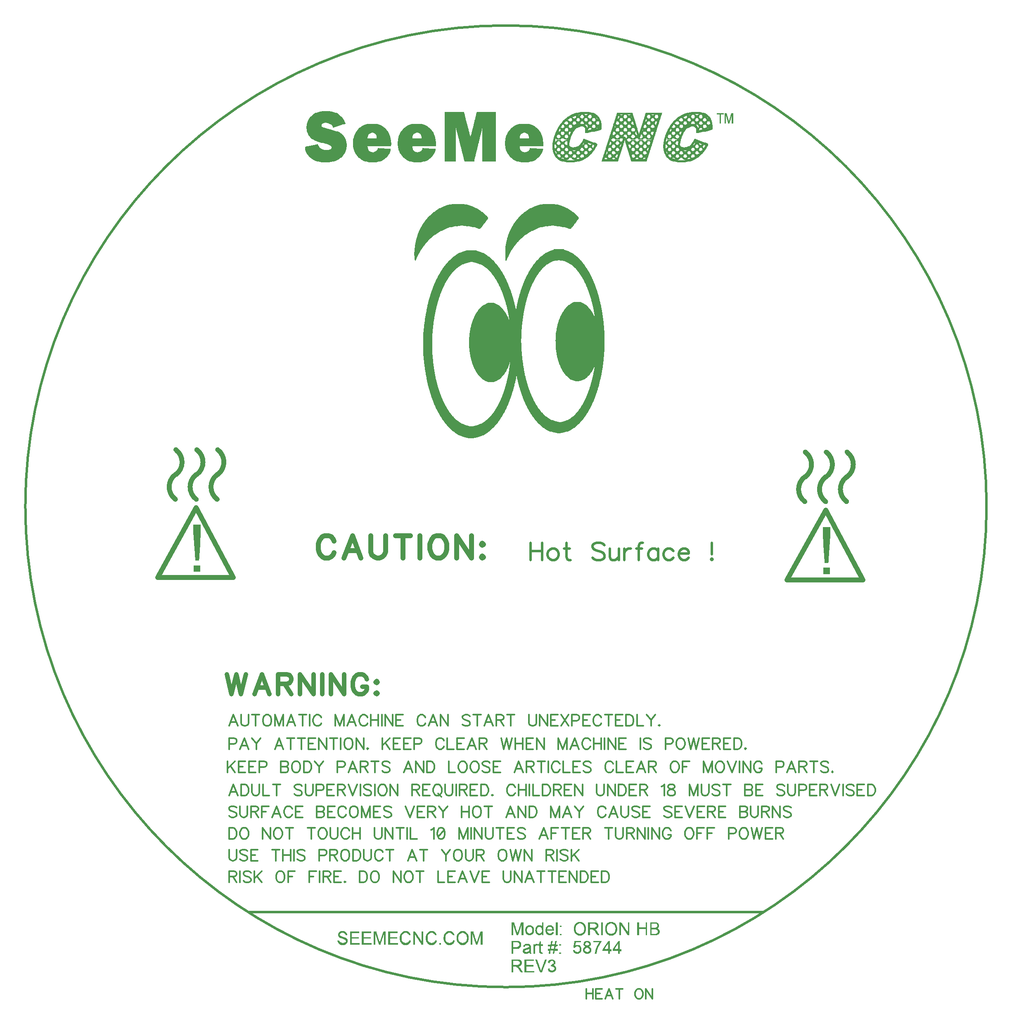
<source format=gbr>
G04 DipTrace 2.3.1.0*
%INTopSilk_58744_REV3_BLACKPOINT.gbr*%
%MOIN*%
%ADD12C,0.003*%
%ADD19C,0.04*%
%ADD20C,0.02*%
%ADD32C,0.0216*%
%ADD33C,0.0394*%
%ADD34C,0.0139*%
%ADD35C,0.035*%
%ADD37C,0.0124*%
%FSLAX44Y44*%
G04*
G70*
G90*
G75*
G01*
%LNTopSilk*%
%LPD*%
X19119Y41497D2*
D19*
X25244D1*
X19119D2*
X22244Y47122D1*
X25244Y41497D2*
X22244Y47122D1*
X20557Y47810D2*
G02X20557Y49810I750J1000D01*
G01*
X20598Y51810D2*
G02X20598Y49810I-750J-1000D01*
G01*
X23932Y47810D2*
G02X23932Y49810I750J1000D01*
G01*
X23973Y51810D2*
G02X23973Y49810I-750J-1000D01*
G01*
X22244Y47810D2*
G02X22244Y49810I750J1000D01*
G01*
X22286Y51810D2*
G02X22286Y49810I-750J-1000D01*
G01*
X69932Y41310D2*
X76057D1*
X69932D2*
X73057Y46935D1*
X76057Y41310D2*
X73057Y46935D1*
X71369Y47622D2*
G02X71369Y49622I750J1000D01*
G01*
X71411Y51622D2*
G02X71411Y49622I-750J-1000D01*
G01*
X74744Y47622D2*
G02X74744Y49622I750J1000D01*
G01*
X74786Y51622D2*
G02X74786Y49622I-750J-1000D01*
G01*
X73057Y47622D2*
G02X73057Y49622I750J1000D01*
G01*
X73099Y51622D2*
G02X73099Y49622I-750J-1000D01*
G01*
X8444Y47247D2*
D20*
G02X8444Y47247I38800J0D01*
G01*
X26494Y14497D2*
X67994D1*
X22007Y45755D2*
D12*
X22577D1*
X22007Y45725D2*
X22577D1*
X22007Y45695D2*
X22577D1*
X22007Y45665D2*
X22577D1*
X22007Y45635D2*
X22577D1*
X22007Y45605D2*
X22577D1*
X22007Y45575D2*
X22577D1*
X22007Y45545D2*
X22577D1*
X22007Y45515D2*
X22577D1*
X22007Y45485D2*
X22577D1*
X22007Y45455D2*
X22577D1*
X22007Y45425D2*
X22577D1*
X22007Y45395D2*
X22577D1*
X22007Y45365D2*
X22577D1*
X22007Y45335D2*
X22577D1*
X22007Y45305D2*
X22577D1*
X22007Y45275D2*
X22577D1*
X22007Y45245D2*
X22577D1*
X22007Y45215D2*
X22577D1*
X22007Y45185D2*
X22577D1*
X22007Y45155D2*
X22577D1*
X22007Y45125D2*
X22577D1*
X22007Y45095D2*
X22577D1*
X22007Y45065D2*
X22577D1*
X22007Y45035D2*
X22577D1*
X22008Y45005D2*
X22577D1*
X22012Y44975D2*
X22577D1*
X22019Y44945D2*
X22577D1*
X22027Y44915D2*
X22577D1*
X22032Y44885D2*
X22576D1*
X22035Y44855D2*
X22572D1*
X22036Y44825D2*
X22565D1*
X22037Y44795D2*
X22557D1*
X22037Y44765D2*
X22552D1*
X22037Y44735D2*
X22549D1*
X22037Y44705D2*
X22548D1*
X22037Y44675D2*
X22547D1*
X22037Y44645D2*
X22547D1*
X22037Y44615D2*
X22547D1*
X22037Y44585D2*
X22547D1*
X22038Y44555D2*
X22547D1*
X22042Y44525D2*
X22547D1*
X22049Y44495D2*
X22547D1*
X22057Y44465D2*
X22547D1*
X22062Y44435D2*
X22546D1*
X22065Y44405D2*
X22542D1*
X22066Y44375D2*
X22535D1*
X22067Y44345D2*
X22527D1*
X22067Y44315D2*
X22522D1*
X22067Y44285D2*
X22519D1*
X22067Y44255D2*
X22518D1*
X22067Y44225D2*
X22517D1*
X22067Y44195D2*
X22517D1*
X22067Y44165D2*
X22517D1*
X22068Y44135D2*
X22517D1*
X22072Y44105D2*
X22517D1*
X22079Y44075D2*
X22517D1*
X22087Y44045D2*
X22517D1*
X22092Y44015D2*
X22517D1*
X22095Y43985D2*
X22516D1*
X22096Y43955D2*
X22512D1*
X22097Y43925D2*
X22505D1*
X22097Y43895D2*
X22497D1*
X22097Y43865D2*
X22492D1*
X22097Y43835D2*
X22489D1*
X22097Y43805D2*
X22488D1*
X22097Y43775D2*
X22487D1*
X22097Y43745D2*
X22487D1*
X22098Y43715D2*
X22487D1*
X22102Y43685D2*
X22487D1*
X22109Y43655D2*
X22487D1*
X22117Y43625D2*
X22487D1*
X22122Y43595D2*
X22487D1*
X22125Y43565D2*
X22487D1*
X22126Y43535D2*
X22487D1*
X22127Y43505D2*
X22486D1*
X22127Y43475D2*
X22482D1*
X22127Y43445D2*
X22475D1*
X22127Y43415D2*
X22467D1*
X22127Y43385D2*
X22462D1*
X22127Y43355D2*
X22459D1*
X22127Y43325D2*
X22458D1*
X22127Y43295D2*
X22457D1*
X22128Y43265D2*
X22457D1*
X22132Y43235D2*
X22457D1*
X22139Y43205D2*
X22457D1*
X22147Y43175D2*
X22457D1*
X22152Y43145D2*
X22457D1*
X22155Y43115D2*
X22457D1*
X22156Y43085D2*
X22457D1*
X22157Y43055D2*
X22456D1*
X22157Y43025D2*
X22452D1*
X22157Y42995D2*
X22445D1*
X22157Y42965D2*
X22437D1*
X22157Y42935D2*
X22431D1*
X22157Y42905D2*
X22427D1*
X22037Y42485D2*
X22547D1*
X22037Y42455D2*
X22547D1*
X22037Y42425D2*
X22547D1*
X22037Y42395D2*
X22547D1*
X22037Y42365D2*
X22547D1*
X22037Y42335D2*
X22547D1*
X22037Y42305D2*
X22547D1*
X22037Y42275D2*
X22547D1*
X22037Y42245D2*
X22547D1*
X22037Y42215D2*
X22547D1*
X22037Y42185D2*
X22547D1*
X22037Y42155D2*
X22547D1*
X22037Y42125D2*
X22547D1*
X22037Y42095D2*
X22547D1*
X22037Y42065D2*
X22547D1*
X22037Y42035D2*
X22547D1*
X22037Y42005D2*
X22547D1*
X72819Y45567D2*
X73389D1*
X72819Y45537D2*
X73389D1*
X72819Y45507D2*
X73389D1*
X72819Y45477D2*
X73389D1*
X72819Y45447D2*
X73389D1*
X72819Y45417D2*
X73389D1*
X72819Y45387D2*
X73389D1*
X72819Y45357D2*
X73389D1*
X72819Y45327D2*
X73389D1*
X72819Y45297D2*
X73389D1*
X72819Y45267D2*
X73389D1*
X72819Y45237D2*
X73389D1*
X72819Y45207D2*
X73389D1*
X72819Y45177D2*
X73389D1*
X72819Y45147D2*
X73389D1*
X72819Y45117D2*
X73389D1*
X72819Y45087D2*
X73389D1*
X72819Y45057D2*
X73389D1*
X72819Y45027D2*
X73389D1*
X72819Y44997D2*
X73389D1*
X72819Y44967D2*
X73389D1*
X72819Y44937D2*
X73389D1*
X72819Y44907D2*
X73389D1*
X72819Y44877D2*
X73389D1*
X72819Y44847D2*
X73389D1*
X72821Y44817D2*
X73389D1*
X72824Y44787D2*
X73389D1*
X72832Y44757D2*
X73389D1*
X72839Y44727D2*
X73389D1*
X72844Y44697D2*
X73388D1*
X72847Y44667D2*
X73384D1*
X72848Y44637D2*
X73377D1*
X72849Y44607D2*
X73369D1*
X72849Y44577D2*
X73364D1*
X72849Y44547D2*
X73361D1*
X72849Y44517D2*
X73360D1*
X72849Y44487D2*
X73360D1*
X72849Y44457D2*
X73359D1*
X72849Y44427D2*
X73359D1*
X72849Y44397D2*
X73359D1*
X72851Y44367D2*
X73359D1*
X72854Y44337D2*
X73359D1*
X72862Y44307D2*
X73359D1*
X72869Y44277D2*
X73359D1*
X72874Y44247D2*
X73358D1*
X72877Y44217D2*
X73354D1*
X72878Y44187D2*
X73347D1*
X72879Y44157D2*
X73339D1*
X72879Y44127D2*
X73334D1*
X72879Y44097D2*
X73331D1*
X72879Y44067D2*
X73330D1*
X72879Y44037D2*
X73330D1*
X72879Y44007D2*
X73329D1*
X72879Y43977D2*
X73329D1*
X72881Y43947D2*
X73329D1*
X72884Y43917D2*
X73329D1*
X72892Y43887D2*
X73329D1*
X72899Y43857D2*
X73329D1*
X72904Y43827D2*
X73329D1*
X72907Y43797D2*
X73328D1*
X72908Y43767D2*
X73324D1*
X72909Y43737D2*
X73317D1*
X72909Y43707D2*
X73309D1*
X72909Y43677D2*
X73304D1*
X72909Y43647D2*
X73301D1*
X72909Y43617D2*
X73300D1*
X72909Y43587D2*
X73300D1*
X72909Y43557D2*
X73299D1*
X72911Y43527D2*
X73299D1*
X72914Y43497D2*
X73299D1*
X72922Y43467D2*
X73299D1*
X72929Y43437D2*
X73299D1*
X72934Y43407D2*
X73299D1*
X72937Y43377D2*
X73299D1*
X72938Y43347D2*
X73299D1*
X72939Y43317D2*
X73298D1*
X72939Y43287D2*
X73294D1*
X72939Y43257D2*
X73287D1*
X72939Y43227D2*
X73279D1*
X72939Y43197D2*
X73274D1*
X72939Y43167D2*
X73271D1*
X72939Y43137D2*
X73270D1*
X72939Y43107D2*
X73270D1*
X72941Y43077D2*
X73269D1*
X72944Y43047D2*
X73269D1*
X72952Y43017D2*
X73269D1*
X72959Y42987D2*
X73269D1*
X72964Y42957D2*
X73269D1*
X72967Y42927D2*
X73269D1*
X72968Y42897D2*
X73269D1*
X72969Y42867D2*
X73268D1*
X72969Y42837D2*
X73264D1*
X72969Y42807D2*
X73257D1*
X72969Y42777D2*
X73249D1*
X72969Y42747D2*
X73244D1*
X72969Y42717D2*
X73239D1*
X72849Y42297D2*
X73359D1*
X72849Y42267D2*
X73359D1*
X72849Y42237D2*
X73359D1*
X72849Y42207D2*
X73359D1*
X72849Y42177D2*
X73359D1*
X72849Y42147D2*
X73359D1*
X72849Y42117D2*
X73359D1*
X72849Y42087D2*
X73359D1*
X72849Y42057D2*
X73359D1*
X72849Y42027D2*
X73359D1*
X72849Y41997D2*
X73359D1*
X72849Y41967D2*
X73359D1*
X72849Y41937D2*
X73359D1*
X72849Y41907D2*
X73359D1*
X72849Y41877D2*
X73359D1*
X72849Y41847D2*
X73359D1*
X72849Y41817D2*
X73359D1*
X53094Y13710D2*
X53304D1*
X55614D2*
X55824D1*
X47694Y13680D2*
X47874D1*
X48474D2*
X48624D1*
X50154D2*
X50244D1*
X51264D2*
X51384D1*
X53026D2*
X53372D1*
X53874D2*
X54474D1*
X54924D2*
X55044D1*
X55546D2*
X55892D1*
X56394D2*
X56514D1*
X57084D2*
X57174D1*
X57834D2*
X57954D1*
X58524D2*
X58614D1*
X58884D2*
X59364D1*
X47694Y13650D2*
X47878D1*
X48459D2*
X48624D1*
X50154D2*
X50244D1*
X51264D2*
X51384D1*
X52970D2*
X53428D1*
X53874D2*
X54531D1*
X54924D2*
X55044D1*
X55490D2*
X55948D1*
X56394D2*
X56539D1*
X57084D2*
X57174D1*
X57834D2*
X57954D1*
X58524D2*
X58614D1*
X58884D2*
X59421D1*
X47694Y13620D2*
X47886D1*
X48446D2*
X48624D1*
X50154D2*
X50244D1*
X51264D2*
X51384D1*
X52925D2*
X53472D1*
X53874D2*
X54578D1*
X54924D2*
X55044D1*
X55445D2*
X55992D1*
X56394D2*
X56562D1*
X57084D2*
X57174D1*
X57834D2*
X57954D1*
X58524D2*
X58614D1*
X58884D2*
X59468D1*
X47694Y13590D2*
X47895D1*
X48435D2*
X48624D1*
X50154D2*
X50244D1*
X51264D2*
X51384D1*
X52889D2*
X53106D1*
X53292D2*
X53509D1*
X53874D2*
X54612D1*
X54924D2*
X55044D1*
X55409D2*
X55626D1*
X55812D2*
X56029D1*
X56394D2*
X56583D1*
X57084D2*
X57174D1*
X57834D2*
X57954D1*
X58524D2*
X58614D1*
X58884D2*
X59502D1*
X47694Y13560D2*
X47904D1*
X48424D2*
X48624D1*
X50154D2*
X50244D1*
X51264D2*
X51384D1*
X52857D2*
X53040D1*
X53357D2*
X53541D1*
X53874D2*
X53994D1*
X54438D2*
X54638D1*
X54924D2*
X55044D1*
X55377D2*
X55560D1*
X55877D2*
X56061D1*
X56394D2*
X56604D1*
X57084D2*
X57174D1*
X57834D2*
X57954D1*
X58524D2*
X58614D1*
X58884D2*
X58974D1*
X59393D2*
X59528D1*
X47694Y13530D2*
X47914D1*
X48414D2*
X48624D1*
X50154D2*
X50244D1*
X51264D2*
X51384D1*
X52830D2*
X52990D1*
X53407D2*
X53568D1*
X53874D2*
X53994D1*
X54484D2*
X54657D1*
X54924D2*
X55044D1*
X55350D2*
X55510D1*
X55927D2*
X56088D1*
X56394D2*
X56624D1*
X57084D2*
X57174D1*
X57834D2*
X57954D1*
X58524D2*
X58614D1*
X58884D2*
X58974D1*
X59419D2*
X59547D1*
X47694Y13500D2*
X47924D1*
X48404D2*
X48624D1*
X50154D2*
X50244D1*
X51264D2*
X51384D1*
X52807D2*
X52952D1*
X53446D2*
X53590D1*
X53874D2*
X53994D1*
X54519D2*
X54670D1*
X54924D2*
X55044D1*
X55327D2*
X55472D1*
X55966D2*
X56110D1*
X56394D2*
X56644D1*
X57084D2*
X57174D1*
X57834D2*
X57954D1*
X58524D2*
X58614D1*
X58884D2*
X58974D1*
X59440D2*
X59560D1*
X47694Y13470D2*
X47784D1*
X47845D2*
X47934D1*
X48394D2*
X48624D1*
X50154D2*
X50244D1*
X51264D2*
X51384D1*
X52790D2*
X52922D1*
X53475D2*
X53608D1*
X53874D2*
X53994D1*
X54546D2*
X54677D1*
X54924D2*
X55044D1*
X55310D2*
X55442D1*
X55995D2*
X56128D1*
X56394D2*
X56664D1*
X57084D2*
X57174D1*
X57834D2*
X57954D1*
X58524D2*
X58614D1*
X58884D2*
X58974D1*
X59457D2*
X59567D1*
X47694Y13440D2*
X47784D1*
X47849D2*
X47944D1*
X48384D2*
X48624D1*
X49044D2*
X49224D1*
X49824D2*
X50004D1*
X50153D2*
X50244D1*
X50664D2*
X50874D1*
X51264D2*
X51384D1*
X52776D2*
X52898D1*
X53496D2*
X53621D1*
X53874D2*
X53994D1*
X54555D2*
X54681D1*
X54924D2*
X55044D1*
X55296D2*
X55418D1*
X56016D2*
X56141D1*
X56394D2*
X56684D1*
X57084D2*
X57174D1*
X57834D2*
X57954D1*
X58524D2*
X58614D1*
X58884D2*
X58974D1*
X59469D2*
X59571D1*
X47694Y13410D2*
X47784D1*
X47856D2*
X47954D1*
X48374D2*
X48443D1*
X48504D2*
X48624D1*
X48990D2*
X49281D1*
X49780D2*
X50055D1*
X50148D2*
X50244D1*
X50620D2*
X50918D1*
X51264D2*
X51384D1*
X51594D2*
X51714D1*
X52765D2*
X52880D1*
X53510D2*
X53633D1*
X53874D2*
X53994D1*
X54559D2*
X54683D1*
X54924D2*
X55044D1*
X55285D2*
X55400D1*
X56030D2*
X56153D1*
X56394D2*
X56514D1*
X56580D2*
X56704D1*
X57084D2*
X57174D1*
X57834D2*
X57954D1*
X58524D2*
X58614D1*
X58884D2*
X58974D1*
X59475D2*
X59573D1*
X47694Y13380D2*
X47784D1*
X47865D2*
X47964D1*
X48364D2*
X48439D1*
X48504D2*
X48624D1*
X48943D2*
X49329D1*
X49742D2*
X50117D1*
X50138D2*
X50244D1*
X50581D2*
X50956D1*
X51264D2*
X51384D1*
X51594D2*
X51714D1*
X52754D2*
X52867D1*
X53522D2*
X53643D1*
X53874D2*
X53994D1*
X54559D2*
X54682D1*
X54924D2*
X55044D1*
X55274D2*
X55387D1*
X56042D2*
X56163D1*
X56394D2*
X56514D1*
X56591D2*
X56724D1*
X57084D2*
X57174D1*
X57834D2*
X57954D1*
X58524D2*
X58614D1*
X58884D2*
X58974D1*
X59468D2*
X59572D1*
X47694Y13350D2*
X47784D1*
X47874D2*
X47974D1*
X48354D2*
X48431D1*
X48504D2*
X48624D1*
X48907D2*
X49366D1*
X49712D2*
X50244D1*
X50548D2*
X50989D1*
X51264D2*
X51384D1*
X51594D2*
X51714D1*
X52745D2*
X52860D1*
X53532D2*
X53653D1*
X53874D2*
X53994D1*
X54544D2*
X54679D1*
X54924D2*
X55044D1*
X55265D2*
X55380D1*
X56052D2*
X56173D1*
X56394D2*
X56514D1*
X56607D2*
X56744D1*
X57084D2*
X57174D1*
X57834D2*
X57954D1*
X58524D2*
X58614D1*
X58884D2*
X58974D1*
X59455D2*
X59567D1*
X47694Y13320D2*
X47784D1*
X47884D2*
X47983D1*
X48344D2*
X48423D1*
X48504D2*
X48624D1*
X48881D2*
X49051D1*
X49218D2*
X49396D1*
X49688D2*
X49860D1*
X49998D2*
X50244D1*
X50520D2*
X50664D1*
X50874D2*
X51016D1*
X51264D2*
X51384D1*
X51594D2*
X51714D1*
X52739D2*
X52855D1*
X53540D2*
X53658D1*
X53874D2*
X53994D1*
X54519D2*
X54670D1*
X54924D2*
X55044D1*
X55259D2*
X55375D1*
X56060D2*
X56178D1*
X56394D2*
X56514D1*
X56625D2*
X56764D1*
X57084D2*
X57174D1*
X57834D2*
X57954D1*
X58524D2*
X58614D1*
X58884D2*
X58974D1*
X59438D2*
X59556D1*
X47694Y13290D2*
X47784D1*
X47894D2*
X47990D1*
X48334D2*
X48414D1*
X48504D2*
X48624D1*
X48860D2*
X49007D1*
X49264D2*
X49419D1*
X49670D2*
X49813D1*
X50044D2*
X50244D1*
X50498D2*
X50634D1*
X50903D2*
X51036D1*
X51264D2*
X51384D1*
X52736D2*
X52850D1*
X53546D2*
X53662D1*
X53874D2*
X53994D1*
X54482D2*
X54657D1*
X54924D2*
X55044D1*
X55256D2*
X55370D1*
X56066D2*
X56182D1*
X56394D2*
X56514D1*
X56644D2*
X56784D1*
X57084D2*
X57174D1*
X57834D2*
X57954D1*
X58524D2*
X58614D1*
X58884D2*
X58974D1*
X59400D2*
X59539D1*
X47694Y13260D2*
X47784D1*
X47904D2*
X47997D1*
X48324D2*
X48404D1*
X48504D2*
X48624D1*
X48843D2*
X48976D1*
X49300D2*
X49437D1*
X49656D2*
X49778D1*
X50079D2*
X50244D1*
X50480D2*
X50605D1*
X50929D2*
X51050D1*
X51264D2*
X51384D1*
X52735D2*
X52842D1*
X53555D2*
X53663D1*
X53874D2*
X53994D1*
X54435D2*
X54639D1*
X54924D2*
X55044D1*
X55255D2*
X55362D1*
X56075D2*
X56183D1*
X56394D2*
X56514D1*
X56664D2*
X56804D1*
X57084D2*
X57174D1*
X57834D2*
X58614D1*
X58884D2*
X58974D1*
X59354D2*
X59517D1*
X47694Y13230D2*
X47784D1*
X47914D2*
X48005D1*
X48314D2*
X48394D1*
X48504D2*
X48624D1*
X48828D2*
X48953D1*
X49327D2*
X49450D1*
X49645D2*
X49752D1*
X50103D2*
X50244D1*
X50467D2*
X50580D1*
X50950D2*
X51062D1*
X51264D2*
X51384D1*
X52734D2*
X52834D1*
X53563D2*
X53663D1*
X53874D2*
X54611D1*
X54924D2*
X55044D1*
X55254D2*
X55354D1*
X56083D2*
X56183D1*
X56394D2*
X56514D1*
X56684D2*
X56824D1*
X57084D2*
X57174D1*
X57834D2*
X58614D1*
X58884D2*
X59488D1*
X47694Y13200D2*
X47784D1*
X47924D2*
X48014D1*
X48304D2*
X48384D1*
X48504D2*
X48624D1*
X48817D2*
X48937D1*
X49346D2*
X49458D1*
X49634D2*
X49741D1*
X50119D2*
X50244D1*
X50459D2*
X50562D1*
X50968D2*
X51072D1*
X51264D2*
X51384D1*
X52734D2*
X52829D1*
X53569D2*
X53664D1*
X53874D2*
X54573D1*
X54924D2*
X55044D1*
X55254D2*
X55349D1*
X56089D2*
X56184D1*
X56394D2*
X56514D1*
X56704D2*
X56844D1*
X57084D2*
X57174D1*
X57834D2*
X58614D1*
X58884D2*
X59454D1*
X47694Y13170D2*
X47784D1*
X47934D2*
X48024D1*
X48294D2*
X48374D1*
X48504D2*
X48624D1*
X48810D2*
X48925D1*
X49360D2*
X49461D1*
X49625D2*
X49732D1*
X50132D2*
X50244D1*
X50451D2*
X50552D1*
X50980D2*
X51078D1*
X51264D2*
X51384D1*
X52734D2*
X52827D1*
X53570D2*
X53664D1*
X53874D2*
X54524D1*
X54924D2*
X55044D1*
X55254D2*
X55347D1*
X56090D2*
X56184D1*
X56394D2*
X56514D1*
X56724D2*
X56864D1*
X57084D2*
X57174D1*
X57834D2*
X58614D1*
X58884D2*
X59494D1*
X47694Y13140D2*
X47784D1*
X47944D2*
X48034D1*
X48284D2*
X48364D1*
X48504D2*
X48624D1*
X48806D2*
X48914D1*
X49367D2*
X49463D1*
X49619D2*
X49723D1*
X50142D2*
X50244D1*
X50443D2*
X50547D1*
X50988D2*
X51081D1*
X51264D2*
X51384D1*
X52734D2*
X52830D1*
X53568D2*
X53664D1*
X53874D2*
X54470D1*
X54924D2*
X55044D1*
X55254D2*
X55350D1*
X56088D2*
X56184D1*
X56394D2*
X56514D1*
X56744D2*
X56884D1*
X57084D2*
X57174D1*
X57834D2*
X57954D1*
X58524D2*
X58614D1*
X58884D2*
X59532D1*
X47694Y13110D2*
X47784D1*
X47954D2*
X48044D1*
X48274D2*
X48354D1*
X48504D2*
X48624D1*
X48805D2*
X48905D1*
X49371D2*
X49463D1*
X49616D2*
X49714D1*
X50148D2*
X50244D1*
X50434D2*
X51083D1*
X51264D2*
X51384D1*
X52734D2*
X52836D1*
X53561D2*
X53664D1*
X53874D2*
X53994D1*
X54258D2*
X54414D1*
X54924D2*
X55044D1*
X55254D2*
X55356D1*
X56081D2*
X56184D1*
X56394D2*
X56514D1*
X56764D2*
X56904D1*
X57084D2*
X57174D1*
X57834D2*
X57954D1*
X58524D2*
X58614D1*
X58884D2*
X58974D1*
X59387D2*
X59562D1*
X47694Y13080D2*
X47784D1*
X47964D2*
X48054D1*
X48264D2*
X48344D1*
X48504D2*
X48624D1*
X48804D2*
X48899D1*
X49373D2*
X49464D1*
X49615D2*
X49709D1*
X50151D2*
X50244D1*
X50429D2*
X51083D1*
X51264D2*
X51384D1*
X52734D2*
X52844D1*
X53554D2*
X53664D1*
X53874D2*
X53994D1*
X54304D2*
X54456D1*
X54924D2*
X55044D1*
X55254D2*
X55364D1*
X56074D2*
X56184D1*
X56394D2*
X56514D1*
X56784D2*
X56924D1*
X57084D2*
X57174D1*
X57834D2*
X57954D1*
X58524D2*
X58614D1*
X58884D2*
X58974D1*
X59430D2*
X59584D1*
X47694Y13050D2*
X47784D1*
X47974D2*
X48064D1*
X48254D2*
X48334D1*
X48504D2*
X48624D1*
X48804D2*
X48897D1*
X49373D2*
X49464D1*
X49614D2*
X49707D1*
X50153D2*
X50244D1*
X50426D2*
X51084D1*
X51264D2*
X51384D1*
X52735D2*
X52849D1*
X53549D2*
X53663D1*
X53874D2*
X53994D1*
X54340D2*
X54491D1*
X54924D2*
X55044D1*
X55255D2*
X55369D1*
X56069D2*
X56183D1*
X56394D2*
X56514D1*
X56804D2*
X56944D1*
X57084D2*
X57174D1*
X57834D2*
X57954D1*
X58524D2*
X58614D1*
X58884D2*
X58974D1*
X59462D2*
X59600D1*
X47694Y13020D2*
X47784D1*
X47984D2*
X48074D1*
X48244D2*
X48324D1*
X48504D2*
X48624D1*
X48804D2*
X48900D1*
X49374D2*
X49464D1*
X49614D2*
X49710D1*
X50153D2*
X50244D1*
X50426D2*
X51084D1*
X51264D2*
X51384D1*
X52739D2*
X52853D1*
X53545D2*
X53659D1*
X53874D2*
X53994D1*
X54368D2*
X54518D1*
X54924D2*
X55044D1*
X55259D2*
X55373D1*
X56065D2*
X56179D1*
X56394D2*
X56514D1*
X56824D2*
X56964D1*
X57084D2*
X57174D1*
X57834D2*
X57954D1*
X58524D2*
X58614D1*
X58884D2*
X58974D1*
X59484D2*
X59612D1*
X47694Y12990D2*
X47784D1*
X47994D2*
X48084D1*
X48234D2*
X48314D1*
X48504D2*
X48624D1*
X48805D2*
X48906D1*
X49373D2*
X49464D1*
X49615D2*
X49716D1*
X50152D2*
X50244D1*
X50429D2*
X50544D1*
X51264D2*
X51384D1*
X52746D2*
X52858D1*
X53539D2*
X53651D1*
X53874D2*
X53994D1*
X54392D2*
X54541D1*
X54924D2*
X55044D1*
X55266D2*
X55378D1*
X56059D2*
X56171D1*
X56394D2*
X56514D1*
X56844D2*
X56985D1*
X57083D2*
X57174D1*
X57834D2*
X57954D1*
X58524D2*
X58614D1*
X58884D2*
X58974D1*
X59499D2*
X59622D1*
X47694Y12960D2*
X47784D1*
X48004D2*
X48094D1*
X48224D2*
X48304D1*
X48504D2*
X48624D1*
X48809D2*
X48915D1*
X49369D2*
X49464D1*
X49619D2*
X49725D1*
X50149D2*
X50244D1*
X50436D2*
X50545D1*
X51264D2*
X51384D1*
X52755D2*
X52867D1*
X53531D2*
X53643D1*
X53874D2*
X53994D1*
X54417D2*
X54563D1*
X54924D2*
X55044D1*
X55275D2*
X55387D1*
X56051D2*
X56163D1*
X56394D2*
X56514D1*
X56864D2*
X57011D1*
X57078D2*
X57174D1*
X57834D2*
X57954D1*
X58524D2*
X58614D1*
X58884D2*
X58974D1*
X59506D2*
X59628D1*
X47694Y12930D2*
X47784D1*
X48014D2*
X48105D1*
X48212D2*
X48294D1*
X48504D2*
X48624D1*
X48816D2*
X48924D1*
X49360D2*
X49463D1*
X49626D2*
X49734D1*
X50140D2*
X50244D1*
X50445D2*
X50550D1*
X51264D2*
X51384D1*
X52764D2*
X52880D1*
X53518D2*
X53634D1*
X53874D2*
X53994D1*
X54441D2*
X54583D1*
X54924D2*
X55044D1*
X55284D2*
X55400D1*
X56038D2*
X56154D1*
X56394D2*
X56514D1*
X56884D2*
X57045D1*
X57068D2*
X57174D1*
X57834D2*
X57954D1*
X58524D2*
X58614D1*
X58884D2*
X58974D1*
X59506D2*
X59630D1*
X47694Y12900D2*
X47784D1*
X48024D2*
X48120D1*
X48197D2*
X48284D1*
X48504D2*
X48624D1*
X48825D2*
X48935D1*
X49347D2*
X49459D1*
X49635D2*
X49745D1*
X50128D2*
X50244D1*
X50454D2*
X50562D1*
X50994D2*
X51024D1*
X51264D2*
X51384D1*
X52775D2*
X52897D1*
X53500D2*
X53622D1*
X53874D2*
X53994D1*
X54461D2*
X54604D1*
X54924D2*
X55044D1*
X55295D2*
X55417D1*
X56020D2*
X56142D1*
X56394D2*
X56514D1*
X56904D2*
X57174D1*
X57834D2*
X57954D1*
X58524D2*
X58614D1*
X58884D2*
X58974D1*
X59499D2*
X59628D1*
X47694Y12870D2*
X47784D1*
X48034D2*
X48144D1*
X48174D2*
X48274D1*
X48504D2*
X48624D1*
X48834D2*
X48951D1*
X49328D2*
X49450D1*
X49644D2*
X49761D1*
X50110D2*
X50244D1*
X50465D2*
X50584D1*
X50972D2*
X51052D1*
X51264D2*
X51384D1*
X52789D2*
X52920D1*
X53477D2*
X53608D1*
X53874D2*
X53994D1*
X54479D2*
X54624D1*
X54924D2*
X55044D1*
X55309D2*
X55440D1*
X55997D2*
X56128D1*
X56394D2*
X56514D1*
X56924D2*
X57174D1*
X57834D2*
X57954D1*
X58524D2*
X58614D1*
X58884D2*
X58974D1*
X59486D2*
X59620D1*
X47694Y12840D2*
X47784D1*
X48044D2*
X48264D1*
X48504D2*
X48624D1*
X48845D2*
X48972D1*
X49303D2*
X49438D1*
X49655D2*
X49782D1*
X50087D2*
X50244D1*
X50478D2*
X50613D1*
X50948D2*
X51060D1*
X51264D2*
X51384D1*
X52807D2*
X52950D1*
X53448D2*
X53591D1*
X53874D2*
X53994D1*
X54496D2*
X54644D1*
X54924D2*
X55044D1*
X55327D2*
X55470D1*
X55968D2*
X56111D1*
X56394D2*
X56514D1*
X56944D2*
X57174D1*
X57834D2*
X57954D1*
X58524D2*
X58614D1*
X58884D2*
X58974D1*
X59464D2*
X59609D1*
X47694Y12810D2*
X47784D1*
X48054D2*
X48254D1*
X48504D2*
X48624D1*
X48859D2*
X49036D1*
X49235D2*
X49420D1*
X49669D2*
X49846D1*
X50033D2*
X50244D1*
X50493D2*
X50681D1*
X50883D2*
X51052D1*
X51264D2*
X51384D1*
X52830D2*
X52995D1*
X53403D2*
X53568D1*
X53874D2*
X53994D1*
X54515D2*
X54664D1*
X54924D2*
X55044D1*
X55350D2*
X55515D1*
X55923D2*
X56088D1*
X56394D2*
X56514D1*
X56964D2*
X57174D1*
X57834D2*
X57954D1*
X58524D2*
X58614D1*
X58884D2*
X58974D1*
X59429D2*
X59595D1*
X47694Y12780D2*
X47784D1*
X48064D2*
X48244D1*
X48504D2*
X48624D1*
X48878D2*
X49134D1*
X49135D2*
X49397D1*
X49688D2*
X49944D1*
X49952D2*
X50244D1*
X50513D2*
X50782D1*
X50784D2*
X51040D1*
X51264D2*
X51384D1*
X52856D2*
X53076D1*
X53321D2*
X53541D1*
X53874D2*
X53994D1*
X54535D2*
X54684D1*
X54924D2*
X55044D1*
X55376D2*
X55596D1*
X55841D2*
X56061D1*
X56394D2*
X56514D1*
X56984D2*
X57174D1*
X57834D2*
X57954D1*
X58524D2*
X58614D1*
X58884D2*
X58974D1*
X59384D2*
X59578D1*
X47694Y12750D2*
X47784D1*
X48074D2*
X48234D1*
X48504D2*
X48624D1*
X48906D2*
X49369D1*
X49716D2*
X50244D1*
X50540D2*
X51011D1*
X51264D2*
X51384D1*
X51594D2*
X51714D1*
X52886D2*
X53206D1*
X53192D2*
X53511D1*
X53874D2*
X53994D1*
X54554D2*
X54703D1*
X54924D2*
X55044D1*
X55406D2*
X55726D1*
X55712D2*
X56031D1*
X56394D2*
X56514D1*
X57004D2*
X57174D1*
X57834D2*
X57954D1*
X58524D2*
X58614D1*
X58884D2*
X59553D1*
X47694Y12720D2*
X47784D1*
X48084D2*
X48224D1*
X48504D2*
X48624D1*
X48945D2*
X49331D1*
X49755D2*
X50088D1*
X50154D2*
X50244D1*
X50575D2*
X50973D1*
X51264D2*
X51384D1*
X51594D2*
X51714D1*
X52922D2*
X53476D1*
X53874D2*
X53994D1*
X54575D2*
X54719D1*
X54924D2*
X55044D1*
X55442D2*
X55996D1*
X56394D2*
X56514D1*
X57023D2*
X57174D1*
X57834D2*
X57954D1*
X58524D2*
X58614D1*
X58884D2*
X59514D1*
X47694Y12690D2*
X47784D1*
X48098D2*
X48213D1*
X48504D2*
X48624D1*
X48992D2*
X49281D1*
X49802D2*
X50048D1*
X50154D2*
X50244D1*
X50618D2*
X50925D1*
X51264D2*
X51384D1*
X51594D2*
X51714D1*
X52968D2*
X53429D1*
X53874D2*
X53994D1*
X54598D2*
X54732D1*
X54924D2*
X55044D1*
X55488D2*
X55949D1*
X56394D2*
X56514D1*
X57040D2*
X57174D1*
X57834D2*
X57954D1*
X58524D2*
X58614D1*
X58884D2*
X59458D1*
X47694Y12660D2*
X47784D1*
X48114D2*
X48204D1*
X48504D2*
X48624D1*
X49044D2*
X49224D1*
X49854D2*
X50004D1*
X50154D2*
X50244D1*
X50664D2*
X50874D1*
X51264D2*
X51384D1*
X51594D2*
X51714D1*
X53027D2*
X53370D1*
X53874D2*
X53994D1*
X54624D2*
X54744D1*
X54924D2*
X55044D1*
X55547D2*
X55890D1*
X56394D2*
X56514D1*
X57054D2*
X57174D1*
X57834D2*
X57954D1*
X58524D2*
X58614D1*
X58884D2*
X59394D1*
X53094Y12630D2*
X53304D1*
X55614D2*
X55824D1*
X47694Y12180D2*
X48234D1*
X50904D2*
X50994D1*
X51234D2*
X51324D1*
X52764D2*
X53274D1*
X53694D2*
X53874D1*
X54294D2*
X54924D1*
X55524D2*
X55584D1*
X56334D2*
X56394D1*
X47694Y12150D2*
X48291D1*
X50004D2*
X50034D1*
X50894D2*
X50980D1*
X51224D2*
X51310D1*
X52764D2*
X53274D1*
X53641D2*
X53927D1*
X54294D2*
X54923D1*
X55498D2*
X55584D1*
X56308D2*
X56394D1*
X47694Y12120D2*
X48338D1*
X49976D2*
X50034D1*
X50885D2*
X50971D1*
X51215D2*
X51301D1*
X52764D2*
X53274D1*
X53597D2*
X53970D1*
X54294D2*
X54917D1*
X55476D2*
X55584D1*
X56286D2*
X56394D1*
X47694Y12090D2*
X48372D1*
X49956D2*
X50034D1*
X50879D2*
X50966D1*
X51209D2*
X51296D1*
X52763D2*
X53274D1*
X53566D2*
X54002D1*
X54294D2*
X54905D1*
X55454D2*
X55584D1*
X56264D2*
X56394D1*
X47694Y12060D2*
X47814D1*
X48223D2*
X48398D1*
X49949D2*
X50034D1*
X50875D2*
X50960D1*
X51205D2*
X51290D1*
X52759D2*
X52853D1*
X53543D2*
X53694D1*
X53863D2*
X54024D1*
X54778D2*
X54887D1*
X55430D2*
X55584D1*
X56240D2*
X56394D1*
X47694Y12030D2*
X47814D1*
X48262D2*
X48417D1*
X49946D2*
X50034D1*
X50870D2*
X50952D1*
X51200D2*
X51282D1*
X52752D2*
X52849D1*
X53529D2*
X53665D1*
X53902D2*
X54040D1*
X54756D2*
X54865D1*
X55407D2*
X55584D1*
X56217D2*
X56394D1*
X47694Y12000D2*
X47814D1*
X48291D2*
X48430D1*
X49945D2*
X50034D1*
X50862D2*
X50944D1*
X51192D2*
X51274D1*
X52744D2*
X52842D1*
X53520D2*
X53640D1*
X53929D2*
X54052D1*
X54735D2*
X54845D1*
X55385D2*
X55584D1*
X56195D2*
X56394D1*
X47694Y11970D2*
X47814D1*
X48312D2*
X48437D1*
X49944D2*
X50034D1*
X50854D2*
X50939D1*
X51184D2*
X51269D1*
X52739D2*
X52834D1*
X53517D2*
X53622D1*
X53950D2*
X54062D1*
X54714D2*
X54824D1*
X55364D2*
X55584D1*
X56174D2*
X56394D1*
X47694Y11940D2*
X47814D1*
X48327D2*
X48441D1*
X48834D2*
X49074D1*
X49644D2*
X49764D1*
X49944D2*
X50034D1*
X50849D2*
X50936D1*
X51178D2*
X51266D1*
X52735D2*
X52827D1*
X53515D2*
X53611D1*
X53956D2*
X54070D1*
X54694D2*
X54804D1*
X55344D2*
X55428D1*
X55494D2*
X55584D1*
X56154D2*
X56238D1*
X56304D2*
X56394D1*
X47694Y11910D2*
X47814D1*
X48339D2*
X48443D1*
X48776D2*
X49116D1*
X49464D2*
X49524D1*
X49608D2*
X50184D1*
X50846D2*
X50934D1*
X51174D2*
X51265D1*
X51534D2*
X51654D1*
X52730D2*
X52821D1*
X53514D2*
X53610D1*
X53958D2*
X54067D1*
X54674D2*
X54785D1*
X55324D2*
X55416D1*
X55494D2*
X55584D1*
X56134D2*
X56226D1*
X56304D2*
X56394D1*
X47694Y11880D2*
X47814D1*
X48336D2*
X48443D1*
X48730D2*
X49151D1*
X49464D2*
X49538D1*
X49568D2*
X50184D1*
X50634D2*
X51384D1*
X51534D2*
X51654D1*
X52722D2*
X52814D1*
X53515D2*
X53620D1*
X53948D2*
X54061D1*
X54654D2*
X54768D1*
X55304D2*
X55397D1*
X55494D2*
X55584D1*
X56114D2*
X56207D1*
X56304D2*
X56394D1*
X47694Y11850D2*
X47814D1*
X48330D2*
X48444D1*
X48695D2*
X49177D1*
X49464D2*
X49794D1*
X49854D2*
X50184D1*
X50634D2*
X51384D1*
X51534D2*
X51654D1*
X52714D2*
X52807D1*
X52914D2*
X53094D1*
X53520D2*
X53643D1*
X53932D2*
X54051D1*
X54635D2*
X54752D1*
X55284D2*
X55375D1*
X55494D2*
X55584D1*
X56094D2*
X56185D1*
X56304D2*
X56394D1*
X47694Y11820D2*
X47814D1*
X48321D2*
X48443D1*
X48670D2*
X48805D1*
X49033D2*
X49196D1*
X49464D2*
X49645D1*
X49764D2*
X49794D1*
X49854D2*
X50184D1*
X50634D2*
X51384D1*
X51534D2*
X51654D1*
X52709D2*
X52814D1*
X52840D2*
X53147D1*
X53530D2*
X53695D1*
X53874D2*
X54036D1*
X54618D2*
X54737D1*
X55264D2*
X55355D1*
X55494D2*
X55584D1*
X56074D2*
X56165D1*
X56304D2*
X56394D1*
X47694Y11790D2*
X47814D1*
X48306D2*
X48439D1*
X48652D2*
X48779D1*
X49072D2*
X49210D1*
X49464D2*
X49619D1*
X49944D2*
X50034D1*
X50634D2*
X51384D1*
X52705D2*
X53190D1*
X53557D2*
X53775D1*
X53780D2*
X54010D1*
X54602D2*
X54721D1*
X55243D2*
X55334D1*
X55494D2*
X55584D1*
X56053D2*
X56144D1*
X56304D2*
X56394D1*
X47694Y11760D2*
X47814D1*
X48280D2*
X48430D1*
X48637D2*
X48756D1*
X49099D2*
X49217D1*
X49464D2*
X49597D1*
X49944D2*
X50034D1*
X50814D2*
X50910D1*
X51143D2*
X51304D1*
X52700D2*
X53222D1*
X53593D2*
X53975D1*
X54588D2*
X54706D1*
X55220D2*
X55314D1*
X55494D2*
X55584D1*
X56030D2*
X56124D1*
X56304D2*
X56394D1*
X47694Y11730D2*
X47814D1*
X48242D2*
X48418D1*
X48658D2*
X48735D1*
X49119D2*
X49221D1*
X49464D2*
X49580D1*
X49944D2*
X50034D1*
X50809D2*
X50892D1*
X51139D2*
X51243D1*
X52694D2*
X52890D1*
X53087D2*
X53245D1*
X53634D2*
X53934D1*
X54575D2*
X54691D1*
X55197D2*
X55294D1*
X55494D2*
X55584D1*
X56007D2*
X56104D1*
X56304D2*
X56394D1*
X47694Y11700D2*
X47814D1*
X48195D2*
X48400D1*
X48684D2*
X48714D1*
X49126D2*
X49223D1*
X49464D2*
X49567D1*
X49944D2*
X50034D1*
X50802D2*
X50882D1*
X51132D2*
X51219D1*
X52691D2*
X52842D1*
X53130D2*
X53264D1*
X53594D2*
X53974D1*
X54565D2*
X54676D1*
X55175D2*
X55274D1*
X55494D2*
X55584D1*
X55985D2*
X56084D1*
X56304D2*
X56394D1*
X47694Y11670D2*
X48375D1*
X49076D2*
X49223D1*
X49464D2*
X49560D1*
X49944D2*
X50034D1*
X50794D2*
X50876D1*
X51124D2*
X51210D1*
X52709D2*
X52801D1*
X53162D2*
X53279D1*
X53556D2*
X54012D1*
X54553D2*
X54661D1*
X55154D2*
X55254D1*
X55494D2*
X55584D1*
X55964D2*
X56064D1*
X56304D2*
X56394D1*
X47694Y11640D2*
X48339D1*
X48994D2*
X49224D1*
X49464D2*
X49556D1*
X49944D2*
X50034D1*
X50789D2*
X50870D1*
X51119D2*
X51202D1*
X52734D2*
X52764D1*
X53184D2*
X53291D1*
X53525D2*
X53700D1*
X53868D2*
X54044D1*
X54540D2*
X54647D1*
X55134D2*
X55234D1*
X55494D2*
X55584D1*
X55944D2*
X56044D1*
X56304D2*
X56394D1*
X47694Y11610D2*
X48291D1*
X48892D2*
X49224D1*
X49464D2*
X49555D1*
X49944D2*
X50034D1*
X50786D2*
X50862D1*
X51116D2*
X51193D1*
X53199D2*
X53298D1*
X53503D2*
X53653D1*
X53914D2*
X54068D1*
X54527D2*
X54635D1*
X55114D2*
X55213D1*
X55494D2*
X55584D1*
X55924D2*
X56023D1*
X56304D2*
X56394D1*
X47694Y11580D2*
X48234D1*
X48797D2*
X49224D1*
X49464D2*
X49554D1*
X49944D2*
X50034D1*
X50785D2*
X50853D1*
X51115D2*
X51184D1*
X53207D2*
X53301D1*
X53488D2*
X53618D1*
X53949D2*
X54087D1*
X54515D2*
X54625D1*
X55094D2*
X55189D1*
X55494D2*
X55584D1*
X55904D2*
X55999D1*
X56304D2*
X56394D1*
X47694Y11550D2*
X47814D1*
X48726D2*
X49224D1*
X49464D2*
X49554D1*
X49944D2*
X50034D1*
X50784D2*
X50844D1*
X51114D2*
X51178D1*
X53211D2*
X53303D1*
X53475D2*
X53592D1*
X53973D2*
X54100D1*
X54505D2*
X54614D1*
X55075D2*
X55162D1*
X55494D2*
X55584D1*
X55885D2*
X55972D1*
X56304D2*
X56394D1*
X47694Y11520D2*
X47814D1*
X48671D2*
X49049D1*
X49134D2*
X49224D1*
X49464D2*
X49554D1*
X49944D2*
X50034D1*
X50634D2*
X51384D1*
X53213D2*
X53303D1*
X53465D2*
X53582D1*
X53989D2*
X54107D1*
X54494D2*
X54604D1*
X55060D2*
X55134D1*
X55494D2*
X55584D1*
X55870D2*
X55944D1*
X56304D2*
X56394D1*
X47694Y11490D2*
X47814D1*
X48646D2*
X48920D1*
X49133D2*
X49224D1*
X49464D2*
X49554D1*
X49944D2*
X50034D1*
X50634D2*
X51384D1*
X53212D2*
X53304D1*
X53459D2*
X53577D1*
X54001D2*
X54111D1*
X54485D2*
X54594D1*
X55051D2*
X55734D1*
X55861D2*
X56544D1*
X47694Y11460D2*
X47814D1*
X48629D2*
X48824D1*
X49129D2*
X49224D1*
X49464D2*
X49554D1*
X49944D2*
X50034D1*
X50634D2*
X51384D1*
X53209D2*
X53304D1*
X53457D2*
X53575D1*
X54010D2*
X54113D1*
X54478D2*
X54584D1*
X55047D2*
X55734D1*
X55857D2*
X56544D1*
X47694Y11430D2*
X47814D1*
X48616D2*
X48755D1*
X49120D2*
X49224D1*
X49464D2*
X49554D1*
X49944D2*
X50034D1*
X50634D2*
X51384D1*
X52674D2*
X52764D1*
X53200D2*
X53303D1*
X53460D2*
X53576D1*
X54006D2*
X54112D1*
X54471D2*
X54575D1*
X55045D2*
X55734D1*
X55855D2*
X56544D1*
X47694Y11400D2*
X47814D1*
X48606D2*
X48729D1*
X49107D2*
X49224D1*
X49464D2*
X49554D1*
X49944D2*
X50034D1*
X50724D2*
X50814D1*
X51054D2*
X51144D1*
X52675D2*
X52775D1*
X53188D2*
X53299D1*
X53466D2*
X53580D1*
X53995D2*
X54109D1*
X54462D2*
X54569D1*
X55044D2*
X55734D1*
X55854D2*
X56544D1*
X47694Y11370D2*
X47814D1*
X48600D2*
X48722D1*
X49088D2*
X49224D1*
X49464D2*
X49554D1*
X49944D2*
X50035D1*
X50724D2*
X50813D1*
X51054D2*
X51143D1*
X52679D2*
X52791D1*
X53169D2*
X53290D1*
X53475D2*
X53590D1*
X53981D2*
X54100D1*
X54454D2*
X54565D1*
X55494D2*
X55584D1*
X56304D2*
X56394D1*
X47694Y11340D2*
X47814D1*
X48601D2*
X48718D1*
X49062D2*
X49224D1*
X49464D2*
X49554D1*
X49944D2*
X50039D1*
X50723D2*
X50809D1*
X51053D2*
X51139D1*
X52687D2*
X52812D1*
X53146D2*
X53278D1*
X53485D2*
X53617D1*
X53946D2*
X54088D1*
X54449D2*
X54560D1*
X55494D2*
X55584D1*
X56304D2*
X56394D1*
X47694Y11310D2*
X47814D1*
X48608D2*
X48781D1*
X48990D2*
X49225D1*
X49464D2*
X49554D1*
X49944D2*
X50060D1*
X50719D2*
X50802D1*
X51049D2*
X51132D1*
X52700D2*
X52881D1*
X53087D2*
X53260D1*
X53500D2*
X53683D1*
X53883D2*
X54070D1*
X54446D2*
X54552D1*
X55494D2*
X55584D1*
X56304D2*
X56394D1*
X47694Y11280D2*
X47814D1*
X48620D2*
X48884D1*
X48879D2*
X49229D1*
X49464D2*
X49554D1*
X49945D2*
X50101D1*
X50712D2*
X50794D1*
X51042D2*
X51124D1*
X52719D2*
X52990D1*
X52996D2*
X53237D1*
X53522D2*
X53783D1*
X53785D2*
X54047D1*
X54445D2*
X54544D1*
X55494D2*
X55584D1*
X56304D2*
X56394D1*
X47694Y11250D2*
X47814D1*
X48639D2*
X49236D1*
X49464D2*
X49554D1*
X49948D2*
X50138D1*
X50704D2*
X50789D1*
X51034D2*
X51119D1*
X51534D2*
X51654D1*
X52746D2*
X53209D1*
X53549D2*
X54020D1*
X54443D2*
X54539D1*
X55494D2*
X55584D1*
X56304D2*
X56394D1*
X47694Y11220D2*
X47814D1*
X48666D2*
X49063D1*
X49139D2*
X49244D1*
X49464D2*
X49554D1*
X49963D2*
X50166D1*
X50699D2*
X50786D1*
X51029D2*
X51116D1*
X51534D2*
X51654D1*
X52785D2*
X53171D1*
X53587D2*
X53987D1*
X54438D2*
X54536D1*
X55494D2*
X55584D1*
X56304D2*
X56394D1*
X47694Y11190D2*
X47814D1*
X48702D2*
X49012D1*
X49150D2*
X49249D1*
X49464D2*
X49554D1*
X49996D2*
X50176D1*
X50696D2*
X50785D1*
X51026D2*
X51115D1*
X51534D2*
X51654D1*
X52832D2*
X53121D1*
X53636D2*
X53947D1*
X54428D2*
X54535D1*
X55494D2*
X55584D1*
X56304D2*
X56394D1*
X47694Y11160D2*
X47814D1*
X48744D2*
X48954D1*
X49164D2*
X49254D1*
X49464D2*
X49554D1*
X50034D2*
X50184D1*
X50694D2*
X50784D1*
X51024D2*
X51114D1*
X51534D2*
X51654D1*
X52884D2*
X53064D1*
X53694D2*
X53904D1*
X54414D2*
X54534D1*
X55494D2*
X55584D1*
X56304D2*
X56394D1*
X33934Y12960D2*
X34144D1*
X39034D2*
X39244D1*
X41134D2*
X41344D1*
X42574D2*
X42784D1*
X43624D2*
X43834D1*
X33866Y12930D2*
X34212D1*
X34654D2*
X35374D1*
X35614D2*
X36334D1*
X36574D2*
X36754D1*
X37354D2*
X37504D1*
X37744D2*
X38464D1*
X38965D2*
X39306D1*
X39754D2*
X39874D1*
X40444D2*
X40534D1*
X41065D2*
X41406D1*
X42505D2*
X42846D1*
X43556D2*
X43902D1*
X44404D2*
X44584D1*
X45184D2*
X45334D1*
X33811Y12900D2*
X34267D1*
X34654D2*
X35374D1*
X35614D2*
X36334D1*
X36574D2*
X36758D1*
X37339D2*
X37504D1*
X37744D2*
X38464D1*
X38906D2*
X39360D1*
X39754D2*
X39899D1*
X40444D2*
X40534D1*
X41006D2*
X41460D1*
X42446D2*
X42900D1*
X43500D2*
X43958D1*
X44404D2*
X44588D1*
X45169D2*
X45334D1*
X33770Y12870D2*
X34307D1*
X34654D2*
X35374D1*
X35614D2*
X36334D1*
X36574D2*
X36766D1*
X37326D2*
X37504D1*
X37744D2*
X38464D1*
X38858D2*
X39402D1*
X39754D2*
X39922D1*
X40444D2*
X40534D1*
X40958D2*
X41502D1*
X42398D2*
X42942D1*
X43455D2*
X44002D1*
X44404D2*
X44596D1*
X45156D2*
X45334D1*
X33742Y12840D2*
X33911D1*
X34167D2*
X34336D1*
X34654D2*
X35374D1*
X35614D2*
X36334D1*
X36574D2*
X36775D1*
X37315D2*
X37504D1*
X37744D2*
X38464D1*
X38821D2*
X39010D1*
X39238D2*
X39433D1*
X39754D2*
X39943D1*
X40444D2*
X40534D1*
X40921D2*
X41110D1*
X41338D2*
X41533D1*
X42361D2*
X42550D1*
X42778D2*
X42973D1*
X43419D2*
X43636D1*
X43822D2*
X44039D1*
X44404D2*
X44605D1*
X45145D2*
X45334D1*
X33722Y12810D2*
X33867D1*
X34210D2*
X34357D1*
X34654D2*
X34774D1*
X35614D2*
X35734D1*
X36574D2*
X36784D1*
X37304D2*
X37504D1*
X37744D2*
X37864D1*
X38791D2*
X38962D1*
X39285D2*
X39456D1*
X39754D2*
X39964D1*
X40444D2*
X40534D1*
X40891D2*
X41062D1*
X41385D2*
X41556D1*
X42331D2*
X42502D1*
X42825D2*
X42996D1*
X43387D2*
X43570D1*
X43887D2*
X44071D1*
X44404D2*
X44614D1*
X45134D2*
X45334D1*
X33708Y12780D2*
X33836D1*
X34242D2*
X34375D1*
X34654D2*
X34774D1*
X35614D2*
X35734D1*
X36574D2*
X36794D1*
X37294D2*
X37504D1*
X37744D2*
X37864D1*
X38767D2*
X38922D1*
X39324D2*
X39474D1*
X39754D2*
X39984D1*
X40444D2*
X40534D1*
X40867D2*
X41022D1*
X41424D2*
X41574D1*
X42307D2*
X42462D1*
X42864D2*
X43014D1*
X43360D2*
X43520D1*
X43937D2*
X44098D1*
X44404D2*
X44624D1*
X45124D2*
X45334D1*
X33700Y12750D2*
X33813D1*
X34264D2*
X34390D1*
X34654D2*
X34774D1*
X35614D2*
X35734D1*
X36574D2*
X36804D1*
X37284D2*
X37504D1*
X37744D2*
X37864D1*
X38746D2*
X38888D1*
X39355D2*
X39489D1*
X39754D2*
X40004D1*
X40444D2*
X40534D1*
X40846D2*
X40988D1*
X41455D2*
X41589D1*
X42286D2*
X42428D1*
X42895D2*
X43029D1*
X43337D2*
X43482D1*
X43976D2*
X44120D1*
X44404D2*
X44634D1*
X45114D2*
X45334D1*
X33696Y12720D2*
X33797D1*
X34279D2*
X34401D1*
X34654D2*
X34774D1*
X35614D2*
X35734D1*
X36574D2*
X36664D1*
X36725D2*
X36814D1*
X37274D2*
X37504D1*
X37744D2*
X37864D1*
X38729D2*
X38861D1*
X39380D2*
X39501D1*
X39754D2*
X40024D1*
X40444D2*
X40534D1*
X40829D2*
X40961D1*
X41480D2*
X41601D1*
X42269D2*
X42401D1*
X42920D2*
X43041D1*
X43320D2*
X43452D1*
X44005D2*
X44138D1*
X44404D2*
X44494D1*
X44555D2*
X44644D1*
X45104D2*
X45334D1*
X33695Y12690D2*
X33792D1*
X34288D2*
X34408D1*
X34654D2*
X34774D1*
X35614D2*
X35734D1*
X36574D2*
X36664D1*
X36729D2*
X36824D1*
X37264D2*
X37504D1*
X37744D2*
X37864D1*
X38716D2*
X38842D1*
X39402D2*
X39508D1*
X39754D2*
X40044D1*
X40444D2*
X40534D1*
X40816D2*
X40942D1*
X41502D2*
X41608D1*
X42256D2*
X42382D1*
X42942D2*
X43048D1*
X43306D2*
X43428D1*
X44026D2*
X44151D1*
X44404D2*
X44494D1*
X44559D2*
X44654D1*
X45094D2*
X45334D1*
X33695Y12660D2*
X33800D1*
X34294D2*
X34414D1*
X34654D2*
X34774D1*
X35614D2*
X35734D1*
X36574D2*
X36664D1*
X36736D2*
X36834D1*
X37254D2*
X37323D1*
X37384D2*
X37504D1*
X37744D2*
X37864D1*
X38705D2*
X38827D1*
X39424D2*
X39514D1*
X39754D2*
X39874D1*
X39940D2*
X40064D1*
X40444D2*
X40534D1*
X40805D2*
X40927D1*
X41524D2*
X41614D1*
X42245D2*
X42367D1*
X42964D2*
X43054D1*
X43295D2*
X43410D1*
X44040D2*
X44163D1*
X44404D2*
X44494D1*
X44566D2*
X44664D1*
X45084D2*
X45153D1*
X45214D2*
X45334D1*
X33699Y12630D2*
X33813D1*
X34654D2*
X34774D1*
X35614D2*
X35734D1*
X36574D2*
X36664D1*
X36745D2*
X36844D1*
X37244D2*
X37319D1*
X37384D2*
X37504D1*
X37744D2*
X37864D1*
X38694D2*
X38815D1*
X39754D2*
X39874D1*
X39951D2*
X40084D1*
X40444D2*
X40534D1*
X40794D2*
X40915D1*
X42234D2*
X42355D1*
X43284D2*
X43397D1*
X44052D2*
X44173D1*
X44404D2*
X44494D1*
X44575D2*
X44674D1*
X45074D2*
X45149D1*
X45214D2*
X45334D1*
X33707Y12600D2*
X33848D1*
X34654D2*
X34774D1*
X35614D2*
X35734D1*
X36574D2*
X36664D1*
X36754D2*
X36854D1*
X37234D2*
X37311D1*
X37384D2*
X37504D1*
X37744D2*
X37864D1*
X38685D2*
X38805D1*
X39754D2*
X39874D1*
X39967D2*
X40104D1*
X40444D2*
X40534D1*
X40785D2*
X40905D1*
X42225D2*
X42345D1*
X43275D2*
X43390D1*
X44062D2*
X44183D1*
X44404D2*
X44494D1*
X44584D2*
X44684D1*
X45064D2*
X45141D1*
X45214D2*
X45334D1*
X33720Y12570D2*
X33901D1*
X34654D2*
X34774D1*
X35614D2*
X35734D1*
X36574D2*
X36664D1*
X36764D2*
X36863D1*
X37224D2*
X37303D1*
X37384D2*
X37504D1*
X37744D2*
X37864D1*
X38679D2*
X38799D1*
X39754D2*
X39874D1*
X39985D2*
X40124D1*
X40444D2*
X40534D1*
X40779D2*
X40899D1*
X42219D2*
X42339D1*
X43269D2*
X43385D1*
X44070D2*
X44188D1*
X44404D2*
X44494D1*
X44594D2*
X44693D1*
X45054D2*
X45133D1*
X45214D2*
X45334D1*
X33738Y12540D2*
X33975D1*
X34654D2*
X34774D1*
X35614D2*
X35734D1*
X36574D2*
X36664D1*
X36774D2*
X36870D1*
X37214D2*
X37294D1*
X37384D2*
X37504D1*
X37744D2*
X37864D1*
X38676D2*
X38796D1*
X39754D2*
X39874D1*
X40004D2*
X40144D1*
X40444D2*
X40534D1*
X40776D2*
X40896D1*
X42216D2*
X42336D1*
X43266D2*
X43380D1*
X44076D2*
X44192D1*
X44404D2*
X44494D1*
X44604D2*
X44700D1*
X45044D2*
X45124D1*
X45214D2*
X45334D1*
X33763Y12510D2*
X34065D1*
X34654D2*
X34774D1*
X35614D2*
X35734D1*
X36574D2*
X36664D1*
X36784D2*
X36877D1*
X37204D2*
X37284D1*
X37384D2*
X37504D1*
X37744D2*
X37864D1*
X38675D2*
X38795D1*
X39754D2*
X39874D1*
X40024D2*
X40164D1*
X40444D2*
X40534D1*
X40775D2*
X40895D1*
X42215D2*
X42335D1*
X43265D2*
X43372D1*
X44085D2*
X44193D1*
X44404D2*
X44494D1*
X44614D2*
X44707D1*
X45034D2*
X45114D1*
X45214D2*
X45334D1*
X33799Y12480D2*
X34155D1*
X34654D2*
X35344D1*
X35614D2*
X36304D1*
X36574D2*
X36664D1*
X36794D2*
X36885D1*
X37194D2*
X37274D1*
X37384D2*
X37504D1*
X37744D2*
X38434D1*
X38674D2*
X38794D1*
X39754D2*
X39874D1*
X40044D2*
X40184D1*
X40444D2*
X40534D1*
X40774D2*
X40894D1*
X42214D2*
X42334D1*
X43264D2*
X43364D1*
X44093D2*
X44193D1*
X44404D2*
X44494D1*
X44624D2*
X44715D1*
X45024D2*
X45104D1*
X45214D2*
X45334D1*
X33853Y12450D2*
X34234D1*
X34654D2*
X35344D1*
X35614D2*
X36304D1*
X36574D2*
X36664D1*
X36804D2*
X36894D1*
X37184D2*
X37264D1*
X37384D2*
X37504D1*
X37744D2*
X38434D1*
X38674D2*
X38794D1*
X39754D2*
X39874D1*
X40064D2*
X40204D1*
X40444D2*
X40534D1*
X40774D2*
X40894D1*
X42214D2*
X42334D1*
X43264D2*
X43359D1*
X44099D2*
X44194D1*
X44404D2*
X44494D1*
X44634D2*
X44724D1*
X45014D2*
X45094D1*
X45214D2*
X45334D1*
X33926Y12420D2*
X34294D1*
X34654D2*
X35344D1*
X35614D2*
X36304D1*
X36574D2*
X36664D1*
X36814D2*
X36904D1*
X37174D2*
X37254D1*
X37384D2*
X37504D1*
X37744D2*
X38434D1*
X38674D2*
X38794D1*
X39754D2*
X39874D1*
X40084D2*
X40224D1*
X40444D2*
X40534D1*
X40774D2*
X40894D1*
X42214D2*
X42334D1*
X43264D2*
X43357D1*
X44100D2*
X44194D1*
X44404D2*
X44494D1*
X44644D2*
X44734D1*
X45004D2*
X45084D1*
X45214D2*
X45334D1*
X34012Y12390D2*
X34340D1*
X34654D2*
X35344D1*
X35614D2*
X36304D1*
X36574D2*
X36664D1*
X36824D2*
X36914D1*
X37164D2*
X37244D1*
X37384D2*
X37504D1*
X37744D2*
X38434D1*
X38674D2*
X38794D1*
X39754D2*
X39874D1*
X40104D2*
X40244D1*
X40444D2*
X40534D1*
X40774D2*
X40894D1*
X42214D2*
X42334D1*
X43264D2*
X43360D1*
X44098D2*
X44194D1*
X44404D2*
X44494D1*
X44654D2*
X44744D1*
X44994D2*
X45074D1*
X45214D2*
X45334D1*
X34099Y12360D2*
X34374D1*
X34654D2*
X34774D1*
X35614D2*
X35734D1*
X36574D2*
X36664D1*
X36834D2*
X36924D1*
X37154D2*
X37234D1*
X37384D2*
X37504D1*
X37744D2*
X37864D1*
X38674D2*
X38794D1*
X39754D2*
X39874D1*
X40124D2*
X40264D1*
X40444D2*
X40534D1*
X40774D2*
X40894D1*
X42214D2*
X42334D1*
X43264D2*
X43366D1*
X44091D2*
X44194D1*
X44404D2*
X44494D1*
X44664D2*
X44754D1*
X44984D2*
X45064D1*
X45214D2*
X45334D1*
X34175Y12330D2*
X34398D1*
X34654D2*
X34774D1*
X35614D2*
X35734D1*
X36574D2*
X36664D1*
X36844D2*
X36934D1*
X37144D2*
X37224D1*
X37384D2*
X37504D1*
X37744D2*
X37864D1*
X38674D2*
X38794D1*
X39754D2*
X39874D1*
X40144D2*
X40284D1*
X40444D2*
X40534D1*
X40774D2*
X40894D1*
X42214D2*
X42334D1*
X43264D2*
X43374D1*
X44084D2*
X44194D1*
X44404D2*
X44494D1*
X44674D2*
X44764D1*
X44974D2*
X45054D1*
X45214D2*
X45334D1*
X34234Y12300D2*
X34417D1*
X34654D2*
X34774D1*
X35614D2*
X35734D1*
X36574D2*
X36664D1*
X36854D2*
X36944D1*
X37134D2*
X37214D1*
X37384D2*
X37504D1*
X37744D2*
X37864D1*
X38675D2*
X38795D1*
X39754D2*
X39874D1*
X40164D2*
X40304D1*
X40444D2*
X40534D1*
X40775D2*
X40895D1*
X42215D2*
X42335D1*
X43265D2*
X43379D1*
X44079D2*
X44193D1*
X44404D2*
X44494D1*
X44684D2*
X44774D1*
X44964D2*
X45044D1*
X45214D2*
X45334D1*
X34281Y12270D2*
X34430D1*
X34654D2*
X34774D1*
X35614D2*
X35734D1*
X36574D2*
X36664D1*
X36864D2*
X36954D1*
X37124D2*
X37204D1*
X37384D2*
X37504D1*
X37744D2*
X37864D1*
X38679D2*
X38799D1*
X39754D2*
X39874D1*
X40184D2*
X40324D1*
X40444D2*
X40534D1*
X40779D2*
X40899D1*
X42219D2*
X42339D1*
X43269D2*
X43383D1*
X44075D2*
X44189D1*
X44404D2*
X44494D1*
X44694D2*
X44784D1*
X44954D2*
X45034D1*
X45214D2*
X45334D1*
X34302Y12240D2*
X34437D1*
X34654D2*
X34774D1*
X35614D2*
X35734D1*
X36574D2*
X36664D1*
X36874D2*
X36964D1*
X37114D2*
X37194D1*
X37384D2*
X37504D1*
X37744D2*
X37864D1*
X38686D2*
X38806D1*
X39454D2*
X39484D1*
X39754D2*
X39874D1*
X40204D2*
X40345D1*
X40443D2*
X40534D1*
X40786D2*
X40906D1*
X41554D2*
X41584D1*
X42226D2*
X42346D1*
X42994D2*
X43024D1*
X43276D2*
X43388D1*
X44069D2*
X44181D1*
X44404D2*
X44494D1*
X44704D2*
X44794D1*
X44944D2*
X45024D1*
X45214D2*
X45334D1*
X33634Y12210D2*
X33754D1*
X34314D2*
X34441D1*
X34654D2*
X34774D1*
X35614D2*
X35734D1*
X36574D2*
X36664D1*
X36884D2*
X36974D1*
X37104D2*
X37184D1*
X37384D2*
X37504D1*
X37744D2*
X37864D1*
X38695D2*
X38815D1*
X39435D2*
X39515D1*
X39754D2*
X39874D1*
X40224D2*
X40371D1*
X40438D2*
X40534D1*
X40795D2*
X40915D1*
X41535D2*
X41615D1*
X42235D2*
X42355D1*
X42975D2*
X43055D1*
X43285D2*
X43397D1*
X44061D2*
X44173D1*
X44404D2*
X44494D1*
X44714D2*
X44804D1*
X44934D2*
X45014D1*
X45214D2*
X45334D1*
X33648Y12180D2*
X33765D1*
X34320D2*
X34442D1*
X34654D2*
X34774D1*
X35614D2*
X35734D1*
X36574D2*
X36664D1*
X36894D2*
X36985D1*
X37092D2*
X37174D1*
X37384D2*
X37504D1*
X37744D2*
X37864D1*
X38704D2*
X38825D1*
X39418D2*
X39528D1*
X39754D2*
X39874D1*
X40244D2*
X40405D1*
X40428D2*
X40534D1*
X40804D2*
X40925D1*
X41518D2*
X41628D1*
X42244D2*
X42365D1*
X42958D2*
X43068D1*
X43294D2*
X43410D1*
X44048D2*
X44164D1*
X44404D2*
X44494D1*
X44724D2*
X44815D1*
X44922D2*
X45004D1*
X45214D2*
X45334D1*
X33657Y12150D2*
X33779D1*
X34321D2*
X34438D1*
X34654D2*
X34774D1*
X35614D2*
X35734D1*
X36574D2*
X36664D1*
X36904D2*
X37000D1*
X37077D2*
X37164D1*
X37384D2*
X37504D1*
X37744D2*
X37864D1*
X38715D2*
X38840D1*
X39401D2*
X39525D1*
X39754D2*
X39874D1*
X40264D2*
X40534D1*
X40815D2*
X40940D1*
X41501D2*
X41625D1*
X42255D2*
X42380D1*
X42941D2*
X43065D1*
X43305D2*
X43427D1*
X44030D2*
X44152D1*
X44404D2*
X44494D1*
X44734D2*
X44830D1*
X44907D2*
X44994D1*
X45214D2*
X45334D1*
X33666Y12120D2*
X33797D1*
X34319D2*
X34430D1*
X34654D2*
X34774D1*
X35614D2*
X35734D1*
X36574D2*
X36664D1*
X36914D2*
X37024D1*
X37054D2*
X37154D1*
X37384D2*
X37504D1*
X37744D2*
X37864D1*
X38729D2*
X38861D1*
X39381D2*
X39517D1*
X39754D2*
X39874D1*
X40284D2*
X40534D1*
X40829D2*
X40961D1*
X41481D2*
X41617D1*
X42269D2*
X42401D1*
X42921D2*
X43057D1*
X43319D2*
X43450D1*
X44007D2*
X44138D1*
X44404D2*
X44494D1*
X44744D2*
X44854D1*
X44884D2*
X44984D1*
X45214D2*
X45334D1*
X33676Y12090D2*
X33822D1*
X34308D2*
X34419D1*
X34654D2*
X34774D1*
X35614D2*
X35734D1*
X36574D2*
X36664D1*
X36924D2*
X37144D1*
X37384D2*
X37504D1*
X37744D2*
X37864D1*
X38746D2*
X38889D1*
X39356D2*
X39504D1*
X39754D2*
X39874D1*
X40304D2*
X40534D1*
X40846D2*
X40989D1*
X41456D2*
X41604D1*
X42286D2*
X42429D1*
X42896D2*
X43044D1*
X43337D2*
X43480D1*
X43978D2*
X44121D1*
X44404D2*
X44494D1*
X44754D2*
X44974D1*
X45214D2*
X45334D1*
X33689Y12060D2*
X33853D1*
X34280D2*
X34405D1*
X34654D2*
X34774D1*
X35614D2*
X35734D1*
X36574D2*
X36664D1*
X36934D2*
X37134D1*
X37384D2*
X37504D1*
X37744D2*
X37864D1*
X38765D2*
X38930D1*
X39325D2*
X39489D1*
X39754D2*
X39874D1*
X40324D2*
X40534D1*
X40865D2*
X41030D1*
X41425D2*
X41589D1*
X42305D2*
X42470D1*
X42865D2*
X43029D1*
X43360D2*
X43525D1*
X43933D2*
X44098D1*
X44404D2*
X44494D1*
X44764D2*
X44964D1*
X45214D2*
X45334D1*
X33707Y12030D2*
X33938D1*
X34197D2*
X34390D1*
X34654D2*
X34774D1*
X35614D2*
X35734D1*
X36574D2*
X36664D1*
X36944D2*
X37124D1*
X37384D2*
X37504D1*
X37744D2*
X37864D1*
X38785D2*
X39004D1*
X39245D2*
X39470D1*
X39754D2*
X39874D1*
X40344D2*
X40534D1*
X40885D2*
X41104D1*
X41345D2*
X41570D1*
X42325D2*
X42544D1*
X42785D2*
X43010D1*
X43386D2*
X43606D1*
X43851D2*
X44071D1*
X44404D2*
X44494D1*
X44774D2*
X44954D1*
X45214D2*
X45334D1*
X33731Y12000D2*
X34070D1*
X34066D2*
X34370D1*
X34654D2*
X35404D1*
X35614D2*
X36364D1*
X36574D2*
X36664D1*
X36954D2*
X37114D1*
X37384D2*
X37504D1*
X37744D2*
X38494D1*
X38810D2*
X39125D1*
X39123D2*
X39443D1*
X39754D2*
X39874D1*
X40364D2*
X40534D1*
X40910D2*
X41225D1*
X41223D2*
X41543D1*
X41854D2*
X41974D1*
X42350D2*
X42665D1*
X42663D2*
X42983D1*
X43416D2*
X43736D1*
X43722D2*
X44041D1*
X44404D2*
X44494D1*
X44784D2*
X44944D1*
X45214D2*
X45334D1*
X33764Y11970D2*
X34340D1*
X34654D2*
X35404D1*
X35614D2*
X36364D1*
X36574D2*
X36664D1*
X36964D2*
X37104D1*
X37384D2*
X37504D1*
X37744D2*
X38494D1*
X38844D2*
X39407D1*
X39754D2*
X39874D1*
X40383D2*
X40534D1*
X40944D2*
X41507D1*
X41854D2*
X41974D1*
X42384D2*
X42947D1*
X43452D2*
X44006D1*
X44404D2*
X44494D1*
X44794D2*
X44934D1*
X45214D2*
X45334D1*
X33809Y11940D2*
X34297D1*
X34654D2*
X35404D1*
X35614D2*
X36364D1*
X36574D2*
X36664D1*
X36978D2*
X37093D1*
X37384D2*
X37504D1*
X37744D2*
X38494D1*
X38888D2*
X39361D1*
X39754D2*
X39874D1*
X40400D2*
X40534D1*
X40988D2*
X41461D1*
X41854D2*
X41974D1*
X42428D2*
X42901D1*
X43498D2*
X43959D1*
X44404D2*
X44494D1*
X44808D2*
X44923D1*
X45214D2*
X45334D1*
X33868Y11910D2*
X34239D1*
X34654D2*
X35404D1*
X35614D2*
X36364D1*
X36574D2*
X36664D1*
X36994D2*
X37084D1*
X37384D2*
X37504D1*
X37744D2*
X38494D1*
X38943D2*
X39305D1*
X39754D2*
X39874D1*
X40414D2*
X40534D1*
X41043D2*
X41405D1*
X41854D2*
X41974D1*
X42483D2*
X42845D1*
X43557D2*
X43900D1*
X44404D2*
X44494D1*
X44824D2*
X44914D1*
X45214D2*
X45334D1*
X33934Y11880D2*
X34174D1*
X39004D2*
X39244D1*
X41104D2*
X41344D1*
X42544D2*
X42784D1*
X43624D2*
X43834D1*
X47694Y10680D2*
X48294D1*
X48744D2*
X49464D1*
X49614D2*
X49734D1*
X50394D2*
X50514D1*
X50844D2*
X51024D1*
X47694Y10650D2*
X48351D1*
X48744D2*
X49464D1*
X49619D2*
X49738D1*
X50383D2*
X50499D1*
X50786D2*
X51068D1*
X47694Y10620D2*
X48398D1*
X48744D2*
X49464D1*
X49627D2*
X49746D1*
X50373D2*
X50486D1*
X50740D2*
X51106D1*
X47694Y10590D2*
X48432D1*
X48744D2*
X49464D1*
X49639D2*
X49755D1*
X50364D2*
X50475D1*
X50705D2*
X51139D1*
X47694Y10560D2*
X47814D1*
X48258D2*
X48458D1*
X48744D2*
X48864D1*
X49651D2*
X49764D1*
X50353D2*
X50464D1*
X50680D2*
X50851D1*
X51024D2*
X51166D1*
X47694Y10530D2*
X47814D1*
X48304D2*
X48477D1*
X48744D2*
X48864D1*
X49663D2*
X49775D1*
X50340D2*
X50454D1*
X50661D2*
X50808D1*
X51052D2*
X51185D1*
X47694Y10500D2*
X47814D1*
X48339D2*
X48490D1*
X48744D2*
X48864D1*
X49673D2*
X49788D1*
X50327D2*
X50443D1*
X50647D2*
X50775D1*
X51077D2*
X51195D1*
X47694Y10470D2*
X47814D1*
X48366D2*
X48497D1*
X48744D2*
X48864D1*
X49684D2*
X49801D1*
X50315D2*
X50430D1*
X50647D2*
X50759D1*
X51095D2*
X51200D1*
X47694Y10440D2*
X47814D1*
X48375D2*
X48501D1*
X48744D2*
X48864D1*
X49694D2*
X49813D1*
X50305D2*
X50417D1*
X50667D2*
X50742D1*
X51107D2*
X51202D1*
X47694Y10410D2*
X47814D1*
X48379D2*
X48503D1*
X48744D2*
X48864D1*
X49704D2*
X49823D1*
X50294D2*
X50405D1*
X50694D2*
X50724D1*
X51107D2*
X51202D1*
X47694Y10380D2*
X47814D1*
X48379D2*
X48502D1*
X48744D2*
X48864D1*
X49715D2*
X49834D1*
X50284D2*
X50394D1*
X51097D2*
X51197D1*
X47694Y10350D2*
X47814D1*
X48364D2*
X48499D1*
X48744D2*
X48864D1*
X49728D2*
X49844D1*
X50274D2*
X50383D1*
X51068D2*
X51185D1*
X47694Y10320D2*
X47814D1*
X48339D2*
X48490D1*
X48744D2*
X48864D1*
X49741D2*
X49854D1*
X50264D2*
X50370D1*
X51025D2*
X51165D1*
X47694Y10290D2*
X47814D1*
X48302D2*
X48477D1*
X48744D2*
X48864D1*
X49753D2*
X49864D1*
X50254D2*
X50357D1*
X50972D2*
X51140D1*
X47694Y10260D2*
X47814D1*
X48255D2*
X48459D1*
X48744D2*
X48864D1*
X49763D2*
X49874D1*
X50244D2*
X50345D1*
X50927D2*
X51113D1*
X47694Y10230D2*
X48431D1*
X48744D2*
X49434D1*
X49774D2*
X49884D1*
X50233D2*
X50335D1*
X50893D2*
X51084D1*
X47694Y10200D2*
X48393D1*
X48744D2*
X49434D1*
X49784D2*
X49894D1*
X50220D2*
X50324D1*
X50882D2*
X51133D1*
X47694Y10170D2*
X48344D1*
X48744D2*
X49434D1*
X49794D2*
X49904D1*
X50207D2*
X50314D1*
X50874D2*
X51173D1*
X47694Y10140D2*
X48290D1*
X48744D2*
X49434D1*
X49805D2*
X49914D1*
X50195D2*
X50304D1*
X50986D2*
X51204D1*
X47694Y10110D2*
X47814D1*
X48078D2*
X48234D1*
X48744D2*
X48864D1*
X49818D2*
X49924D1*
X50185D2*
X50293D1*
X51063D2*
X51229D1*
X47694Y10080D2*
X47814D1*
X48124D2*
X48276D1*
X48744D2*
X48864D1*
X49831D2*
X49934D1*
X50174D2*
X50280D1*
X51119D2*
X51246D1*
X47694Y10050D2*
X47814D1*
X48160D2*
X48311D1*
X48744D2*
X48864D1*
X49843D2*
X49944D1*
X50164D2*
X50267D1*
X51142D2*
X51256D1*
X47694Y10020D2*
X47814D1*
X48188D2*
X48338D1*
X48744D2*
X48864D1*
X49853D2*
X49954D1*
X50154D2*
X50255D1*
X51158D2*
X51260D1*
X47694Y9990D2*
X47814D1*
X48212D2*
X48361D1*
X48744D2*
X48864D1*
X49865D2*
X49964D1*
X50144D2*
X50244D1*
X51168D2*
X51262D1*
X47694Y9960D2*
X47814D1*
X48237D2*
X48383D1*
X48744D2*
X48864D1*
X49878D2*
X49974D1*
X50134D2*
X50233D1*
X50694D2*
X50724D1*
X51166D2*
X51263D1*
X47694Y9930D2*
X47814D1*
X48261D2*
X48403D1*
X48744D2*
X48864D1*
X49891D2*
X49984D1*
X50124D2*
X50220D1*
X50666D2*
X50735D1*
X51159D2*
X51262D1*
X47694Y9900D2*
X47814D1*
X48281D2*
X48424D1*
X48744D2*
X48864D1*
X49903D2*
X49994D1*
X50114D2*
X50207D1*
X50646D2*
X50748D1*
X51147D2*
X51259D1*
X47694Y9870D2*
X47814D1*
X48299D2*
X48444D1*
X48744D2*
X48864D1*
X49913D2*
X50006D1*
X50104D2*
X50195D1*
X50642D2*
X50764D1*
X51129D2*
X51250D1*
X47694Y9840D2*
X47814D1*
X48316D2*
X48464D1*
X48744D2*
X48864D1*
X49924D2*
X50022D1*
X50093D2*
X50185D1*
X50649D2*
X50784D1*
X51106D2*
X51238D1*
X47694Y9810D2*
X47814D1*
X48335D2*
X48484D1*
X48744D2*
X48864D1*
X49934D2*
X50056D1*
X50080D2*
X50174D1*
X50661D2*
X50848D1*
X51047D2*
X51220D1*
X47694Y9780D2*
X47814D1*
X48355D2*
X48504D1*
X48744D2*
X48864D1*
X49944D2*
X50164D1*
X50679D2*
X50953D1*
X50956D2*
X51197D1*
X47694Y9750D2*
X47814D1*
X48374D2*
X48523D1*
X48744D2*
X49494D1*
X49955D2*
X50154D1*
X50706D2*
X51169D1*
X47694Y9720D2*
X47814D1*
X48395D2*
X48539D1*
X48744D2*
X49494D1*
X49969D2*
X50144D1*
X50745D2*
X51131D1*
X47694Y9690D2*
X47814D1*
X48418D2*
X48552D1*
X48744D2*
X49494D1*
X49985D2*
X50133D1*
X50792D2*
X51081D1*
X47694Y9660D2*
X47814D1*
X48444D2*
X48564D1*
X48744D2*
X49494D1*
X50004D2*
X50124D1*
X50844D2*
X51024D1*
X64274Y78977D2*
X64799D1*
X64904D2*
X65024D1*
X65429D2*
X65549D1*
X64274Y78962D2*
X64799D1*
X64904D2*
X65031D1*
X65427D2*
X65549D1*
X64274Y78947D2*
X64799D1*
X64904D2*
X65036D1*
X65423D2*
X65549D1*
X64274Y78932D2*
X64799D1*
X64904D2*
X65040D1*
X65419D2*
X65549D1*
X64274Y78917D2*
X64799D1*
X64904D2*
X65045D1*
X65416D2*
X65549D1*
X64274Y78902D2*
X64799D1*
X64904D2*
X65050D1*
X65413D2*
X65549D1*
X64274Y78887D2*
X64799D1*
X64904D2*
X65054D1*
X65409D2*
X65549D1*
X64499Y78872D2*
X64574D1*
X64904D2*
X65059D1*
X65404D2*
X65549D1*
X64499Y78857D2*
X64574D1*
X64904D2*
X65064D1*
X65399D2*
X65549D1*
X64499Y78842D2*
X64574D1*
X64904D2*
X65067D1*
X65394D2*
X65549D1*
X64499Y78827D2*
X64574D1*
X64904D2*
X65071D1*
X65389D2*
X65549D1*
X64499Y78812D2*
X64574D1*
X64904D2*
X64979D1*
X65010D2*
X65075D1*
X65384D2*
X65444D1*
X65474D2*
X65549D1*
X64499Y78797D2*
X64574D1*
X64904D2*
X64979D1*
X65012D2*
X65079D1*
X65379D2*
X65442D1*
X65474D2*
X65549D1*
X64499Y78782D2*
X64574D1*
X64904D2*
X64979D1*
X65015D2*
X65082D1*
X65375D2*
X65438D1*
X65474D2*
X65549D1*
X64499Y78767D2*
X64574D1*
X64904D2*
X64979D1*
X65019D2*
X65086D1*
X65371D2*
X65434D1*
X65474D2*
X65549D1*
X64499Y78752D2*
X64574D1*
X64904D2*
X64979D1*
X65022D2*
X65090D1*
X65368D2*
X65429D1*
X65474D2*
X65549D1*
X64499Y78737D2*
X64574D1*
X64904D2*
X64979D1*
X65026D2*
X65095D1*
X65364D2*
X65424D1*
X65474D2*
X65549D1*
X64499Y78722D2*
X64574D1*
X64904D2*
X64979D1*
X65030D2*
X65099D1*
X65359D2*
X65419D1*
X65474D2*
X65549D1*
X64499Y78707D2*
X64574D1*
X64904D2*
X64979D1*
X65035D2*
X65104D1*
X65354D2*
X65414D1*
X65474D2*
X65549D1*
X64499Y78692D2*
X64574D1*
X64904D2*
X64979D1*
X65039D2*
X65109D1*
X65349D2*
X65409D1*
X65474D2*
X65549D1*
X64499Y78677D2*
X64574D1*
X64904D2*
X64979D1*
X65044D2*
X65112D1*
X65345D2*
X65405D1*
X65474D2*
X65549D1*
X64499Y78662D2*
X64574D1*
X64904D2*
X64979D1*
X65049D2*
X65116D1*
X65341D2*
X65401D1*
X65474D2*
X65549D1*
X64499Y78647D2*
X64574D1*
X64904D2*
X64979D1*
X65052D2*
X65120D1*
X65338D2*
X65398D1*
X65474D2*
X65549D1*
X64499Y78632D2*
X64574D1*
X64904D2*
X64979D1*
X65056D2*
X65125D1*
X65334D2*
X65394D1*
X65474D2*
X65549D1*
X64499Y78617D2*
X64574D1*
X64904D2*
X64979D1*
X65060D2*
X65129D1*
X65329D2*
X65389D1*
X65474D2*
X65549D1*
X64499Y78602D2*
X64574D1*
X64904D2*
X64979D1*
X65064D2*
X65134D1*
X65324D2*
X65384D1*
X65474D2*
X65549D1*
X64499Y78587D2*
X64574D1*
X64904D2*
X64979D1*
X65067D2*
X65139D1*
X65319D2*
X65379D1*
X65474D2*
X65549D1*
X64499Y78572D2*
X64574D1*
X64904D2*
X64979D1*
X65071D2*
X65142D1*
X65315D2*
X65375D1*
X65474D2*
X65549D1*
X64499Y78557D2*
X64574D1*
X64904D2*
X64979D1*
X65075D2*
X65146D1*
X65311D2*
X65371D1*
X65474D2*
X65549D1*
X64499Y78542D2*
X64574D1*
X64904D2*
X64979D1*
X65080D2*
X65150D1*
X65308D2*
X65368D1*
X65474D2*
X65549D1*
X64499Y78527D2*
X64574D1*
X64904D2*
X64979D1*
X65084D2*
X65154D1*
X65304D2*
X65364D1*
X65474D2*
X65549D1*
X64499Y78512D2*
X64574D1*
X64904D2*
X64979D1*
X65089D2*
X65157D1*
X65299D2*
X65359D1*
X65474D2*
X65549D1*
X64499Y78497D2*
X64574D1*
X64904D2*
X64979D1*
X65094D2*
X65161D1*
X65294D2*
X65354D1*
X65474D2*
X65549D1*
X64499Y78482D2*
X64574D1*
X64904D2*
X64979D1*
X65097D2*
X65165D1*
X65289D2*
X65349D1*
X65474D2*
X65549D1*
X64499Y78467D2*
X64574D1*
X64904D2*
X64979D1*
X65101D2*
X65170D1*
X65285D2*
X65345D1*
X65474D2*
X65549D1*
X64499Y78452D2*
X64574D1*
X64904D2*
X64979D1*
X65105D2*
X65174D1*
X65281D2*
X65341D1*
X65474D2*
X65549D1*
X64499Y78437D2*
X64574D1*
X64904D2*
X64979D1*
X65110D2*
X65179D1*
X65278D2*
X65338D1*
X65474D2*
X65549D1*
X64499Y78422D2*
X64574D1*
X64904D2*
X64979D1*
X65114D2*
X65184D1*
X65274D2*
X65334D1*
X65474D2*
X65549D1*
X64499Y78407D2*
X64574D1*
X64904D2*
X64979D1*
X65119D2*
X65187D1*
X65269D2*
X65329D1*
X65474D2*
X65549D1*
X64499Y78392D2*
X64574D1*
X64904D2*
X64979D1*
X65124D2*
X65191D1*
X65264D2*
X65324D1*
X65474D2*
X65549D1*
X64499Y78377D2*
X64574D1*
X64904D2*
X64979D1*
X65127D2*
X65195D1*
X65259D2*
X65319D1*
X65474D2*
X65549D1*
X64499Y78362D2*
X64574D1*
X64904D2*
X64979D1*
X65131D2*
X65199D1*
X65255D2*
X65315D1*
X65474D2*
X65549D1*
X64499Y78347D2*
X64574D1*
X64904D2*
X64979D1*
X65135D2*
X65203D1*
X65251D2*
X65311D1*
X65474D2*
X65549D1*
X64499Y78332D2*
X64574D1*
X64904D2*
X64979D1*
X65140D2*
X65208D1*
X65246D2*
X65308D1*
X65474D2*
X65549D1*
X64499Y78317D2*
X64574D1*
X64904D2*
X64979D1*
X65144D2*
X65220D1*
X65234D2*
X65304D1*
X65474D2*
X65549D1*
X64499Y78302D2*
X64574D1*
X64904D2*
X64979D1*
X65149D2*
X65299D1*
X65474D2*
X65549D1*
X64499Y78287D2*
X64574D1*
X64904D2*
X64979D1*
X65154D2*
X65294D1*
X65474D2*
X65549D1*
X64499Y78272D2*
X64574D1*
X64904D2*
X64979D1*
X65157D2*
X65289D1*
X65474D2*
X65549D1*
X64499Y78257D2*
X64574D1*
X64904D2*
X64979D1*
X65161D2*
X65284D1*
X65474D2*
X65549D1*
X64499Y78242D2*
X64574D1*
X64904D2*
X64979D1*
X65165D2*
X65279D1*
X65474D2*
X65549D1*
X64499Y78227D2*
X64574D1*
X64904D2*
X64979D1*
X65169D2*
X65274D1*
X65474D2*
X65549D1*
X64499Y78212D2*
X64574D1*
X64904D2*
X64979D1*
X65172D2*
X65270D1*
X65474D2*
X65549D1*
X64499Y78197D2*
X64574D1*
X64904D2*
X64979D1*
X65176D2*
X65267D1*
X65474D2*
X65549D1*
X64499Y78182D2*
X64574D1*
X64904D2*
X64979D1*
X65182D2*
X65265D1*
X65474D2*
X65549D1*
X64499Y78167D2*
X64574D1*
X64904D2*
X64979D1*
X65189D2*
X65264D1*
X65474D2*
X65549D1*
X42894Y71647D2*
X43824D1*
X50244D2*
X51114D1*
X42783Y71617D2*
X43943D1*
X50122D2*
X51246D1*
X42666Y71587D2*
X44063D1*
X50002D2*
X51376D1*
X42553Y71557D2*
X44178D1*
X49889D2*
X51495D1*
X42448Y71527D2*
X44281D1*
X49785D2*
X51600D1*
X42353Y71497D2*
X44372D1*
X49691D2*
X51693D1*
X42271Y71467D2*
X44452D1*
X49605D2*
X51776D1*
X42198Y71437D2*
X44526D1*
X49526D2*
X51854D1*
X42129Y71407D2*
X44597D1*
X49454D2*
X51930D1*
X42061Y71377D2*
X44665D1*
X49385D2*
X52001D1*
X41994Y71347D2*
X44730D1*
X49320D2*
X52067D1*
X41929Y71317D2*
X44793D1*
X49260D2*
X52127D1*
X41868Y71287D2*
X44851D1*
X49203D2*
X52180D1*
X41814Y71257D2*
X44905D1*
X49147D2*
X52229D1*
X41765Y71227D2*
X44955D1*
X49093D2*
X52277D1*
X41718Y71197D2*
X45005D1*
X49042D2*
X52325D1*
X41671Y71167D2*
X45055D1*
X48994D2*
X52375D1*
X41623Y71137D2*
X45103D1*
X48949D2*
X52423D1*
X41575Y71107D2*
X45150D1*
X48906D2*
X52470D1*
X41530Y71077D2*
X45196D1*
X48865D2*
X52516D1*
X41491Y71047D2*
X45240D1*
X48823D2*
X52560D1*
X41452Y71017D2*
X45282D1*
X48780D2*
X52602D1*
X41413Y70987D2*
X45320D1*
X48737D2*
X52640D1*
X41375Y70957D2*
X45357D1*
X48697D2*
X52677D1*
X41339Y70927D2*
X45396D1*
X48660D2*
X52716D1*
X41305Y70897D2*
X45434D1*
X48626D2*
X52754D1*
X41270Y70867D2*
X45469D1*
X48590D2*
X52789D1*
X41232Y70837D2*
X45502D1*
X48553D2*
X52822D1*
X41195Y70807D2*
X45533D1*
X48515D2*
X52854D1*
X41159Y70777D2*
X45564D1*
X48479D2*
X52885D1*
X41126Y70747D2*
X45594D1*
X48446D2*
X52918D1*
X41095Y70717D2*
X45624D1*
X48415D2*
X52951D1*
X41065Y70687D2*
X45654D1*
X48385D2*
X52982D1*
X41034Y70657D2*
X45684D1*
X48354D2*
X53009D1*
X41004Y70627D2*
X45713D1*
X48324D2*
X53036D1*
X40974Y70597D2*
X45738D1*
X48294D2*
X53059D1*
X40944Y70567D2*
X45756D1*
X48266D2*
X53076D1*
X40914Y70537D2*
X45768D1*
X48239D2*
X53088D1*
X40886Y70507D2*
X45768D1*
X48217D2*
X53088D1*
X40859Y70477D2*
X45755D1*
X48194D2*
X53077D1*
X40837Y70447D2*
X45737D1*
X48170D2*
X53061D1*
X40814Y70417D2*
X45716D1*
X48143D2*
X53043D1*
X40791Y70387D2*
X45695D1*
X48118D2*
X53023D1*
X40767Y70357D2*
X45674D1*
X48096D2*
X52999D1*
X40746Y70327D2*
X45650D1*
X48074D2*
X52973D1*
X40724Y70297D2*
X45627D1*
X48050D2*
X52948D1*
X40700Y70267D2*
X45606D1*
X48023D2*
X52926D1*
X40677Y70237D2*
X45584D1*
X47998D2*
X52905D1*
X40656Y70207D2*
X45560D1*
X47976D2*
X52884D1*
X40635Y70177D2*
X45537D1*
X47955D2*
X52864D1*
X40614Y70147D2*
X45516D1*
X47934D2*
X52843D1*
X40594Y70117D2*
X45494D1*
X47915D2*
X52819D1*
X40573Y70087D2*
X45469D1*
X47895D2*
X52793D1*
X40550Y70057D2*
X45443D1*
X47874D2*
X52768D1*
X40528Y70027D2*
X45418D1*
X47855D2*
X52746D1*
X40511Y69997D2*
X45396D1*
X47838D2*
X52725D1*
X40496Y69967D2*
X45374D1*
X47821D2*
X52704D1*
X40480Y69937D2*
X45351D1*
X47803D2*
X52684D1*
X40462Y69907D2*
X43434D1*
X43914D2*
X45327D1*
X47784D2*
X50754D1*
X51234D2*
X52663D1*
X40444Y69877D2*
X43076D1*
X43194D2*
X43224D1*
X44124D2*
X44154D1*
X44293D2*
X45306D1*
X47765D2*
X50399D1*
X50514D2*
X50544D1*
X51444D2*
X51474D1*
X51582D2*
X52639D1*
X40424Y69847D2*
X42955D1*
X44439D2*
X45284D1*
X47748D2*
X50282D1*
X51713D2*
X52612D1*
X40405Y69817D2*
X42832D1*
X44578D2*
X45260D1*
X47732D2*
X50159D1*
X51839D2*
X52585D1*
X40389Y69787D2*
X42715D1*
X44695D2*
X45237D1*
X47717D2*
X50040D1*
X51955D2*
X52559D1*
X40376Y69757D2*
X42612D1*
X44790D2*
X45216D1*
X47702D2*
X49935D1*
X52060D2*
X52536D1*
X40360Y69727D2*
X42522D1*
X44872D2*
X45194D1*
X47687D2*
X49844D1*
X52156D2*
X52514D1*
X40342Y69697D2*
X42443D1*
X44949D2*
X45170D1*
X47672D2*
X49767D1*
X52250D2*
X52490D1*
X40325Y69667D2*
X42366D1*
X45024D2*
X45144D1*
X47657D2*
X49694D1*
X52344D2*
X52464D1*
X40308Y69637D2*
X42292D1*
X47641D2*
X49621D1*
X40292Y69607D2*
X42221D1*
X47623D2*
X49551D1*
X40278Y69577D2*
X42150D1*
X47605D2*
X49485D1*
X40266Y69547D2*
X42083D1*
X47589D2*
X49423D1*
X40254Y69517D2*
X42023D1*
X47577D2*
X49364D1*
X40240Y69487D2*
X41969D1*
X47564D2*
X49309D1*
X40223Y69457D2*
X41918D1*
X47551D2*
X49255D1*
X40209Y69427D2*
X41869D1*
X47537D2*
X49201D1*
X40196Y69397D2*
X41819D1*
X47525D2*
X49147D1*
X40184Y69367D2*
X41769D1*
X47514D2*
X49093D1*
X40171Y69337D2*
X41720D1*
X47500D2*
X49042D1*
X40157Y69307D2*
X41674D1*
X47483D2*
X48994D1*
X40147Y69277D2*
X41628D1*
X47470D2*
X48949D1*
X40139Y69247D2*
X41585D1*
X47460D2*
X48906D1*
X40132Y69217D2*
X41541D1*
X47452D2*
X48865D1*
X40123Y69187D2*
X41496D1*
X47443D2*
X48823D1*
X40114Y69157D2*
X41453D1*
X47434D2*
X48781D1*
X40104Y69127D2*
X41413D1*
X47424D2*
X48738D1*
X40094Y69097D2*
X41378D1*
X47414D2*
X48701D1*
X40084Y69067D2*
X41346D1*
X47405D2*
X48667D1*
X40074Y69037D2*
X41313D1*
X47398D2*
X48634D1*
X40063Y69007D2*
X41275D1*
X47391D2*
X48600D1*
X40050Y68977D2*
X41235D1*
X47382D2*
X48566D1*
X40037Y68947D2*
X41196D1*
X47370D2*
X48532D1*
X40027Y68917D2*
X41160D1*
X47357D2*
X48498D1*
X40020Y68887D2*
X41127D1*
X47347D2*
X48466D1*
X40016Y68857D2*
X41095D1*
X47340D2*
X48435D1*
X40010Y68827D2*
X41065D1*
X47336D2*
X48403D1*
X40003Y68797D2*
X41034D1*
X47330D2*
X48370D1*
X39994Y68767D2*
X41004D1*
X47322D2*
X48337D1*
X39988Y68737D2*
X40974D1*
X47313D2*
X48303D1*
X39981Y68707D2*
X40946D1*
X47304D2*
X48273D1*
X39973Y68677D2*
X40919D1*
X47294D2*
X48248D1*
X39965Y68647D2*
X40897D1*
X47285D2*
X48225D1*
X39959Y68617D2*
X40874D1*
X47279D2*
X48200D1*
X39955Y68587D2*
X40849D1*
X47275D2*
X48172D1*
X39950Y68557D2*
X40822D1*
X47270D2*
X48144D1*
X39942Y68527D2*
X40793D1*
X47262D2*
X48114D1*
X39935Y68497D2*
X40764D1*
X47255D2*
X48085D1*
X39929Y68467D2*
X40735D1*
X47249D2*
X48059D1*
X39925Y68437D2*
X40709D1*
X47245D2*
X48036D1*
X39920Y68407D2*
X40686D1*
X47240D2*
X48014D1*
X39912Y68377D2*
X40664D1*
X47232D2*
X47991D1*
X39905Y68347D2*
X40641D1*
X47225D2*
X47967D1*
X39899Y68317D2*
X40617D1*
X47219D2*
X47946D1*
X39896Y68287D2*
X40596D1*
X47216D2*
X47924D1*
X39895Y68257D2*
X40574D1*
X47215D2*
X47900D1*
X39895Y68227D2*
X40550D1*
X47215D2*
X47877D1*
X39894Y68197D2*
X40527D1*
X47214D2*
X47856D1*
X39893Y68167D2*
X40506D1*
X47214D2*
X47834D1*
X39889Y68137D2*
X40485D1*
X47213D2*
X47810D1*
X39882Y68107D2*
X40464D1*
X47209D2*
X47787D1*
X39874Y68077D2*
X40444D1*
X47202D2*
X47766D1*
X39869Y68047D2*
X40425D1*
X47194D2*
X47745D1*
X39866Y68017D2*
X40404D1*
X47189D2*
X47724D1*
X39865Y67987D2*
X40384D1*
X47186D2*
X47704D1*
X51114D2*
X51894D1*
X39865Y67957D2*
X40364D1*
X47185D2*
X47685D1*
X51144D2*
X51864D1*
X39864Y67927D2*
X40344D1*
X47185D2*
X47664D1*
X51036D2*
X51975D1*
X39864Y67897D2*
X40324D1*
X44064D2*
X44784D1*
X47184D2*
X47645D1*
X50936D2*
X52077D1*
X39863Y67867D2*
X40305D1*
X43968D2*
X44881D1*
X47184D2*
X47628D1*
X50844D2*
X52168D1*
X39859Y67837D2*
X40285D1*
X43872D2*
X44976D1*
X47184D2*
X47612D1*
X50762D2*
X52249D1*
X39852Y67807D2*
X40269D1*
X43779D2*
X45069D1*
X47184D2*
X47597D1*
X50690D2*
X52319D1*
X39844Y67777D2*
X40256D1*
X43692D2*
X45157D1*
X47184D2*
X47581D1*
X50627D2*
X52382D1*
X39839Y67747D2*
X40240D1*
X43614D2*
X45235D1*
X47184D2*
X47563D1*
X50569D2*
X52440D1*
X39836Y67717D2*
X40222D1*
X43542D2*
X45307D1*
X47184D2*
X47545D1*
X50513D2*
X52496D1*
X39835Y67687D2*
X40205D1*
X43475D2*
X45374D1*
X47184D2*
X47529D1*
X50459D2*
X52549D1*
X39835Y67657D2*
X40188D1*
X43414D2*
X45435D1*
X47184D2*
X47516D1*
X50411D2*
X52598D1*
X39834Y67627D2*
X40172D1*
X43360D2*
X45489D1*
X47184D2*
X47500D1*
X50367D2*
X52641D1*
X39834Y67597D2*
X40157D1*
X43310D2*
X45539D1*
X47184D2*
X47483D1*
X50324D2*
X52684D1*
X39836Y67567D2*
X40142D1*
X43262D2*
X45587D1*
X47184D2*
X47469D1*
X50281D2*
X52728D1*
X39839Y67537D2*
X40127D1*
X43213D2*
X45635D1*
X47184D2*
X47456D1*
X50237D2*
X52771D1*
X39847Y67507D2*
X40112D1*
X43165D2*
X45684D1*
X47184D2*
X47444D1*
X50196D2*
X52812D1*
X39854Y67477D2*
X40097D1*
X43120D2*
X45728D1*
X47184D2*
X47431D1*
X50155D2*
X52849D1*
X39859Y67447D2*
X40082D1*
X43081D2*
X45768D1*
X47184D2*
X47416D1*
X50115D2*
X52883D1*
X39862Y67417D2*
X40067D1*
X43042D2*
X45806D1*
X47184D2*
X47402D1*
X50075D2*
X52918D1*
X39863Y67387D2*
X40052D1*
X43003D2*
X45845D1*
X47184D2*
X47387D1*
X50040D2*
X52956D1*
X39864Y67357D2*
X40037D1*
X42965D2*
X45885D1*
X47184D2*
X47372D1*
X50007D2*
X52994D1*
X39864Y67327D2*
X40022D1*
X42929D2*
X45923D1*
X47186D2*
X47357D1*
X49975D2*
X53029D1*
X39864Y67297D2*
X40008D1*
X42895D2*
X45961D1*
X47189D2*
X47342D1*
X49945D2*
X53062D1*
X39864Y67267D2*
X39996D1*
X42860D2*
X45996D1*
X47197D2*
X47327D1*
X49914D2*
X53093D1*
X39865Y67237D2*
X39985D1*
X42822D2*
X46031D1*
X47204D2*
X47312D1*
X49884D2*
X53124D1*
X39869Y67207D2*
X39973D1*
X42785D2*
X46067D1*
X47209D2*
X47298D1*
X49854D2*
X53154D1*
X39877Y67177D2*
X39960D1*
X42749D2*
X46101D1*
X47212D2*
X47286D1*
X49824D2*
X53184D1*
X39884Y67147D2*
X39947D1*
X42716D2*
X46133D1*
X47213D2*
X47274D1*
X49794D2*
X53213D1*
X39890Y67117D2*
X39935D1*
X42685D2*
X46164D1*
X47214D2*
X47260D1*
X49764D2*
X51342D1*
X51667D2*
X53240D1*
X39894Y67087D2*
X39924D1*
X42655D2*
X46194D1*
X47214D2*
X47244D1*
X49734D2*
X51200D1*
X51809D2*
X53266D1*
X42626Y67057D2*
X46223D1*
X49706D2*
X51081D1*
X51928D2*
X53292D1*
X42599Y67027D2*
X46249D1*
X49679D2*
X50982D1*
X52027D2*
X53317D1*
X42577Y66997D2*
X46272D1*
X49657D2*
X50902D1*
X52107D2*
X53342D1*
X42554Y66967D2*
X44281D1*
X44627D2*
X46294D1*
X49634D2*
X50836D1*
X52172D2*
X53368D1*
X42529Y66937D2*
X44149D1*
X44760D2*
X46319D1*
X49610D2*
X50778D1*
X52230D2*
X53395D1*
X42502Y66907D2*
X44032D1*
X44876D2*
X46346D1*
X49583D2*
X50722D1*
X52287D2*
X53420D1*
X42474Y66877D2*
X43932D1*
X44977D2*
X46375D1*
X49558D2*
X50668D1*
X52341D2*
X53442D1*
X42445Y66847D2*
X43848D1*
X45065D2*
X46403D1*
X49536D2*
X50617D1*
X52392D2*
X53464D1*
X42419Y66817D2*
X43776D1*
X45141D2*
X46429D1*
X49514D2*
X50570D1*
X52438D2*
X53488D1*
X42396Y66787D2*
X43713D1*
X45208D2*
X46452D1*
X49491D2*
X50528D1*
X52481D2*
X53511D1*
X42374Y66757D2*
X43658D1*
X45267D2*
X46474D1*
X49467D2*
X50491D1*
X52519D2*
X53533D1*
X42349Y66727D2*
X43606D1*
X45321D2*
X46499D1*
X49446D2*
X50457D1*
X52557D2*
X53554D1*
X42322Y66697D2*
X43555D1*
X45372D2*
X46525D1*
X49425D2*
X50424D1*
X52596D2*
X53574D1*
X42295Y66667D2*
X43506D1*
X45420D2*
X46550D1*
X49404D2*
X50390D1*
X52634D2*
X53594D1*
X42269Y66637D2*
X43458D1*
X45466D2*
X46572D1*
X49384D2*
X50352D1*
X52669D2*
X53614D1*
X42247Y66607D2*
X43413D1*
X45510D2*
X46594D1*
X49365D2*
X50315D1*
X52702D2*
X53635D1*
X42225Y66577D2*
X43368D1*
X45552D2*
X46618D1*
X49344D2*
X50279D1*
X52733D2*
X53654D1*
X42204Y66547D2*
X43327D1*
X45589D2*
X46641D1*
X49324D2*
X50247D1*
X52764D2*
X53674D1*
X42185Y66517D2*
X43290D1*
X45623D2*
X46663D1*
X49304D2*
X50216D1*
X52794D2*
X53695D1*
X42165Y66487D2*
X43257D1*
X45658D2*
X46684D1*
X49284D2*
X50190D1*
X52824D2*
X53714D1*
X42144Y66457D2*
X43224D1*
X45696D2*
X46704D1*
X49264D2*
X50167D1*
X52854D2*
X53734D1*
X42124Y66427D2*
X43190D1*
X45734D2*
X46724D1*
X49244D2*
X50144D1*
X52884D2*
X53755D1*
X42104Y66397D2*
X43152D1*
X45769D2*
X46744D1*
X49224D2*
X50119D1*
X52914D2*
X53774D1*
X42084Y66367D2*
X43116D1*
X45802D2*
X46765D1*
X49204D2*
X50092D1*
X52943D2*
X53794D1*
X42064Y66337D2*
X43084D1*
X45833D2*
X46784D1*
X49184D2*
X50064D1*
X52969D2*
X53815D1*
X42044Y66307D2*
X43059D1*
X45864D2*
X46804D1*
X49164D2*
X50035D1*
X52992D2*
X53834D1*
X42024Y66277D2*
X43035D1*
X45894D2*
X46825D1*
X49145D2*
X50009D1*
X53014D2*
X53854D1*
X42004Y66247D2*
X43010D1*
X45924D2*
X46844D1*
X49128D2*
X49986D1*
X53038D2*
X53874D1*
X41985Y66217D2*
X42982D1*
X45953D2*
X46864D1*
X49112D2*
X49964D1*
X53061D2*
X53893D1*
X41965Y66187D2*
X42954D1*
X45979D2*
X46884D1*
X49097D2*
X49940D1*
X53083D2*
X53910D1*
X41949Y66157D2*
X42924D1*
X46002D2*
X46903D1*
X49082D2*
X49913D1*
X53104D2*
X53926D1*
X41936Y66127D2*
X42895D1*
X46024D2*
X46920D1*
X49067D2*
X49889D1*
X53124D2*
X53942D1*
X41920Y66097D2*
X42869D1*
X46049D2*
X46936D1*
X49052D2*
X49867D1*
X53144D2*
X53957D1*
X41902Y66067D2*
X42846D1*
X46075D2*
X46952D1*
X49037D2*
X49849D1*
X53165D2*
X53972D1*
X41884Y66037D2*
X42824D1*
X46100D2*
X46968D1*
X49021D2*
X49832D1*
X53188D2*
X53988D1*
X41864Y66007D2*
X42800D1*
X46122D2*
X46986D1*
X49003D2*
X49812D1*
X53212D2*
X54006D1*
X41844Y65977D2*
X42773D1*
X46144D2*
X47005D1*
X48985D2*
X49790D1*
X53233D2*
X54024D1*
X41825Y65947D2*
X42748D1*
X46168D2*
X47023D1*
X48969D2*
X49767D1*
X53254D2*
X54040D1*
X41808Y65917D2*
X42726D1*
X46191D2*
X47040D1*
X48956D2*
X49747D1*
X53274D2*
X54052D1*
X41792Y65887D2*
X42705D1*
X46213D2*
X47056D1*
X48940D2*
X49729D1*
X53293D2*
X54065D1*
X41777Y65857D2*
X42684D1*
X46234D2*
X47072D1*
X48922D2*
X49712D1*
X53310D2*
X54078D1*
X41762Y65827D2*
X42664D1*
X46254D2*
X47087D1*
X48905D2*
X49693D1*
X53327D2*
X54092D1*
X41747Y65797D2*
X42643D1*
X46274D2*
X47102D1*
X48888D2*
X49674D1*
X53346D2*
X54107D1*
X41732Y65767D2*
X42620D1*
X46295D2*
X47117D1*
X48872D2*
X49654D1*
X53365D2*
X54122D1*
X41717Y65737D2*
X42597D1*
X46318D2*
X47132D1*
X48857D2*
X49634D1*
X53383D2*
X54137D1*
X41702Y65707D2*
X42577D1*
X46341D2*
X47148D1*
X48842D2*
X49614D1*
X53400D2*
X54152D1*
X41687Y65677D2*
X42559D1*
X46362D2*
X47166D1*
X48828D2*
X49595D1*
X53417D2*
X54167D1*
X41672Y65647D2*
X42542D1*
X46380D2*
X47184D1*
X48816D2*
X49578D1*
X53436D2*
X54182D1*
X41657Y65617D2*
X42523D1*
X46397D2*
X47200D1*
X48805D2*
X49562D1*
X53455D2*
X54197D1*
X41642Y65587D2*
X42504D1*
X46415D2*
X47212D1*
X48793D2*
X49547D1*
X53473D2*
X54211D1*
X41627Y65557D2*
X42485D1*
X46435D2*
X47225D1*
X48780D2*
X49532D1*
X53490D2*
X54223D1*
X41612Y65527D2*
X42468D1*
X46453D2*
X47238D1*
X48766D2*
X49517D1*
X53506D2*
X54234D1*
X41597Y65497D2*
X42451D1*
X46470D2*
X47252D1*
X48752D2*
X49502D1*
X53522D2*
X54245D1*
X41582Y65467D2*
X42433D1*
X46487D2*
X47267D1*
X48738D2*
X49487D1*
X53537D2*
X54258D1*
X41567Y65437D2*
X42414D1*
X46506D2*
X47282D1*
X48726D2*
X49472D1*
X53552D2*
X54272D1*
X41552Y65407D2*
X42395D1*
X46525D2*
X47297D1*
X48715D2*
X49457D1*
X53567D2*
X54287D1*
X41537Y65377D2*
X42378D1*
X46543D2*
X47311D1*
X48703D2*
X49441D1*
X53582D2*
X54301D1*
X41522Y65347D2*
X42362D1*
X46560D2*
X47323D1*
X48690D2*
X49423D1*
X53597D2*
X54313D1*
X41508Y65317D2*
X42347D1*
X46576D2*
X47334D1*
X48677D2*
X49404D1*
X53612D2*
X54324D1*
X41496Y65287D2*
X42331D1*
X46592D2*
X47345D1*
X48666D2*
X49385D1*
X53627D2*
X54335D1*
X41485Y65257D2*
X42313D1*
X46607D2*
X47358D1*
X48655D2*
X49368D1*
X53642D2*
X54348D1*
X41473Y65227D2*
X42295D1*
X46622D2*
X47372D1*
X48643D2*
X49353D1*
X53657D2*
X54361D1*
X41460Y65197D2*
X42279D1*
X46637D2*
X47387D1*
X48630D2*
X49338D1*
X53672D2*
X54373D1*
X41447Y65167D2*
X42266D1*
X46652D2*
X47401D1*
X48617D2*
X49326D1*
X53687D2*
X54384D1*
X41436Y65137D2*
X42250D1*
X46667D2*
X47413D1*
X48606D2*
X49315D1*
X53701D2*
X54395D1*
X41425Y65107D2*
X42233D1*
X46682D2*
X47423D1*
X48595D2*
X49303D1*
X53713D2*
X54408D1*
X41413Y65077D2*
X42219D1*
X46697D2*
X47434D1*
X48584D2*
X49290D1*
X53724D2*
X54421D1*
X41400Y65047D2*
X42206D1*
X46712D2*
X47444D1*
X48574D2*
X49276D1*
X53735D2*
X54432D1*
X41387Y65017D2*
X42194D1*
X46727D2*
X47454D1*
X48564D2*
X49262D1*
X53748D2*
X54440D1*
X41376Y64987D2*
X42181D1*
X46742D2*
X47465D1*
X48553D2*
X49248D1*
X53761D2*
X54447D1*
X41365Y64957D2*
X42166D1*
X46757D2*
X47478D1*
X48540D2*
X49236D1*
X53773D2*
X54457D1*
X41353Y64927D2*
X42152D1*
X46772D2*
X47491D1*
X48527D2*
X49225D1*
X53784D2*
X54469D1*
X41340Y64897D2*
X42137D1*
X46787D2*
X47503D1*
X48516D2*
X49213D1*
X53795D2*
X54482D1*
X41327Y64867D2*
X42122D1*
X46801D2*
X47514D1*
X48505D2*
X49200D1*
X53808D2*
X54493D1*
X41316Y64837D2*
X42107D1*
X46813D2*
X47525D1*
X48494D2*
X49187D1*
X53821D2*
X54504D1*
X41305Y64807D2*
X42092D1*
X46824D2*
X47538D1*
X48484D2*
X49176D1*
X53833D2*
X54514D1*
X41294Y64777D2*
X42078D1*
X46835D2*
X47551D1*
X48475D2*
X49165D1*
X53844D2*
X54524D1*
X41284Y64747D2*
X42066D1*
X46848D2*
X47563D1*
X48464D2*
X49153D1*
X53855D2*
X54534D1*
X41275Y64717D2*
X42055D1*
X46862D2*
X47574D1*
X48454D2*
X49140D1*
X53868D2*
X54544D1*
X41264Y64687D2*
X42043D1*
X46877D2*
X47585D1*
X48445D2*
X49127D1*
X53881D2*
X54554D1*
X41254Y64657D2*
X42030D1*
X46891D2*
X47598D1*
X48434D2*
X49116D1*
X53893D2*
X54564D1*
X41244Y64627D2*
X42017D1*
X46903D2*
X47611D1*
X48425D2*
X49105D1*
X53904D2*
X54574D1*
X41233Y64597D2*
X42006D1*
X46914D2*
X47622D1*
X48418D2*
X49094D1*
X53914D2*
X54584D1*
X41220Y64567D2*
X41995D1*
X46925D2*
X47630D1*
X48412D2*
X49084D1*
X53924D2*
X54594D1*
X41207Y64537D2*
X41983D1*
X46938D2*
X47637D1*
X48403D2*
X49075D1*
X53934D2*
X54604D1*
X41197Y64507D2*
X41970D1*
X46951D2*
X47647D1*
X48394D2*
X49064D1*
X53944D2*
X54613D1*
X41189Y64477D2*
X41957D1*
X46963D2*
X47659D1*
X48384D2*
X49054D1*
X53954D2*
X54620D1*
X41182Y64447D2*
X41946D1*
X46974D2*
X47671D1*
X48374D2*
X49045D1*
X53964D2*
X54627D1*
X41173Y64417D2*
X41935D1*
X46984D2*
X47682D1*
X48364D2*
X49034D1*
X53974D2*
X54636D1*
X41164Y64387D2*
X41924D1*
X46994D2*
X47690D1*
X48355D2*
X49024D1*
X53984D2*
X54645D1*
X41154Y64357D2*
X41914D1*
X47004D2*
X47697D1*
X48344D2*
X49015D1*
X53994D2*
X54654D1*
X41144Y64327D2*
X41905D1*
X47014D2*
X47706D1*
X48335D2*
X49004D1*
X54004D2*
X54664D1*
X41135Y64297D2*
X41894D1*
X47024D2*
X47715D1*
X48328D2*
X48994D1*
X54014D2*
X54675D1*
X41128Y64267D2*
X41884D1*
X47034D2*
X47724D1*
X48322D2*
X48985D1*
X54024D2*
X54684D1*
X41121Y64237D2*
X41874D1*
X47044D2*
X47734D1*
X48313D2*
X48974D1*
X54034D2*
X54694D1*
X41112Y64207D2*
X41863D1*
X47054D2*
X47745D1*
X48304D2*
X48964D1*
X54044D2*
X54704D1*
X41100Y64177D2*
X41850D1*
X47064D2*
X47754D1*
X48294D2*
X48955D1*
X54054D2*
X54714D1*
X41087Y64147D2*
X41837D1*
X47074D2*
X47764D1*
X48284D2*
X48944D1*
X54064D2*
X54724D1*
X41076Y64117D2*
X41827D1*
X47084D2*
X47773D1*
X48275D2*
X48935D1*
X54074D2*
X54733D1*
X41069Y64087D2*
X41819D1*
X47094D2*
X47780D1*
X48268D2*
X48928D1*
X54084D2*
X54739D1*
X41062Y64057D2*
X41812D1*
X47104D2*
X47787D1*
X48262D2*
X48922D1*
X54094D2*
X54743D1*
X41053Y64027D2*
X41803D1*
X47114D2*
X47796D1*
X48253D2*
X48913D1*
X54103D2*
X54748D1*
X41044Y63997D2*
X41794D1*
X47124D2*
X47805D1*
X48245D2*
X48904D1*
X54110D2*
X54756D1*
X41034Y63967D2*
X41784D1*
X47134D2*
X47814D1*
X48238D2*
X48894D1*
X54117D2*
X54764D1*
X41024Y63937D2*
X41774D1*
X47144D2*
X47824D1*
X48231D2*
X48884D1*
X54126D2*
X54770D1*
X41015Y63907D2*
X41764D1*
X47154D2*
X47833D1*
X48223D2*
X48875D1*
X54134D2*
X54773D1*
X41008Y63877D2*
X41755D1*
X47164D2*
X47839D1*
X48215D2*
X48868D1*
X54140D2*
X54778D1*
X41002Y63847D2*
X41744D1*
X47174D2*
X47843D1*
X48209D2*
X48862D1*
X54147D2*
X54786D1*
X40993Y63817D2*
X41735D1*
X47184D2*
X47848D1*
X48205D2*
X48853D1*
X54156D2*
X54795D1*
X40985Y63787D2*
X41728D1*
X47194D2*
X47856D1*
X48200D2*
X48845D1*
X54164D2*
X54804D1*
X40978Y63757D2*
X41722D1*
X47203D2*
X47865D1*
X48192D2*
X48838D1*
X54170D2*
X54814D1*
X40971Y63727D2*
X41713D1*
X47210D2*
X47874D1*
X48183D2*
X48831D1*
X52734D2*
X53244D1*
X54177D2*
X54823D1*
X40963Y63697D2*
X41704D1*
X47217D2*
X47884D1*
X48174D2*
X48823D1*
X52671D2*
X53311D1*
X54186D2*
X54829D1*
X40955Y63667D2*
X41694D1*
X45774D2*
X46254D1*
X47226D2*
X47893D1*
X48164D2*
X48815D1*
X52607D2*
X53380D1*
X54195D2*
X54833D1*
X40949Y63637D2*
X41684D1*
X45723D2*
X46311D1*
X47234D2*
X47899D1*
X48155D2*
X48808D1*
X52545D2*
X53446D1*
X54204D2*
X54838D1*
X40945Y63607D2*
X41675D1*
X45665D2*
X46371D1*
X47240D2*
X47903D1*
X48150D2*
X48801D1*
X52490D2*
X53506D1*
X54214D2*
X54846D1*
X40940Y63577D2*
X41668D1*
X45607D2*
X46432D1*
X47247D2*
X47908D1*
X48146D2*
X48793D1*
X52442D2*
X53560D1*
X54223D2*
X54854D1*
X40932Y63547D2*
X41662D1*
X45549D2*
X46492D1*
X47256D2*
X47916D1*
X48144D2*
X48785D1*
X52396D2*
X53608D1*
X54229D2*
X54861D1*
X40923Y63517D2*
X41653D1*
X45494D2*
X46549D1*
X47265D2*
X47925D1*
X48140D2*
X48778D1*
X52351D2*
X53651D1*
X54233D2*
X54867D1*
X40914Y63487D2*
X41645D1*
X45442D2*
X46601D1*
X47274D2*
X47934D1*
X48132D2*
X48771D1*
X52308D2*
X53688D1*
X54238D2*
X54876D1*
X40904Y63457D2*
X41638D1*
X45394D2*
X46648D1*
X47284D2*
X47944D1*
X48124D2*
X48763D1*
X52267D2*
X53723D1*
X54246D2*
X54884D1*
X40895Y63427D2*
X41631D1*
X45349D2*
X46691D1*
X47293D2*
X47953D1*
X48118D2*
X48755D1*
X52230D2*
X53757D1*
X54254D2*
X54889D1*
X40890Y63397D2*
X41623D1*
X45307D2*
X46728D1*
X47300D2*
X47959D1*
X48111D2*
X48749D1*
X52197D2*
X53791D1*
X54261D2*
X54893D1*
X40886Y63367D2*
X41615D1*
X45270D2*
X46762D1*
X47307D2*
X47963D1*
X48103D2*
X48745D1*
X52165D2*
X53822D1*
X54267D2*
X54898D1*
X40884Y63337D2*
X41608D1*
X45237D2*
X46793D1*
X47316D2*
X47968D1*
X48095D2*
X48740D1*
X52135D2*
X53850D1*
X54276D2*
X54906D1*
X40880Y63307D2*
X41601D1*
X45205D2*
X46824D1*
X47324D2*
X47976D1*
X48089D2*
X48732D1*
X52105D2*
X53877D1*
X54284D2*
X54914D1*
X40872Y63277D2*
X41593D1*
X45175D2*
X46854D1*
X47330D2*
X47984D1*
X48086D2*
X48724D1*
X52076D2*
X53905D1*
X54289D2*
X54919D1*
X40864Y63247D2*
X41585D1*
X45144D2*
X46884D1*
X47337D2*
X47991D1*
X48085D2*
X48718D1*
X52049D2*
X53934D1*
X54293D2*
X54922D1*
X40858Y63217D2*
X41578D1*
X45114D2*
X46914D1*
X47346D2*
X48000D1*
X48083D2*
X48711D1*
X52027D2*
X53960D1*
X54298D2*
X54925D1*
X40851Y63187D2*
X41571D1*
X45086D2*
X46943D1*
X47354D2*
X48013D1*
X48079D2*
X48703D1*
X52005D2*
X53982D1*
X54306D2*
X54929D1*
X40843Y63157D2*
X41563D1*
X45059D2*
X46969D1*
X47359D2*
X48047D1*
X48068D2*
X48695D1*
X51984D2*
X54004D1*
X54314D2*
X54936D1*
X40835Y63127D2*
X41555D1*
X45037D2*
X46992D1*
X47363D2*
X48689D1*
X51965D2*
X54029D1*
X54319D2*
X54944D1*
X40829Y63097D2*
X41549D1*
X45015D2*
X47014D1*
X47368D2*
X48686D1*
X51945D2*
X54055D1*
X54322D2*
X54950D1*
X40826Y63067D2*
X41545D1*
X44994D2*
X47039D1*
X47376D2*
X48684D1*
X51924D2*
X54080D1*
X54325D2*
X54953D1*
X40825Y63037D2*
X41540D1*
X44974D2*
X47065D1*
X47384D2*
X48680D1*
X51904D2*
X54102D1*
X54329D2*
X54958D1*
X40823Y63007D2*
X41532D1*
X44953D2*
X47090D1*
X47391D2*
X48672D1*
X51884D2*
X54123D1*
X54336D2*
X54966D1*
X40819Y62977D2*
X41524D1*
X44930D2*
X47111D1*
X47397D2*
X48664D1*
X51864D2*
X54144D1*
X54344D2*
X54974D1*
X40812Y62947D2*
X41518D1*
X44907D2*
X47130D1*
X47406D2*
X48659D1*
X51844D2*
X54163D1*
X54350D2*
X54980D1*
X40804Y62917D2*
X41511D1*
X44887D2*
X47147D1*
X47414D2*
X48655D1*
X51824D2*
X54180D1*
X54353D2*
X54983D1*
X40798Y62887D2*
X41503D1*
X44869D2*
X47165D1*
X47419D2*
X48650D1*
X51804D2*
X54196D1*
X54358D2*
X54988D1*
X40791Y62857D2*
X41495D1*
X44852D2*
X47185D1*
X47422D2*
X48642D1*
X51785D2*
X54212D1*
X54366D2*
X54996D1*
X40783Y62827D2*
X41489D1*
X44833D2*
X47204D1*
X47425D2*
X48635D1*
X51768D2*
X54227D1*
X54374D2*
X55004D1*
X40775Y62797D2*
X41486D1*
X44814D2*
X47224D1*
X47429D2*
X48629D1*
X51752D2*
X54242D1*
X54379D2*
X55009D1*
X40769Y62767D2*
X41484D1*
X44795D2*
X47243D1*
X47436D2*
X48626D1*
X51737D2*
X54257D1*
X54382D2*
X55012D1*
X40766Y62737D2*
X41480D1*
X44778D2*
X47259D1*
X47444D2*
X48625D1*
X51722D2*
X54272D1*
X54384D2*
X55014D1*
X40764Y62707D2*
X41472D1*
X44762D2*
X47273D1*
X47449D2*
X48623D1*
X51707D2*
X54287D1*
X54385D2*
X55015D1*
X40760Y62677D2*
X41464D1*
X44747D2*
X47289D1*
X47452D2*
X48619D1*
X51692D2*
X54302D1*
X54389D2*
X55019D1*
X40752Y62647D2*
X41459D1*
X44732D2*
X47306D1*
X47455D2*
X48612D1*
X51677D2*
X54319D1*
X54395D2*
X55026D1*
X40744Y62617D2*
X41455D1*
X44717D2*
X47324D1*
X47459D2*
X48604D1*
X51662D2*
X54343D1*
X54401D2*
X55034D1*
X40739Y62587D2*
X41450D1*
X44702D2*
X47341D1*
X47466D2*
X48599D1*
X51647D2*
X54376D1*
X54394D2*
X55039D1*
X40736Y62557D2*
X41442D1*
X44688D2*
X47356D1*
X47474D2*
X48596D1*
X51632D2*
X55042D1*
X40734Y62527D2*
X41435D1*
X44676D2*
X47371D1*
X47479D2*
X48595D1*
X51618D2*
X55043D1*
X40730Y62497D2*
X41429D1*
X44664D2*
X47383D1*
X47482D2*
X48595D1*
X51606D2*
X55044D1*
X40722Y62467D2*
X41426D1*
X44650D2*
X47394D1*
X47485D2*
X48593D1*
X51595D2*
X55045D1*
X40714Y62437D2*
X41425D1*
X44633D2*
X47405D1*
X47489D2*
X48589D1*
X51583D2*
X55049D1*
X40709Y62407D2*
X41423D1*
X44619D2*
X47418D1*
X47496D2*
X48582D1*
X51570D2*
X55056D1*
X40706Y62377D2*
X41419D1*
X44606D2*
X47431D1*
X47504D2*
X48574D1*
X51557D2*
X55064D1*
X40705Y62347D2*
X41412D1*
X44594D2*
X47442D1*
X47509D2*
X48569D1*
X51546D2*
X55069D1*
X40705Y62317D2*
X41404D1*
X44581D2*
X47450D1*
X47511D2*
X48566D1*
X51535D2*
X55072D1*
X40704Y62287D2*
X41399D1*
X44567D2*
X47458D1*
X47508D2*
X48565D1*
X51524D2*
X55074D1*
X40703Y62257D2*
X41396D1*
X44557D2*
X47470D1*
X47498D2*
X48563D1*
X51514D2*
X55075D1*
X40699Y62227D2*
X41394D1*
X44549D2*
X48559D1*
X51505D2*
X55079D1*
X40692Y62197D2*
X41390D1*
X44542D2*
X48552D1*
X51494D2*
X55086D1*
X40684Y62167D2*
X41382D1*
X44532D2*
X48544D1*
X51484D2*
X55094D1*
X40679Y62137D2*
X41374D1*
X44520D2*
X48539D1*
X51475D2*
X55099D1*
X40676Y62107D2*
X41369D1*
X44507D2*
X48536D1*
X51464D2*
X55102D1*
X40674Y62077D2*
X41366D1*
X44496D2*
X48535D1*
X51455D2*
X55103D1*
X40670Y62047D2*
X41365D1*
X44489D2*
X48535D1*
X51448D2*
X55104D1*
X40662Y62017D2*
X41365D1*
X44482D2*
X48534D1*
X51442D2*
X55104D1*
X40654Y61987D2*
X41364D1*
X44473D2*
X48533D1*
X51433D2*
X55104D1*
X40649Y61957D2*
X41363D1*
X44464D2*
X48529D1*
X51424D2*
X55104D1*
X40646Y61927D2*
X41359D1*
X44454D2*
X48522D1*
X51414D2*
X55104D1*
X40645Y61897D2*
X41352D1*
X44444D2*
X48514D1*
X51404D2*
X55106D1*
X40645Y61867D2*
X41344D1*
X44435D2*
X48509D1*
X51395D2*
X55109D1*
X40644Y61837D2*
X41339D1*
X44429D2*
X48506D1*
X51389D2*
X55117D1*
X40644Y61807D2*
X41336D1*
X44425D2*
X48505D1*
X51385D2*
X55124D1*
X40643Y61777D2*
X41335D1*
X44420D2*
X48505D1*
X51380D2*
X55129D1*
X40639Y61747D2*
X41335D1*
X44412D2*
X48504D1*
X51372D2*
X55132D1*
X40632Y61717D2*
X41334D1*
X44403D2*
X48504D1*
X51364D2*
X55133D1*
X40624Y61687D2*
X41334D1*
X44394D2*
X48504D1*
X51358D2*
X55134D1*
X40619Y61657D2*
X41333D1*
X44384D2*
X48503D1*
X51351D2*
X55134D1*
X40616Y61627D2*
X41329D1*
X44375D2*
X48499D1*
X51343D2*
X55134D1*
X40615Y61597D2*
X41322D1*
X44370D2*
X48492D1*
X51335D2*
X55134D1*
X40615Y61567D2*
X41314D1*
X44366D2*
X48484D1*
X51329D2*
X55134D1*
X40614Y61537D2*
X41309D1*
X44364D2*
X48479D1*
X51326D2*
X55136D1*
X40614Y61507D2*
X41306D1*
X44360D2*
X48476D1*
X51325D2*
X55139D1*
X40614Y61477D2*
X41305D1*
X44352D2*
X48475D1*
X51323D2*
X55147D1*
X40614Y61447D2*
X41305D1*
X44344D2*
X48475D1*
X51319D2*
X55154D1*
X40613Y61417D2*
X41304D1*
X44339D2*
X48474D1*
X51312D2*
X55159D1*
X40609Y61387D2*
X41304D1*
X44336D2*
X48474D1*
X51304D2*
X55162D1*
X40601Y61357D2*
X41304D1*
X44335D2*
X48474D1*
X51299D2*
X55163D1*
X40589Y61327D2*
X41303D1*
X44333D2*
X48474D1*
X51295D2*
X55164D1*
X40577Y61297D2*
X41299D1*
X44329D2*
X48474D1*
X51290D2*
X55164D1*
X40567Y61267D2*
X41292D1*
X44322D2*
X48474D1*
X51282D2*
X55164D1*
X40560Y61237D2*
X41284D1*
X44314D2*
X48474D1*
X51275D2*
X55164D1*
X40557Y61207D2*
X41279D1*
X44309D2*
X48474D1*
X51269D2*
X55164D1*
X40555Y61177D2*
X41276D1*
X44306D2*
X48474D1*
X51266D2*
X55164D1*
X40555Y61147D2*
X41275D1*
X44305D2*
X48474D1*
X51265D2*
X55164D1*
X40554Y61117D2*
X41275D1*
X44305D2*
X48474D1*
X51265D2*
X55164D1*
X40554Y61087D2*
X41274D1*
X44304D2*
X48474D1*
X51264D2*
X55164D1*
X40554Y61057D2*
X41274D1*
X44304D2*
X48474D1*
X51264D2*
X55164D1*
X40554Y61027D2*
X41274D1*
X44303D2*
X48474D1*
X51264D2*
X55164D1*
X40554Y60997D2*
X41274D1*
X44299D2*
X48474D1*
X51264D2*
X55164D1*
X40554Y60967D2*
X41274D1*
X44292D2*
X48474D1*
X51264D2*
X55164D1*
X40554Y60937D2*
X41274D1*
X44284D2*
X48473D1*
X51264D2*
X55164D1*
X40554Y60907D2*
X41274D1*
X44279D2*
X48469D1*
X51264D2*
X55164D1*
X40554Y60877D2*
X41274D1*
X44276D2*
X48462D1*
X51264D2*
X55164D1*
X40554Y60847D2*
X41274D1*
X44275D2*
X48454D1*
X51264D2*
X55164D1*
X40554Y60817D2*
X41274D1*
X44275D2*
X48449D1*
X51264D2*
X55164D1*
X40554Y60787D2*
X41274D1*
X44274D2*
X48446D1*
X51264D2*
X55164D1*
X40554Y60757D2*
X41274D1*
X44274D2*
X48445D1*
X51264D2*
X55164D1*
X40554Y60727D2*
X41274D1*
X44274D2*
X48445D1*
X51263D2*
X55164D1*
X40554Y60697D2*
X41274D1*
X44274D2*
X48444D1*
X51258D2*
X55164D1*
X40554Y60667D2*
X41274D1*
X44274D2*
X48444D1*
X51248D2*
X55164D1*
X40554Y60637D2*
X41274D1*
X44274D2*
X48444D1*
X51234D2*
X55164D1*
X40554Y60607D2*
X41274D1*
X44274D2*
X48444D1*
X51248D2*
X55164D1*
X40554Y60577D2*
X41274D1*
X44274D2*
X48444D1*
X51256D2*
X55164D1*
X40554Y60547D2*
X41274D1*
X44274D2*
X48444D1*
X51256D2*
X55164D1*
X40554Y60517D2*
X41274D1*
X44274D2*
X48444D1*
X51252D2*
X55164D1*
X40554Y60487D2*
X41274D1*
X44274D2*
X48444D1*
X51249D2*
X55164D1*
X40554Y60457D2*
X41274D1*
X44274D2*
X48446D1*
X51251D2*
X55164D1*
X40554Y60427D2*
X41274D1*
X44274D2*
X48449D1*
X51256D2*
X55164D1*
X40554Y60397D2*
X41274D1*
X44274D2*
X48457D1*
X51260D2*
X55164D1*
X40554Y60367D2*
X41274D1*
X44274D2*
X48464D1*
X51263D2*
X55164D1*
X40554Y60337D2*
X41274D1*
X44274D2*
X48469D1*
X51264D2*
X55164D1*
X40554Y60307D2*
X41274D1*
X44274D2*
X48472D1*
X51264D2*
X55164D1*
X40554Y60277D2*
X41274D1*
X44274D2*
X48473D1*
X51264D2*
X55164D1*
X40554Y60247D2*
X41274D1*
X44274D2*
X48474D1*
X51264D2*
X55164D1*
X40554Y60217D2*
X41274D1*
X44274D2*
X48474D1*
X51264D2*
X55164D1*
X40554Y60187D2*
X41274D1*
X44274D2*
X48474D1*
X51264D2*
X55164D1*
X40554Y60157D2*
X41274D1*
X44274D2*
X48474D1*
X51264D2*
X55164D1*
X40554Y60127D2*
X41274D1*
X44274D2*
X48474D1*
X51264D2*
X55164D1*
X40554Y60097D2*
X41274D1*
X44274D2*
X48474D1*
X51264D2*
X55164D1*
X40554Y60067D2*
X41274D1*
X44276D2*
X48474D1*
X51264D2*
X55164D1*
X40554Y60037D2*
X41274D1*
X44279D2*
X48474D1*
X51264D2*
X55164D1*
X40554Y60007D2*
X41274D1*
X44287D2*
X48474D1*
X51264D2*
X55164D1*
X40554Y59977D2*
X41274D1*
X44294D2*
X48474D1*
X51264D2*
X55164D1*
X40554Y59947D2*
X41274D1*
X44299D2*
X48474D1*
X51266D2*
X55164D1*
X40554Y59917D2*
X41274D1*
X44302D2*
X48474D1*
X51269D2*
X55164D1*
X40554Y59887D2*
X41274D1*
X44303D2*
X48474D1*
X51277D2*
X55164D1*
X40554Y59857D2*
X41274D1*
X44304D2*
X48474D1*
X51284D2*
X55164D1*
X40554Y59827D2*
X41274D1*
X44304D2*
X48474D1*
X51290D2*
X55164D1*
X40554Y59797D2*
X41274D1*
X44304D2*
X48476D1*
X51293D2*
X55163D1*
X40554Y59767D2*
X41274D1*
X44305D2*
X48479D1*
X51298D2*
X55159D1*
X40554Y59737D2*
X41274D1*
X44309D2*
X48487D1*
X51306D2*
X55152D1*
X40554Y59707D2*
X41274D1*
X44317D2*
X48494D1*
X51314D2*
X55144D1*
X40554Y59677D2*
X41274D1*
X44324D2*
X48499D1*
X51319D2*
X55139D1*
X40554Y59647D2*
X41274D1*
X44329D2*
X48502D1*
X51322D2*
X55136D1*
X40554Y59617D2*
X41274D1*
X44332D2*
X48503D1*
X51323D2*
X55135D1*
X40554Y59587D2*
X41274D1*
X44335D2*
X48504D1*
X51324D2*
X55135D1*
X40554Y59557D2*
X41274D1*
X44339D2*
X48504D1*
X51325D2*
X55134D1*
X40554Y59527D2*
X41276D1*
X44346D2*
X48504D1*
X51329D2*
X55134D1*
X40554Y59497D2*
X41279D1*
X44354D2*
X48504D1*
X51336D2*
X55134D1*
X40556Y59467D2*
X41287D1*
X44359D2*
X48504D1*
X51344D2*
X55134D1*
X40560Y59437D2*
X41294D1*
X44362D2*
X48506D1*
X51351D2*
X55134D1*
X40572Y59407D2*
X41299D1*
X44365D2*
X48509D1*
X51357D2*
X55133D1*
X40586Y59377D2*
X41302D1*
X44369D2*
X48517D1*
X51366D2*
X55129D1*
X40599Y59347D2*
X41303D1*
X44376D2*
X48524D1*
X51374D2*
X55122D1*
X40607Y59317D2*
X41304D1*
X44384D2*
X48529D1*
X51380D2*
X55114D1*
X40611Y59287D2*
X41304D1*
X44391D2*
X48532D1*
X51387D2*
X55109D1*
X40613Y59257D2*
X41304D1*
X44397D2*
X48533D1*
X51396D2*
X55106D1*
X40614Y59227D2*
X41304D1*
X44406D2*
X48534D1*
X51404D2*
X55105D1*
X40614Y59197D2*
X41305D1*
X44414D2*
X48534D1*
X51410D2*
X55105D1*
X40614Y59167D2*
X41309D1*
X44420D2*
X48534D1*
X51417D2*
X55104D1*
X40614Y59137D2*
X41317D1*
X44427D2*
X48535D1*
X51426D2*
X55104D1*
X40614Y59107D2*
X41324D1*
X44436D2*
X48539D1*
X51435D2*
X55104D1*
X40614Y59077D2*
X41329D1*
X44445D2*
X48547D1*
X51444D2*
X55104D1*
X40616Y59047D2*
X41332D1*
X44454D2*
X48554D1*
X51454D2*
X55103D1*
X40619Y59017D2*
X41333D1*
X44464D2*
X48559D1*
X51463D2*
X55099D1*
X40627Y58987D2*
X41334D1*
X44473D2*
X48562D1*
X51470D2*
X55092D1*
X40634Y58957D2*
X41334D1*
X44480D2*
X48564D1*
X51477D2*
X55084D1*
X40639Y58927D2*
X41334D1*
X44487D2*
X48565D1*
X51487D2*
X55079D1*
X40642Y58897D2*
X41334D1*
X44496D2*
X48569D1*
X51499D2*
X55076D1*
X40643Y58867D2*
X41335D1*
X44505D2*
X47514D1*
X47574D2*
X48576D1*
X51511D2*
X55075D1*
X40644Y58837D2*
X41339D1*
X44514D2*
X47513D1*
X47574D2*
X48584D1*
X51522D2*
X55073D1*
X40644Y58807D2*
X41347D1*
X44524D2*
X47509D1*
X47574D2*
X48589D1*
X51530D2*
X55069D1*
X40645Y58777D2*
X41354D1*
X44535D2*
X47501D1*
X47573D2*
X48592D1*
X51537D2*
X55062D1*
X40649Y58747D2*
X41359D1*
X44544D2*
X47489D1*
X47569D2*
X48593D1*
X51547D2*
X55054D1*
X40657Y58717D2*
X41362D1*
X44555D2*
X47477D1*
X47562D2*
X48594D1*
X51559D2*
X55049D1*
X40664Y58687D2*
X41363D1*
X44568D2*
X47465D1*
X47554D2*
X48595D1*
X51573D2*
X55046D1*
X40669Y58657D2*
X41364D1*
X44581D2*
X47455D1*
X47549D2*
X48599D1*
X51587D2*
X55045D1*
X40672Y58627D2*
X41365D1*
X44593D2*
X47444D1*
X47546D2*
X48606D1*
X51602D2*
X55045D1*
X40674Y58597D2*
X41369D1*
X44604D2*
X47434D1*
X47545D2*
X48614D1*
X51617D2*
X55043D1*
X40675Y58567D2*
X41376D1*
X44615D2*
X47424D1*
X47543D2*
X48619D1*
X51631D2*
X55039D1*
X40679Y58537D2*
X41384D1*
X44628D2*
X47413D1*
X47539D2*
X48622D1*
X51643D2*
X54354D1*
X54414D2*
X55032D1*
X40686Y58507D2*
X41389D1*
X44641D2*
X47400D1*
X47532D2*
X48625D1*
X51654D2*
X55024D1*
X40694Y58477D2*
X41392D1*
X44653D2*
X47386D1*
X47524D2*
X48629D1*
X51665D2*
X54320D1*
X54384D2*
X55019D1*
X40699Y58447D2*
X41394D1*
X44665D2*
X47372D1*
X47519D2*
X48636D1*
X51678D2*
X54311D1*
X54384D2*
X55016D1*
X40702Y58417D2*
X41395D1*
X44679D2*
X47357D1*
X47516D2*
X48644D1*
X51693D2*
X54299D1*
X54384D2*
X55014D1*
X40703Y58387D2*
X41399D1*
X44696D2*
X47342D1*
X47515D2*
X48649D1*
X51708D2*
X54286D1*
X54383D2*
X55010D1*
X40704Y58357D2*
X41406D1*
X44710D2*
X47327D1*
X47513D2*
X48652D1*
X51726D2*
X54271D1*
X54379D2*
X55002D1*
X40704Y58327D2*
X41414D1*
X44723D2*
X47312D1*
X47509D2*
X48655D1*
X51744D2*
X54257D1*
X54372D2*
X54994D1*
X40705Y58297D2*
X41419D1*
X44739D2*
X47297D1*
X47502D2*
X48659D1*
X51760D2*
X54241D1*
X54364D2*
X54989D1*
X40709Y58267D2*
X41422D1*
X44756D2*
X47282D1*
X47494D2*
X48666D1*
X51773D2*
X54223D1*
X54359D2*
X54985D1*
X40717Y58237D2*
X41425D1*
X44774D2*
X47267D1*
X47489D2*
X48674D1*
X51789D2*
X54204D1*
X54355D2*
X54980D1*
X40724Y58207D2*
X41429D1*
X44791D2*
X47252D1*
X47486D2*
X48680D1*
X51806D2*
X54185D1*
X54350D2*
X54972D1*
X40730Y58177D2*
X41436D1*
X44806D2*
X47237D1*
X47484D2*
X48683D1*
X51825D2*
X54168D1*
X54342D2*
X54965D1*
X40733Y58147D2*
X41444D1*
X44822D2*
X47221D1*
X47480D2*
X48688D1*
X51844D2*
X54151D1*
X54335D2*
X54959D1*
X40738Y58117D2*
X41450D1*
X44838D2*
X47203D1*
X47472D2*
X48696D1*
X51865D2*
X54132D1*
X54329D2*
X54956D1*
X40746Y58087D2*
X41453D1*
X44856D2*
X47183D1*
X47464D2*
X48704D1*
X51884D2*
X54110D1*
X54325D2*
X54954D1*
X40754Y58057D2*
X41458D1*
X44875D2*
X47164D1*
X47459D2*
X48710D1*
X51904D2*
X54087D1*
X54320D2*
X54950D1*
X40759Y58027D2*
X41466D1*
X44895D2*
X47144D1*
X47456D2*
X48713D1*
X51925D2*
X54066D1*
X54312D2*
X54942D1*
X40762Y57997D2*
X41474D1*
X44914D2*
X47124D1*
X47454D2*
X48718D1*
X51944D2*
X54045D1*
X54305D2*
X54934D1*
X40764Y57967D2*
X41479D1*
X44935D2*
X47104D1*
X47450D2*
X48726D1*
X51965D2*
X54024D1*
X54299D2*
X54929D1*
X40765Y57937D2*
X41482D1*
X44954D2*
X47083D1*
X47442D2*
X48734D1*
X51990D2*
X54004D1*
X54296D2*
X54926D1*
X40769Y57907D2*
X41485D1*
X44975D2*
X47059D1*
X47434D2*
X48740D1*
X52016D2*
X53983D1*
X54294D2*
X54924D1*
X40776Y57877D2*
X41489D1*
X45000D2*
X47033D1*
X47429D2*
X48743D1*
X52044D2*
X53959D1*
X54290D2*
X54920D1*
X40784Y57847D2*
X41496D1*
X45026D2*
X47007D1*
X47425D2*
X48748D1*
X52071D2*
X53932D1*
X54282D2*
X54912D1*
X40791Y57817D2*
X41504D1*
X45054D2*
X46982D1*
X47420D2*
X48756D1*
X52096D2*
X53903D1*
X54274D2*
X54904D1*
X40797Y57787D2*
X41510D1*
X45080D2*
X46957D1*
X47412D2*
X48765D1*
X52123D2*
X53874D1*
X54268D2*
X54899D1*
X40806Y57757D2*
X41513D1*
X45102D2*
X46932D1*
X47404D2*
X48050D1*
X48115D2*
X48774D1*
X52152D2*
X53844D1*
X54261D2*
X54895D1*
X40814Y57727D2*
X41518D1*
X45126D2*
X46907D1*
X47398D2*
X48042D1*
X48119D2*
X48784D1*
X52184D2*
X53814D1*
X54253D2*
X54890D1*
X40819Y57697D2*
X41526D1*
X45154D2*
X46881D1*
X47391D2*
X48034D1*
X48127D2*
X48793D1*
X52218D2*
X53783D1*
X54245D2*
X54882D1*
X40822Y57667D2*
X41534D1*
X45189D2*
X46853D1*
X47383D2*
X48029D1*
X48134D2*
X48799D1*
X52252D2*
X53749D1*
X54238D2*
X54874D1*
X40824Y57637D2*
X41540D1*
X45225D2*
X46823D1*
X47375D2*
X48026D1*
X48139D2*
X48803D1*
X52288D2*
X53711D1*
X54231D2*
X54868D1*
X40825Y57607D2*
X41543D1*
X45260D2*
X46789D1*
X47369D2*
X48025D1*
X48142D2*
X48808D1*
X52327D2*
X53669D1*
X54223D2*
X54861D1*
X40829Y57577D2*
X41548D1*
X45294D2*
X46751D1*
X47365D2*
X48023D1*
X48145D2*
X48816D1*
X52369D2*
X53626D1*
X54215D2*
X54853D1*
X40836Y57547D2*
X41556D1*
X45329D2*
X46709D1*
X47360D2*
X48019D1*
X48149D2*
X48824D1*
X52413D2*
X53580D1*
X54208D2*
X54845D1*
X40844Y57517D2*
X41564D1*
X45367D2*
X46667D1*
X47352D2*
X48012D1*
X48157D2*
X48831D1*
X52459D2*
X53531D1*
X54201D2*
X54838D1*
X40851Y57487D2*
X41571D1*
X45410D2*
X46624D1*
X47344D2*
X48004D1*
X48165D2*
X48837D1*
X52510D2*
X53476D1*
X54193D2*
X54831D1*
X40857Y57457D2*
X41577D1*
X45458D2*
X46580D1*
X47338D2*
X47998D1*
X48174D2*
X48846D1*
X52573D2*
X53408D1*
X54185D2*
X54823D1*
X40866Y57427D2*
X41586D1*
X45512D2*
X46529D1*
X47331D2*
X47991D1*
X48184D2*
X48855D1*
X52654D2*
X53321D1*
X54178D2*
X54814D1*
X40874Y57397D2*
X41594D1*
X45573D2*
X46468D1*
X47323D2*
X47983D1*
X48193D2*
X48864D1*
X52750D2*
X53213D1*
X54171D2*
X54804D1*
X40879Y57367D2*
X41600D1*
X45644D2*
X46395D1*
X47315D2*
X47975D1*
X48199D2*
X48874D1*
X52854D2*
X53094D1*
X54163D2*
X54794D1*
X40882Y57337D2*
X41607D1*
X45722D2*
X46312D1*
X47308D2*
X47969D1*
X48203D2*
X48883D1*
X54155D2*
X54785D1*
X40885Y57307D2*
X41616D1*
X45804D2*
X46224D1*
X47301D2*
X47965D1*
X48208D2*
X48890D1*
X54148D2*
X54779D1*
X40889Y57277D2*
X41624D1*
X47293D2*
X47960D1*
X48216D2*
X48897D1*
X54141D2*
X54775D1*
X40897Y57247D2*
X41630D1*
X47285D2*
X47952D1*
X48224D2*
X48906D1*
X54133D2*
X54770D1*
X40905Y57217D2*
X41637D1*
X47278D2*
X47943D1*
X48231D2*
X48915D1*
X54124D2*
X54762D1*
X40914Y57187D2*
X41646D1*
X47271D2*
X47934D1*
X48237D2*
X48924D1*
X54114D2*
X54755D1*
X40924Y57157D2*
X41654D1*
X47263D2*
X47924D1*
X48246D2*
X48934D1*
X54104D2*
X54749D1*
X40933Y57127D2*
X41660D1*
X47255D2*
X47915D1*
X48254D2*
X48945D1*
X54095D2*
X54746D1*
X40939Y57097D2*
X41667D1*
X47248D2*
X47909D1*
X48260D2*
X48954D1*
X54088D2*
X54744D1*
X40943Y57067D2*
X41676D1*
X47241D2*
X47905D1*
X48267D2*
X48964D1*
X54082D2*
X54740D1*
X40948Y57037D2*
X41685D1*
X47233D2*
X47900D1*
X48276D2*
X48973D1*
X54073D2*
X54731D1*
X40956Y57007D2*
X41694D1*
X47224D2*
X47892D1*
X48285D2*
X48980D1*
X54064D2*
X54720D1*
X40965Y56977D2*
X41704D1*
X47214D2*
X47883D1*
X48294D2*
X48987D1*
X54054D2*
X54707D1*
X40974Y56947D2*
X41713D1*
X47204D2*
X47874D1*
X48304D2*
X48996D1*
X54044D2*
X54696D1*
X40984Y56917D2*
X41720D1*
X47195D2*
X47864D1*
X48315D2*
X49005D1*
X54034D2*
X54689D1*
X40993Y56887D2*
X41727D1*
X47188D2*
X47855D1*
X48324D2*
X49014D1*
X54025D2*
X54682D1*
X40999Y56857D2*
X41736D1*
X47182D2*
X47849D1*
X48334D2*
X49024D1*
X54014D2*
X54672D1*
X41003Y56827D2*
X41745D1*
X47173D2*
X47845D1*
X48344D2*
X49035D1*
X54004D2*
X54660D1*
X41009Y56797D2*
X41754D1*
X47164D2*
X47840D1*
X48354D2*
X49044D1*
X53995D2*
X54647D1*
X41017Y56767D2*
X41764D1*
X47154D2*
X47832D1*
X48364D2*
X49054D1*
X53984D2*
X54637D1*
X41029Y56737D2*
X41775D1*
X47144D2*
X47823D1*
X48373D2*
X49064D1*
X53974D2*
X54630D1*
X41042Y56707D2*
X41784D1*
X47134D2*
X47814D1*
X48380D2*
X49074D1*
X53965D2*
X54626D1*
X41052Y56677D2*
X41794D1*
X47125D2*
X47804D1*
X48387D2*
X49085D1*
X53954D2*
X54620D1*
X41060Y56647D2*
X41804D1*
X47114D2*
X47794D1*
X48396D2*
X49098D1*
X53944D2*
X54611D1*
X41067Y56617D2*
X41814D1*
X47104D2*
X47785D1*
X48404D2*
X49111D1*
X53935D2*
X54600D1*
X41076Y56587D2*
X41824D1*
X47095D2*
X47774D1*
X48410D2*
X49123D1*
X53924D2*
X54587D1*
X41085Y56557D2*
X41834D1*
X47084D2*
X47764D1*
X48417D2*
X49134D1*
X53914D2*
X54576D1*
X41094Y56527D2*
X41844D1*
X47074D2*
X47755D1*
X48427D2*
X49144D1*
X53904D2*
X54569D1*
X41104Y56497D2*
X41854D1*
X47064D2*
X47744D1*
X48439D2*
X49154D1*
X53893D2*
X54562D1*
X41113Y56467D2*
X41864D1*
X47053D2*
X47734D1*
X48452D2*
X49164D1*
X53880D2*
X54552D1*
X41120Y56437D2*
X41874D1*
X47040D2*
X47725D1*
X48463D2*
X49175D1*
X53867D2*
X54540D1*
X41127Y56407D2*
X41885D1*
X47027D2*
X47714D1*
X48474D2*
X49188D1*
X53856D2*
X54527D1*
X41137Y56377D2*
X41898D1*
X47016D2*
X47705D1*
X48484D2*
X49202D1*
X53845D2*
X54515D1*
X41149Y56347D2*
X41911D1*
X47005D2*
X47698D1*
X48494D2*
X49217D1*
X53833D2*
X54505D1*
X41161Y56317D2*
X41923D1*
X46994D2*
X47692D1*
X48504D2*
X49231D1*
X53820D2*
X54494D1*
X41172Y56287D2*
X41934D1*
X46984D2*
X47683D1*
X48514D2*
X49243D1*
X53807D2*
X54484D1*
X41180Y56257D2*
X41944D1*
X46975D2*
X47674D1*
X48524D2*
X49254D1*
X53796D2*
X54475D1*
X41187Y56227D2*
X41954D1*
X46964D2*
X47664D1*
X48534D2*
X49265D1*
X53785D2*
X54464D1*
X41196Y56197D2*
X41964D1*
X46954D2*
X47654D1*
X48545D2*
X49278D1*
X53773D2*
X54454D1*
X41205Y56167D2*
X41975D1*
X46944D2*
X47644D1*
X48558D2*
X49292D1*
X53760D2*
X54444D1*
X41214Y56137D2*
X41988D1*
X46933D2*
X47634D1*
X48571D2*
X49307D1*
X53746D2*
X54433D1*
X41224Y56107D2*
X42001D1*
X46920D2*
X47623D1*
X48583D2*
X49322D1*
X53732D2*
X54420D1*
X41235Y56077D2*
X42013D1*
X46907D2*
X47610D1*
X48594D2*
X49337D1*
X53718D2*
X54407D1*
X41244Y56047D2*
X42024D1*
X46896D2*
X47597D1*
X48604D2*
X49351D1*
X53706D2*
X54396D1*
X41255Y56017D2*
X42035D1*
X46885D2*
X47587D1*
X48614D2*
X49363D1*
X53695D2*
X54385D1*
X41268Y55987D2*
X42048D1*
X46873D2*
X47579D1*
X48624D2*
X49375D1*
X53683D2*
X54374D1*
X41281Y55957D2*
X42062D1*
X46860D2*
X47571D1*
X48634D2*
X49389D1*
X53670D2*
X54364D1*
X41293Y55927D2*
X42077D1*
X46846D2*
X47558D1*
X48644D2*
X49406D1*
X53656D2*
X54354D1*
X41304Y55897D2*
X42091D1*
X46832D2*
X47543D1*
X48654D2*
X49420D1*
X53642D2*
X54343D1*
X41315Y55867D2*
X42103D1*
X46818D2*
X47529D1*
X48665D2*
X49432D1*
X53627D2*
X54330D1*
X41328Y55837D2*
X42114D1*
X46806D2*
X47520D1*
X48678D2*
X49445D1*
X53612D2*
X54317D1*
X41341Y55807D2*
X42125D1*
X46794D2*
X47512D1*
X48692D2*
X49459D1*
X53597D2*
X54306D1*
X41353Y55777D2*
X42138D1*
X46780D2*
X47502D1*
X48707D2*
X49476D1*
X53582D2*
X54295D1*
X41364Y55747D2*
X42152D1*
X46763D2*
X47490D1*
X48722D2*
X49495D1*
X53567D2*
X54283D1*
X41374Y55717D2*
X42167D1*
X46749D2*
X47477D1*
X48737D2*
X49514D1*
X53552D2*
X54270D1*
X41384Y55687D2*
X42182D1*
X46736D2*
X47465D1*
X48751D2*
X49530D1*
X53537D2*
X54256D1*
X41394Y55657D2*
X42197D1*
X46724D2*
X47455D1*
X48763D2*
X49546D1*
X53522D2*
X54242D1*
X41404Y55627D2*
X42212D1*
X46711D2*
X47444D1*
X48774D2*
X49562D1*
X53507D2*
X54227D1*
X41414Y55597D2*
X42227D1*
X46696D2*
X47434D1*
X48785D2*
X49577D1*
X53492D2*
X54212D1*
X41424Y55567D2*
X42242D1*
X46681D2*
X47424D1*
X48798D2*
X49592D1*
X53477D2*
X54197D1*
X41435Y55537D2*
X42257D1*
X46663D2*
X47413D1*
X48812D2*
X49608D1*
X53461D2*
X54182D1*
X41448Y55507D2*
X42272D1*
X46644D2*
X47400D1*
X48827D2*
X49626D1*
X53443D2*
X54168D1*
X41462Y55477D2*
X42287D1*
X46625D2*
X47386D1*
X48842D2*
X49645D1*
X53423D2*
X54156D1*
X41477Y55447D2*
X42302D1*
X46609D2*
X47372D1*
X48857D2*
X49663D1*
X53404D2*
X54145D1*
X41492Y55417D2*
X42317D1*
X46596D2*
X47357D1*
X48872D2*
X49680D1*
X53384D2*
X54133D1*
X41507Y55387D2*
X42332D1*
X46584D2*
X47342D1*
X48887D2*
X49697D1*
X53364D2*
X54120D1*
X41521Y55357D2*
X42348D1*
X46570D2*
X47327D1*
X48902D2*
X49716D1*
X53345D2*
X54106D1*
X41533Y55327D2*
X42366D1*
X46552D2*
X47312D1*
X48917D2*
X49735D1*
X53328D2*
X54092D1*
X41544Y55297D2*
X42385D1*
X46534D2*
X47298D1*
X48932D2*
X49754D1*
X53311D2*
X54077D1*
X41555Y55267D2*
X42403D1*
X46514D2*
X47286D1*
X48947D2*
X49774D1*
X53293D2*
X54061D1*
X41568Y55237D2*
X42420D1*
X46494D2*
X47275D1*
X48962D2*
X49795D1*
X53274D2*
X54043D1*
X41582Y55207D2*
X42437D1*
X46475D2*
X47263D1*
X48977D2*
X49814D1*
X53254D2*
X54024D1*
X41597Y55177D2*
X42456D1*
X46458D2*
X47250D1*
X48992D2*
X49835D1*
X53233D2*
X54005D1*
X41612Y55147D2*
X42475D1*
X46442D2*
X47236D1*
X49007D2*
X49858D1*
X53210D2*
X53988D1*
X41628Y55117D2*
X42493D1*
X46427D2*
X47222D1*
X49022D2*
X49882D1*
X53187D2*
X53972D1*
X41646Y55087D2*
X42510D1*
X46411D2*
X47207D1*
X49037D2*
X49903D1*
X53166D2*
X53957D1*
X41664Y55057D2*
X42527D1*
X46393D2*
X47192D1*
X49052D2*
X49925D1*
X53145D2*
X53942D1*
X41680Y55027D2*
X42546D1*
X46373D2*
X47177D1*
X49068D2*
X49949D1*
X53124D2*
X53927D1*
X41693Y54997D2*
X42565D1*
X46354D2*
X47162D1*
X49086D2*
X49975D1*
X53104D2*
X53912D1*
X41708Y54967D2*
X42584D1*
X46334D2*
X47147D1*
X49105D2*
X50000D1*
X53083D2*
X53897D1*
X41725Y54937D2*
X42604D1*
X46314D2*
X47132D1*
X49125D2*
X50022D1*
X53059D2*
X53881D1*
X41740Y54907D2*
X42625D1*
X46294D2*
X47117D1*
X49144D2*
X50045D1*
X53032D2*
X53863D1*
X41753Y54877D2*
X42644D1*
X46273D2*
X47101D1*
X49164D2*
X50069D1*
X53005D2*
X53843D1*
X41769Y54847D2*
X42665D1*
X46250D2*
X47083D1*
X49183D2*
X50096D1*
X52979D2*
X53824D1*
X41786Y54817D2*
X42688D1*
X46227D2*
X47064D1*
X49200D2*
X50125D1*
X52956D2*
X53804D1*
X41804Y54787D2*
X42712D1*
X46206D2*
X47045D1*
X49216D2*
X50155D1*
X52934D2*
X53784D1*
X41821Y54757D2*
X42733D1*
X46184D2*
X47028D1*
X49232D2*
X50184D1*
X52909D2*
X53765D1*
X41836Y54727D2*
X42755D1*
X46159D2*
X47012D1*
X49248D2*
X50214D1*
X52882D2*
X53748D1*
X41852Y54697D2*
X42779D1*
X46133D2*
X46997D1*
X49267D2*
X50244D1*
X52853D2*
X53731D1*
X41868Y54667D2*
X42806D1*
X46108D2*
X46981D1*
X49290D2*
X50274D1*
X52824D2*
X53712D1*
X41886Y54637D2*
X42834D1*
X46086D2*
X46963D1*
X49316D2*
X50304D1*
X52794D2*
X53690D1*
X41905Y54607D2*
X42860D1*
X46064D2*
X46944D1*
X49340D2*
X50334D1*
X52764D2*
X53667D1*
X41925Y54577D2*
X42882D1*
X46039D2*
X46925D1*
X49361D2*
X50366D1*
X52734D2*
X53646D1*
X41944Y54547D2*
X42904D1*
X46012D2*
X46908D1*
X49380D2*
X50399D1*
X52703D2*
X53625D1*
X41964Y54517D2*
X42929D1*
X45983D2*
X46891D1*
X49397D2*
X50437D1*
X52669D2*
X53604D1*
X41983Y54487D2*
X42956D1*
X45954D2*
X46873D1*
X49416D2*
X50475D1*
X52632D2*
X53584D1*
X42000Y54457D2*
X42985D1*
X45924D2*
X46854D1*
X49439D2*
X50515D1*
X52593D2*
X53563D1*
X42017Y54427D2*
X43015D1*
X45894D2*
X46834D1*
X49462D2*
X50556D1*
X52554D2*
X53540D1*
X42036Y54397D2*
X43044D1*
X45864D2*
X46814D1*
X49483D2*
X50598D1*
X52514D2*
X53517D1*
X42055Y54367D2*
X43074D1*
X45834D2*
X46794D1*
X49505D2*
X50643D1*
X52474D2*
X53496D1*
X42074Y54337D2*
X43104D1*
X45804D2*
X46774D1*
X49528D2*
X50688D1*
X52433D2*
X53474D1*
X42094Y54307D2*
X43134D1*
X45774D2*
X46754D1*
X49551D2*
X50737D1*
X52388D2*
X53449D1*
X42115Y54277D2*
X43166D1*
X45744D2*
X46734D1*
X49573D2*
X50790D1*
X52337D2*
X53423D1*
X42134Y54247D2*
X43199D1*
X45713D2*
X46714D1*
X49595D2*
X50848D1*
X52281D2*
X53398D1*
X42155Y54217D2*
X43237D1*
X45679D2*
X46694D1*
X49619D2*
X50912D1*
X52223D2*
X53376D1*
X42178Y54187D2*
X43274D1*
X45642D2*
X46674D1*
X49646D2*
X50983D1*
X52162D2*
X53354D1*
X42202Y54157D2*
X43311D1*
X45604D2*
X46654D1*
X49675D2*
X51065D1*
X52095D2*
X53329D1*
X42223Y54127D2*
X43347D1*
X45568D2*
X46634D1*
X49703D2*
X51160D1*
X52013D2*
X53302D1*
X42244Y54097D2*
X43387D1*
X45530D2*
X46614D1*
X49730D2*
X51272D1*
X51909D2*
X53273D1*
X42264Y54067D2*
X43429D1*
X45488D2*
X46594D1*
X49753D2*
X51400D1*
X51786D2*
X53244D1*
X42284Y54037D2*
X43473D1*
X45441D2*
X46573D1*
X49778D2*
X53214D1*
X42305Y54007D2*
X43518D1*
X45393D2*
X46549D1*
X49808D2*
X53184D1*
X42330Y53977D2*
X43567D1*
X45344D2*
X46522D1*
X49839D2*
X53154D1*
X42356Y53947D2*
X43620D1*
X45293D2*
X46494D1*
X49873D2*
X53124D1*
X42384Y53917D2*
X43677D1*
X45239D2*
X46465D1*
X49907D2*
X53094D1*
X42410Y53887D2*
X43737D1*
X45180D2*
X46439D1*
X49941D2*
X53064D1*
X42432Y53857D2*
X43802D1*
X45113D2*
X46416D1*
X49973D2*
X53034D1*
X42454Y53827D2*
X43879D1*
X45036D2*
X46394D1*
X50004D2*
X53004D1*
X42479Y53797D2*
X43971D1*
X44945D2*
X46369D1*
X50035D2*
X52973D1*
X42506Y53767D2*
X44076D1*
X44835D2*
X46342D1*
X50069D2*
X52939D1*
X42535Y53737D2*
X44189D1*
X44708D2*
X46313D1*
X50106D2*
X52902D1*
X42565Y53707D2*
X46284D1*
X50144D2*
X52863D1*
X42594Y53677D2*
X46254D1*
X50180D2*
X52824D1*
X42624Y53647D2*
X46224D1*
X50213D2*
X52784D1*
X42654Y53617D2*
X46194D1*
X50249D2*
X52744D1*
X42684Y53587D2*
X46164D1*
X50287D2*
X52703D1*
X42714Y53557D2*
X46134D1*
X50330D2*
X52659D1*
X42744Y53527D2*
X46104D1*
X50377D2*
X52612D1*
X42774Y53497D2*
X46074D1*
X50427D2*
X52564D1*
X42806Y53467D2*
X46044D1*
X50479D2*
X52514D1*
X42839Y53437D2*
X46013D1*
X50534D2*
X52463D1*
X42877Y53407D2*
X45979D1*
X50591D2*
X52409D1*
X42914Y53377D2*
X45942D1*
X50653D2*
X52349D1*
X42951Y53347D2*
X45904D1*
X50722D2*
X52278D1*
X42987Y53317D2*
X45868D1*
X50805D2*
X52195D1*
X43026Y53287D2*
X45831D1*
X50904D2*
X52100D1*
X43065Y53257D2*
X45792D1*
X51015D2*
X51990D1*
X43104Y53227D2*
X45750D1*
X51145D2*
X51863D1*
X43146Y53197D2*
X45706D1*
X51290D2*
X51718D1*
X43190Y53167D2*
X45660D1*
X51444D2*
X51564D1*
X43237Y53137D2*
X45613D1*
X43286Y53107D2*
X45562D1*
X43339Y53077D2*
X45510D1*
X43394Y53047D2*
X45455D1*
X43452Y53017D2*
X45396D1*
X43514Y52987D2*
X45334D1*
X43580Y52957D2*
X45268D1*
X43653Y52927D2*
X45196D1*
X43737Y52897D2*
X45112D1*
X43840Y52867D2*
X45012D1*
X43962Y52837D2*
X44888D1*
X44100Y52807D2*
X44738D1*
X44244Y52777D2*
X44574D1*
X32434Y79137D2*
X32974D1*
X32279Y79107D2*
X33135D1*
X32147Y79077D2*
X33269D1*
X42304D2*
X43834D1*
X44884D2*
X46414D1*
X53314D2*
X53914D1*
X62254D2*
X62854D1*
X32038Y79047D2*
X33375D1*
X42304D2*
X43835D1*
X44880D2*
X46414D1*
X53161D2*
X54045D1*
X62108D2*
X62991D1*
X31950Y79017D2*
X33461D1*
X42304D2*
X43839D1*
X44872D2*
X46414D1*
X53021D2*
X54160D1*
X56224D2*
X57424D1*
X58534D2*
X59824D1*
X61972D2*
X63111D1*
X31875Y78987D2*
X33534D1*
X42304D2*
X43847D1*
X44863D2*
X46414D1*
X52901D2*
X54257D1*
X56209D2*
X57435D1*
X58523D2*
X59820D1*
X61854D2*
X63209D1*
X31810Y78957D2*
X33599D1*
X42304D2*
X43855D1*
X44854D2*
X46414D1*
X52802D2*
X54337D1*
X56197D2*
X57444D1*
X58510D2*
X59812D1*
X61752D2*
X63288D1*
X31752Y78927D2*
X33657D1*
X42304D2*
X43864D1*
X44844D2*
X46414D1*
X52716D2*
X54405D1*
X56185D2*
X57450D1*
X58497D2*
X59803D1*
X61663D2*
X63353D1*
X31703Y78897D2*
X33705D1*
X42304D2*
X43874D1*
X44835D2*
X46414D1*
X52640D2*
X53560D1*
X53819D2*
X54460D1*
X56176D2*
X57457D1*
X58487D2*
X59794D1*
X61584D2*
X62490D1*
X62795D2*
X63409D1*
X31663Y78867D2*
X33746D1*
X42304D2*
X43883D1*
X44829D2*
X46414D1*
X52571D2*
X53091D1*
X53194D2*
X53569D1*
X53810D2*
X54505D1*
X56169D2*
X56441D1*
X56668D2*
X57036D1*
X57303D2*
X57466D1*
X58479D2*
X58961D1*
X59194D2*
X59783D1*
X61517D2*
X62031D1*
X62128D2*
X62519D1*
X62764D2*
X63457D1*
X31627Y78837D2*
X33781D1*
X42304D2*
X43890D1*
X44825D2*
X46414D1*
X52507D2*
X53032D1*
X53153D2*
X53289D1*
X53460D2*
X53599D1*
X53780D2*
X53919D1*
X54126D2*
X54545D1*
X56162D2*
X56470D1*
X56639D2*
X56769D1*
X56979D2*
X57081D1*
X57257D2*
X57475D1*
X58472D2*
X58659D1*
X58869D2*
X58990D1*
X59153D2*
X59280D1*
X59499D2*
X59770D1*
X61456D2*
X61972D1*
X62099D2*
X62219D1*
X62440D2*
X62554D1*
X62723D2*
X62850D1*
X63069D2*
X63500D1*
X31592Y78807D2*
X33813D1*
X42304D2*
X43897D1*
X44820D2*
X46414D1*
X52447D2*
X52984D1*
X53091D2*
X53268D1*
X53482D2*
X53674D1*
X53704D2*
X53898D1*
X54130D2*
X54228D1*
X54260D2*
X54584D1*
X56153D2*
X56550D1*
X56559D2*
X56748D1*
X56987D2*
X57154D1*
X57185D2*
X57484D1*
X58463D2*
X58638D1*
X58878D2*
X59070D1*
X59091D2*
X59271D1*
X59508D2*
X59757D1*
X61398D2*
X61924D1*
X62019D2*
X62207D1*
X62451D2*
X62637D1*
X62661D2*
X62841D1*
X63078D2*
X63198D1*
X63230D2*
X63538D1*
X31558Y78777D2*
X33844D1*
X42304D2*
X43906D1*
X44812D2*
X46414D1*
X52390D2*
X52807D1*
X52863D2*
X53249D1*
X53503D2*
X53879D1*
X54141D2*
X54619D1*
X56144D2*
X56283D1*
X56340D2*
X56730D1*
X56995D2*
X57496D1*
X58454D2*
X58620D1*
X58889D2*
X59258D1*
X59519D2*
X59747D1*
X61343D2*
X61747D1*
X61839D2*
X62192D1*
X62466D2*
X62829D1*
X63089D2*
X63572D1*
X31527Y78747D2*
X33874D1*
X42304D2*
X43914D1*
X44804D2*
X46414D1*
X52338D2*
X52728D1*
X52887D2*
X53232D1*
X53522D2*
X53862D1*
X54155D2*
X54647D1*
X56134D2*
X56279D1*
X56362D2*
X56718D1*
X57005D2*
X57508D1*
X58444D2*
X58608D1*
X58900D2*
X59241D1*
X59531D2*
X59739D1*
X61292D2*
X61668D1*
X61846D2*
X62179D1*
X62479D2*
X62817D1*
X63101D2*
X63603D1*
X31499Y78717D2*
X33904D1*
X42304D2*
X43919D1*
X44798D2*
X46414D1*
X52290D2*
X52668D1*
X52905D2*
X53214D1*
X53537D2*
X53844D1*
X54167D2*
X54672D1*
X56124D2*
X56272D1*
X56383D2*
X56711D1*
X57019D2*
X57521D1*
X58434D2*
X58602D1*
X58910D2*
X59219D1*
X59541D2*
X59732D1*
X61244D2*
X61609D1*
X61853D2*
X62173D1*
X62486D2*
X62808D1*
X63111D2*
X63633D1*
X31472Y78687D2*
X33934D1*
X42304D2*
X43923D1*
X44791D2*
X46414D1*
X52247D2*
X52623D1*
X52904D2*
X53194D1*
X53534D2*
X53824D1*
X54165D2*
X54697D1*
X56115D2*
X56264D1*
X56404D2*
X56708D1*
X57034D2*
X57300D1*
X57393D2*
X57532D1*
X58425D2*
X58602D1*
X58907D2*
X59194D1*
X59546D2*
X59723D1*
X61199D2*
X61566D1*
X61857D2*
X62172D1*
X62486D2*
X62802D1*
X63116D2*
X63659D1*
X31443Y78657D2*
X33964D1*
X42304D2*
X43928D1*
X44783D2*
X46414D1*
X52206D2*
X52609D1*
X52896D2*
X53214D1*
X53526D2*
X53844D1*
X54157D2*
X54721D1*
X56108D2*
X56258D1*
X56385D2*
X56710D1*
X57016D2*
X57322D1*
X57388D2*
X57540D1*
X58418D2*
X58609D1*
X58901D2*
X59220D1*
X59539D2*
X59714D1*
X61156D2*
X61557D1*
X61849D2*
X62179D1*
X62480D2*
X62809D1*
X63109D2*
X63681D1*
X31415Y78627D2*
X33993D1*
X42304D2*
X43936D1*
X44775D2*
X46414D1*
X52165D2*
X52610D1*
X52884D2*
X53234D1*
X53514D2*
X53864D1*
X54144D2*
X54483D1*
X54544D2*
X54742D1*
X56101D2*
X56252D1*
X56365D2*
X56719D1*
X56998D2*
X57343D1*
X57378D2*
X57547D1*
X58412D2*
X58620D1*
X58893D2*
X59242D1*
X59527D2*
X59704D1*
X61115D2*
X61565D1*
X61838D2*
X62190D1*
X62468D2*
X62821D1*
X63098D2*
X63460D1*
X63520D2*
X63699D1*
X31389Y78597D2*
X34019D1*
X42304D2*
X43944D1*
X44769D2*
X46414D1*
X52125D2*
X52623D1*
X52868D2*
X53259D1*
X53499D2*
X53889D1*
X54129D2*
X54511D1*
X54574D2*
X54760D1*
X56092D2*
X56246D1*
X56343D2*
X56731D1*
X56979D2*
X57556D1*
X58403D2*
X58635D1*
X58881D2*
X59265D1*
X59510D2*
X59694D1*
X61075D2*
X61576D1*
X61824D2*
X62205D1*
X62454D2*
X62835D1*
X63084D2*
X63470D1*
X63531D2*
X63717D1*
X31367Y78567D2*
X34042D1*
X42304D2*
X43951D1*
X44765D2*
X46414D1*
X52088D2*
X52353D1*
X52530D2*
X52656D1*
X52833D2*
X52950D1*
X53159D2*
X53298D1*
X53463D2*
X53580D1*
X53800D2*
X53928D1*
X54093D2*
X54210D1*
X54420D2*
X54538D1*
X54604D2*
X54777D1*
X56080D2*
X56242D1*
X56319D2*
X56430D1*
X56649D2*
X56766D1*
X56934D2*
X57070D1*
X57279D2*
X57565D1*
X58394D2*
X58667D1*
X58850D2*
X58989D1*
X59160D2*
X59293D1*
X59460D2*
X59684D1*
X61035D2*
X61297D1*
X61470D2*
X61608D1*
X61791D2*
X61929D1*
X62100D2*
X62237D1*
X62421D2*
X62559D1*
X62730D2*
X62867D1*
X63051D2*
X63189D1*
X63360D2*
X63498D1*
X63547D2*
X63735D1*
X31345Y78537D2*
X34063D1*
X42304D2*
X43957D1*
X44760D2*
X46414D1*
X52052D2*
X52319D1*
X52551D2*
X52738D1*
X52751D2*
X52941D1*
X53177D2*
X53358D1*
X53381D2*
X53571D1*
X53811D2*
X53988D1*
X54011D2*
X54201D1*
X54441D2*
X54569D1*
X54634D2*
X54795D1*
X56067D2*
X56260D1*
X56289D2*
X56421D1*
X56658D2*
X56848D1*
X56859D2*
X57052D1*
X57288D2*
X57574D1*
X58384D2*
X58744D1*
X58775D2*
X58967D1*
X59182D2*
X59358D1*
X59382D2*
X59675D1*
X61000D2*
X61266D1*
X61492D2*
X61684D1*
X61715D2*
X61907D1*
X62121D2*
X62314D1*
X62345D2*
X62538D1*
X62752D2*
X62944D1*
X62975D2*
X63167D1*
X63382D2*
X63533D1*
X63561D2*
X63754D1*
X31325Y78507D2*
X34084D1*
X42304D2*
X43966D1*
X44751D2*
X46414D1*
X52013D2*
X52282D1*
X52568D2*
X52929D1*
X53191D2*
X53560D1*
X53826D2*
X54190D1*
X54458D2*
X54814D1*
X56055D2*
X56409D1*
X56669D2*
X57038D1*
X57299D2*
X57584D1*
X58373D2*
X58946D1*
X59203D2*
X59664D1*
X60966D2*
X61229D1*
X61513D2*
X61886D1*
X62139D2*
X62519D1*
X62773D2*
X63146D1*
X63403D2*
X63769D1*
X31306Y78477D2*
X34103D1*
X42304D2*
X43974D1*
X44740D2*
X46414D1*
X51975D2*
X52243D1*
X52581D2*
X52917D1*
X53203D2*
X53548D1*
X53839D2*
X54178D1*
X54471D2*
X54829D1*
X56045D2*
X56397D1*
X56681D2*
X57026D1*
X57311D2*
X57593D1*
X58360D2*
X58500D1*
X58600D2*
X58927D1*
X59222D2*
X59654D1*
X60934D2*
X61187D1*
X61532D2*
X61867D1*
X62157D2*
X62502D1*
X62792D2*
X63127D1*
X63422D2*
X63782D1*
X31290Y78447D2*
X34120D1*
X42304D2*
X43980D1*
X44727D2*
X46414D1*
X51939D2*
X52204D1*
X52587D2*
X52908D1*
X53212D2*
X53539D1*
X53846D2*
X54169D1*
X54477D2*
X54842D1*
X56035D2*
X56388D1*
X56691D2*
X57017D1*
X57321D2*
X57600D1*
X58347D2*
X58492D1*
X58610D2*
X58912D1*
X59236D2*
X59645D1*
X60901D2*
X61144D1*
X61547D2*
X61852D1*
X62175D2*
X62484D1*
X62807D2*
X63112D1*
X63437D2*
X63794D1*
X31276Y78417D2*
X34136D1*
X42304D2*
X43987D1*
X44717D2*
X46414D1*
X51906D2*
X52243D1*
X52587D2*
X52902D1*
X53216D2*
X53543D1*
X53846D2*
X54173D1*
X54477D2*
X54854D1*
X56025D2*
X56382D1*
X56696D2*
X57012D1*
X57326D2*
X57607D1*
X58337D2*
X58484D1*
X58624D2*
X58914D1*
X59233D2*
X59634D1*
X60866D2*
X61183D1*
X61544D2*
X61854D1*
X62194D2*
X62464D1*
X62804D2*
X63114D1*
X63434D2*
X63804D1*
X31265Y78387D2*
X34152D1*
X42304D2*
X43996D1*
X44710D2*
X46414D1*
X51875D2*
X52274D1*
X52579D2*
X52910D1*
X53209D2*
X53552D1*
X53839D2*
X54182D1*
X54469D2*
X54864D1*
X56018D2*
X56390D1*
X56688D2*
X57020D1*
X57318D2*
X57617D1*
X58329D2*
X58478D1*
X58605D2*
X58923D1*
X59218D2*
X59624D1*
X60833D2*
X61214D1*
X61536D2*
X61861D1*
X62175D2*
X62484D1*
X62796D2*
X63123D1*
X63426D2*
X63814D1*
X31254Y78357D2*
X34167D1*
X42304D2*
X44005D1*
X44706D2*
X46414D1*
X51846D2*
X52303D1*
X52567D2*
X52922D1*
X53196D2*
X53565D1*
X53827D2*
X54195D1*
X54457D2*
X54874D1*
X56012D2*
X56402D1*
X56676D2*
X57032D1*
X57306D2*
X57629D1*
X58322D2*
X58471D1*
X58586D2*
X58935D1*
X59200D2*
X59615D1*
X60802D2*
X61244D1*
X61523D2*
X61880D1*
X62152D2*
X62508D1*
X62783D2*
X63136D1*
X63413D2*
X63824D1*
X31240Y78327D2*
X34182D1*
X42304D2*
X44014D1*
X44700D2*
X46414D1*
X51819D2*
X52336D1*
X52529D2*
X52960D1*
X53159D2*
X53598D1*
X53789D2*
X54228D1*
X54419D2*
X54884D1*
X56003D2*
X56440D1*
X56639D2*
X57070D1*
X57269D2*
X57641D1*
X58313D2*
X58459D1*
X58560D2*
X58968D1*
X59149D2*
X59604D1*
X60774D2*
X61280D1*
X61487D2*
X61935D1*
X62122D2*
X62541D1*
X62747D2*
X63172D1*
X63377D2*
X63833D1*
X31227Y78297D2*
X34197D1*
X42304D2*
X44024D1*
X44693D2*
X46414D1*
X51797D2*
X52028D1*
X52200D2*
X52413D1*
X52435D2*
X52659D1*
X52869D2*
X53054D1*
X53065D2*
X53289D1*
X53460D2*
X53674D1*
X53695D2*
X53919D1*
X54129D2*
X54304D1*
X54325D2*
X54539D1*
X54754D2*
X54893D1*
X55994D2*
X56133D1*
X56310D2*
X56534D1*
X56545D2*
X56769D1*
X56940D2*
X57164D1*
X57175D2*
X57399D1*
X57480D2*
X57652D1*
X58304D2*
X58444D1*
X58521D2*
X58659D1*
X58869D2*
X59044D1*
X59063D2*
X59280D1*
X59433D2*
X59594D1*
X60748D2*
X60957D1*
X61180D2*
X61369D1*
X61399D2*
X61589D1*
X61809D2*
X62023D1*
X62045D2*
X62219D1*
X62440D2*
X62629D1*
X62659D2*
X62850D1*
X63070D2*
X63259D1*
X63289D2*
X63479D1*
X63699D2*
X63840D1*
X31216Y78267D2*
X34212D1*
X42304D2*
X44033D1*
X44684D2*
X46414D1*
X51774D2*
X52001D1*
X52222D2*
X52638D1*
X52877D2*
X53268D1*
X53482D2*
X53898D1*
X54138D2*
X54527D1*
X54756D2*
X54899D1*
X55984D2*
X56129D1*
X56331D2*
X56748D1*
X56961D2*
X57378D1*
X57501D2*
X57660D1*
X58294D2*
X58638D1*
X58878D2*
X59271D1*
X59429D2*
X59585D1*
X60722D2*
X60945D1*
X61191D2*
X61577D1*
X61818D2*
X62207D1*
X62451D2*
X62841D1*
X63081D2*
X63467D1*
X63706D2*
X63847D1*
X31205Y78237D2*
X32643D1*
X32711D2*
X34227D1*
X42304D2*
X44040D1*
X44678D2*
X46414D1*
X51749D2*
X51972D1*
X52243D2*
X52620D1*
X52885D2*
X53249D1*
X53503D2*
X53880D1*
X54149D2*
X54512D1*
X54759D2*
X54903D1*
X55973D2*
X56122D1*
X56349D2*
X56730D1*
X56979D2*
X57360D1*
X57518D2*
X57667D1*
X58284D2*
X58620D1*
X58889D2*
X59259D1*
X59422D2*
X59574D1*
X60697D2*
X60915D1*
X61206D2*
X61562D1*
X61829D2*
X62192D1*
X62466D2*
X62829D1*
X63096D2*
X63452D1*
X63714D2*
X63856D1*
X31195Y78207D2*
X32522D1*
X32841D2*
X34241D1*
X42304D2*
X44047D1*
X44671D2*
X46414D1*
X51722D2*
X51939D1*
X52262D2*
X52608D1*
X52895D2*
X53232D1*
X53522D2*
X53868D1*
X54160D2*
X54499D1*
X54767D2*
X54908D1*
X55960D2*
X56113D1*
X56366D2*
X56718D1*
X56997D2*
X57348D1*
X57531D2*
X57676D1*
X58274D2*
X58608D1*
X58900D2*
X59247D1*
X59414D2*
X59565D1*
X60672D2*
X60880D1*
X61219D2*
X61549D1*
X61841D2*
X62179D1*
X62479D2*
X62817D1*
X63109D2*
X63439D1*
X63719D2*
X63864D1*
X31185Y78177D2*
X32439D1*
X32940D2*
X34253D1*
X42304D2*
X44056D1*
X44663D2*
X46414D1*
X51695D2*
X51904D1*
X52276D2*
X52601D1*
X52909D2*
X53214D1*
X53537D2*
X53862D1*
X54170D2*
X54493D1*
X54774D2*
X54916D1*
X55947D2*
X56103D1*
X56379D2*
X56712D1*
X57015D2*
X57342D1*
X57539D2*
X57685D1*
X58265D2*
X58602D1*
X58910D2*
X59238D1*
X59408D2*
X59558D1*
X60647D2*
X60844D1*
X61226D2*
X61543D1*
X61851D2*
X62171D1*
X62487D2*
X62808D1*
X63116D2*
X63433D1*
X63722D2*
X63869D1*
X31180Y78147D2*
X32377D1*
X33014D2*
X34264D1*
X42304D2*
X44064D1*
X44655D2*
X46414D1*
X51669D2*
X51933D1*
X52273D2*
X52598D1*
X52924D2*
X53194D1*
X53534D2*
X53862D1*
X54166D2*
X54492D1*
X54778D2*
X54924D1*
X55936D2*
X56090D1*
X56389D2*
X56712D1*
X57034D2*
X57340D1*
X57547D2*
X57694D1*
X58254D2*
X58602D1*
X58906D2*
X59233D1*
X59401D2*
X59552D1*
X60622D2*
X60878D1*
X61228D2*
X61542D1*
X61856D2*
X62167D1*
X62492D2*
X62803D1*
X63116D2*
X63432D1*
X63722D2*
X63872D1*
X31176Y78117D2*
X32350D1*
X33071D2*
X34166D1*
X36154D2*
X36694D1*
X39784D2*
X40294D1*
X42304D2*
X44070D1*
X44649D2*
X46414D1*
X48424D2*
X48964D1*
X51647D2*
X51960D1*
X52258D2*
X52599D1*
X52905D2*
X53320D1*
X53526D2*
X53870D1*
X54157D2*
X54500D1*
X54779D2*
X54929D1*
X55925D2*
X56074D1*
X56385D2*
X56720D1*
X57015D2*
X57352D1*
X57556D2*
X57704D1*
X58245D2*
X58610D1*
X58897D2*
X59243D1*
X59393D2*
X59543D1*
X60598D2*
X60907D1*
X61216D2*
X61550D1*
X61845D2*
X62164D1*
X62494D2*
X62814D1*
X63109D2*
X63440D1*
X63718D2*
X63874D1*
X31174Y78087D2*
X32329D1*
X33114D2*
X34070D1*
X36028D2*
X36827D1*
X39647D2*
X40430D1*
X42304D2*
X44077D1*
X44645D2*
X46414D1*
X48301D2*
X49100D1*
X51625D2*
X51988D1*
X52240D2*
X52609D1*
X52881D2*
X53464D1*
X53511D2*
X53882D1*
X54143D2*
X54512D1*
X54769D2*
X54932D1*
X55915D2*
X56101D1*
X56368D2*
X56732D1*
X56992D2*
X57373D1*
X57564D2*
X57713D1*
X58238D2*
X58622D1*
X58883D2*
X59260D1*
X59382D2*
X59534D1*
X60576D2*
X60938D1*
X61199D2*
X61562D1*
X61829D2*
X62830D1*
X63097D2*
X63452D1*
X63710D2*
X63875D1*
X31170Y78057D2*
X32321D1*
X33150D2*
X33976D1*
X35920D2*
X36935D1*
X39531D2*
X40544D1*
X42304D2*
X44086D1*
X44640D2*
X46414D1*
X48194D2*
X49214D1*
X51604D2*
X52024D1*
X52194D2*
X52643D1*
X52848D2*
X53920D1*
X54111D2*
X54550D1*
X54740D2*
X54933D1*
X55905D2*
X56138D1*
X56324D2*
X56770D1*
X56962D2*
X57401D1*
X57570D2*
X57720D1*
X58231D2*
X58660D1*
X58851D2*
X59282D1*
X59368D2*
X59524D1*
X60555D2*
X60982D1*
X61155D2*
X61600D1*
X61785D2*
X62874D1*
X63059D2*
X63490D1*
X63680D2*
X63879D1*
X31162Y78027D2*
X32317D1*
X33182D2*
X33884D1*
X35830D2*
X37024D1*
X39436D2*
X40635D1*
X42304D2*
X44094D1*
X44632D2*
X46414D1*
X48103D2*
X49305D1*
X51584D2*
X51749D1*
X51910D2*
X52107D1*
X52119D2*
X52320D1*
X52530D2*
X52730D1*
X52760D2*
X52968D1*
X53000D2*
X53614D1*
X53800D2*
X54014D1*
X54035D2*
X54210D1*
X54420D2*
X54644D1*
X54664D2*
X54934D1*
X55898D2*
X56233D1*
X56254D2*
X56430D1*
X56640D2*
X56864D1*
X56885D2*
X57060D1*
X57270D2*
X57467D1*
X57574D2*
X57727D1*
X58222D2*
X58389D1*
X58530D2*
X58754D1*
X58775D2*
X58989D1*
X59160D2*
X59310D1*
X59344D2*
X59513D1*
X60535D2*
X60729D1*
X60840D2*
X61054D1*
X61084D2*
X61260D1*
X61509D2*
X61694D1*
X61714D2*
X61938D1*
X61970D2*
X62558D1*
X62733D2*
X62945D1*
X62965D2*
X63150D1*
X63399D2*
X63584D1*
X63604D2*
X63886D1*
X31154Y77997D2*
X32317D1*
X33209D2*
X33790D1*
X35753D2*
X37100D1*
X39359D2*
X40712D1*
X42304D2*
X44100D1*
X44624D2*
X46414D1*
X48028D2*
X49382D1*
X51563D2*
X51737D1*
X51921D2*
X52311D1*
X52551D2*
X53644D1*
X53811D2*
X54201D1*
X54441D2*
X54934D1*
X55892D2*
X56421D1*
X56661D2*
X57051D1*
X57291D2*
X57736D1*
X58210D2*
X58368D1*
X58551D2*
X58967D1*
X59182D2*
X59500D1*
X60514D2*
X60706D1*
X60862D2*
X61252D1*
X61516D2*
X62591D1*
X62759D2*
X63142D1*
X63408D2*
X63894D1*
X31149Y77967D2*
X32320D1*
X33231D2*
X33692D1*
X35687D2*
X37167D1*
X39295D2*
X40778D1*
X42304D2*
X44107D1*
X44618D2*
X46414D1*
X47965D2*
X49448D1*
X51540D2*
X51721D1*
X51936D2*
X52300D1*
X52568D2*
X53673D1*
X53826D2*
X54190D1*
X54458D2*
X54934D1*
X55883D2*
X56410D1*
X56678D2*
X57040D1*
X57308D2*
X57745D1*
X58197D2*
X58350D1*
X58568D2*
X58946D1*
X59203D2*
X59487D1*
X60494D2*
X60684D1*
X60883D2*
X61244D1*
X61524D2*
X62622D1*
X62781D2*
X63134D1*
X63420D2*
X63899D1*
X31146Y77937D2*
X32329D1*
X33248D2*
X33595D1*
X35631D2*
X37226D1*
X39239D2*
X40837D1*
X42304D2*
X44116D1*
X44611D2*
X46414D1*
X47909D2*
X49507D1*
X51517D2*
X51703D1*
X51948D2*
X52288D1*
X52581D2*
X53699D1*
X53839D2*
X54178D1*
X54471D2*
X54934D1*
X55874D2*
X56013D1*
X56074D2*
X56398D1*
X56691D2*
X57028D1*
X57321D2*
X57754D1*
X58185D2*
X58337D1*
X58581D2*
X58927D1*
X59222D2*
X59476D1*
X60475D2*
X60661D1*
X60902D2*
X61239D1*
X61529D2*
X62648D1*
X62797D2*
X63129D1*
X63436D2*
X63902D1*
X31145Y77907D2*
X32343D1*
X33261D2*
X33498D1*
X35580D2*
X37276D1*
X39187D2*
X40890D1*
X42304D2*
X44124D1*
X44603D2*
X46414D1*
X47857D2*
X49560D1*
X51497D2*
X51683D1*
X51955D2*
X52279D1*
X52587D2*
X53207D1*
X53487D2*
X53721D1*
X53848D2*
X54169D1*
X54477D2*
X54934D1*
X55864D2*
X56009D1*
X56073D2*
X56389D1*
X56697D2*
X57019D1*
X57327D2*
X57766D1*
X58175D2*
X58326D1*
X58587D2*
X58913D1*
X59236D2*
X59465D1*
X60454D2*
X60639D1*
X60916D2*
X61237D1*
X61532D2*
X62140D1*
X62428D2*
X62671D1*
X62809D2*
X63128D1*
X63454D2*
X63903D1*
X31145Y77877D2*
X32377D1*
X33269D2*
X33401D1*
X35533D2*
X37321D1*
X39140D2*
X40937D1*
X42304D2*
X44130D1*
X44594D2*
X46414D1*
X47810D2*
X49607D1*
X51479D2*
X51660D1*
X51949D2*
X52283D1*
X52587D2*
X53116D1*
X53531D2*
X53739D1*
X53848D2*
X54173D1*
X54477D2*
X54934D1*
X55854D2*
X56002D1*
X56069D2*
X56393D1*
X56697D2*
X57023D1*
X57327D2*
X57778D1*
X58165D2*
X58316D1*
X58587D2*
X58915D1*
X59233D2*
X59455D1*
X60435D2*
X60620D1*
X60913D2*
X61236D1*
X61532D2*
X62064D1*
X62475D2*
X62690D1*
X62807D2*
X63130D1*
X63439D2*
X63738D1*
X63770D2*
X63904D1*
X31144Y77847D2*
X32424D1*
X33274D2*
X33304D1*
X35489D2*
X37363D1*
X39098D2*
X40976D1*
X42304D2*
X44137D1*
X44584D2*
X46414D1*
X47768D2*
X49646D1*
X51463D2*
X51634D1*
X51938D2*
X52292D1*
X52579D2*
X53044D1*
X53564D2*
X53757D1*
X53834D2*
X54182D1*
X54469D2*
X54934D1*
X55845D2*
X55993D1*
X56061D2*
X56402D1*
X56689D2*
X57032D1*
X57319D2*
X57791D1*
X58155D2*
X58308D1*
X58579D2*
X58930D1*
X59218D2*
X59445D1*
X60418D2*
X60615D1*
X60898D2*
X61240D1*
X61528D2*
X61998D1*
X62511D2*
X62708D1*
X62791D2*
X63137D1*
X63426D2*
X63904D1*
X31144Y77817D2*
X32486D1*
X35447D2*
X37403D1*
X39060D2*
X41011D1*
X42304D2*
X44146D1*
X44574D2*
X46414D1*
X47730D2*
X49681D1*
X51447D2*
X51661D1*
X51924D2*
X52305D1*
X52567D2*
X52987D1*
X53590D2*
X53775D1*
X53802D2*
X54195D1*
X54457D2*
X54934D1*
X55838D2*
X55984D1*
X56047D2*
X56415D1*
X56677D2*
X57045D1*
X57307D2*
X57802D1*
X58148D2*
X58313D1*
X58567D2*
X58948D1*
X59200D2*
X59438D1*
X60402D2*
X60625D1*
X60880D2*
X61249D1*
X61519D2*
X61941D1*
X62537D2*
X62734D1*
X62766D2*
X63144D1*
X63412D2*
X63904D1*
X31144Y77787D2*
X32563D1*
X35410D2*
X37439D1*
X39028D2*
X41043D1*
X42304D2*
X44155D1*
X44565D2*
X46414D1*
X47698D2*
X49713D1*
X51432D2*
X51698D1*
X51891D2*
X52338D1*
X52529D2*
X52941D1*
X53612D2*
X54228D1*
X54419D2*
X54934D1*
X55831D2*
X55974D1*
X56025D2*
X56448D1*
X56639D2*
X57078D1*
X57269D2*
X57810D1*
X58142D2*
X58340D1*
X58529D2*
X58994D1*
X59154D2*
X59432D1*
X60387D2*
X60671D1*
X60834D2*
X61283D1*
X61486D2*
X61892D1*
X62557D2*
X63150D1*
X63377D2*
X63904D1*
X31144Y77757D2*
X32656D1*
X35377D2*
X37472D1*
X39000D2*
X41074D1*
X42304D2*
X43174D1*
X43234D2*
X44164D1*
X44558D2*
X46414D1*
X47670D2*
X49744D1*
X51417D2*
X51793D1*
X51815D2*
X52029D1*
X52236D2*
X52414D1*
X52435D2*
X52902D1*
X53627D2*
X53919D1*
X54129D2*
X54304D1*
X54325D2*
X54544D1*
X54634D2*
X54934D1*
X55822D2*
X55964D1*
X55993D2*
X56139D1*
X56349D2*
X56524D1*
X56545D2*
X56769D1*
X56979D2*
X57154D1*
X57175D2*
X57399D1*
X57610D2*
X57817D1*
X58133D2*
X58415D1*
X58435D2*
X58659D1*
X58869D2*
X59070D1*
X59079D2*
X59423D1*
X60371D2*
X60748D1*
X60759D2*
X60960D1*
X61180D2*
X61370D1*
X61399D2*
X61848D1*
X62572D2*
X62850D1*
X63060D2*
X63154D1*
X63289D2*
X63484D1*
X63604D2*
X63904D1*
X31146Y77727D2*
X32763D1*
X35345D2*
X37503D1*
X38972D2*
X41104D1*
X42304D2*
X43174D1*
X43234D2*
X44174D1*
X44552D2*
X45274D1*
X45334D2*
X46414D1*
X47642D2*
X49774D1*
X51401D2*
X52007D1*
X52240D2*
X52867D1*
X53637D2*
X53897D1*
X54137D2*
X54932D1*
X55810D2*
X56118D1*
X56358D2*
X56748D1*
X56988D2*
X57378D1*
X57621D2*
X57826D1*
X58124D2*
X58638D1*
X58878D2*
X59414D1*
X60353D2*
X60951D1*
X61191D2*
X61811D1*
X62584D2*
X62841D1*
X63082D2*
X63901D1*
X31149Y77697D2*
X32882D1*
X35316D2*
X37533D1*
X38943D2*
X41134D1*
X42304D2*
X43174D1*
X43236D2*
X44183D1*
X44543D2*
X45273D1*
X45334D2*
X46414D1*
X47613D2*
X49804D1*
X51383D2*
X51539D1*
X51639D2*
X51986D1*
X52251D2*
X52835D1*
X53641D2*
X53878D1*
X54146D2*
X54928D1*
X55797D2*
X56100D1*
X56369D2*
X56730D1*
X56999D2*
X57360D1*
X57636D2*
X57834D1*
X58114D2*
X58620D1*
X58889D2*
X59404D1*
X60334D2*
X60515D1*
X60579D2*
X60940D1*
X61206D2*
X61777D1*
X62598D2*
X62829D1*
X63103D2*
X63895D1*
X31157Y77667D2*
X33006D1*
X35289D2*
X37559D1*
X38914D2*
X41164D1*
X42304D2*
X43174D1*
X43239D2*
X44190D1*
X44535D2*
X45269D1*
X45334D2*
X46414D1*
X47584D2*
X49834D1*
X51365D2*
X51527D1*
X51645D2*
X51967D1*
X52265D2*
X52805D1*
X53643D2*
X53856D1*
X54154D2*
X54900D1*
X55785D2*
X56088D1*
X56380D2*
X56718D1*
X57010D2*
X57348D1*
X57649D2*
X57840D1*
X58103D2*
X58608D1*
X58900D2*
X59394D1*
X60315D2*
X60489D1*
X60585D2*
X60928D1*
X61219D2*
X61747D1*
X62614D2*
X62817D1*
X63124D2*
X63861D1*
X31164Y77637D2*
X33128D1*
X35267D2*
X37582D1*
X38884D2*
X41193D1*
X42304D2*
X43174D1*
X43247D2*
X44197D1*
X44528D2*
X45262D1*
X45334D2*
X46414D1*
X47554D2*
X49863D1*
X51349D2*
X51512D1*
X51651D2*
X51953D1*
X52277D2*
X52776D1*
X53644D2*
X53828D1*
X54037D2*
X54822D1*
X55775D2*
X56082D1*
X56390D2*
X56712D1*
X57020D2*
X57342D1*
X57656D2*
X57847D1*
X58090D2*
X58234D1*
X58294D2*
X58602D1*
X58910D2*
X59385D1*
X60298D2*
X60468D1*
X60589D2*
X60919D1*
X61226D2*
X61720D1*
X62600D2*
X62805D1*
X63004D2*
X63780D1*
X31169Y77607D2*
X33242D1*
X35244D2*
X37604D1*
X38855D2*
X41219D1*
X42304D2*
X43174D1*
X43254D2*
X44206D1*
X44521D2*
X45254D1*
X45334D2*
X46414D1*
X47525D2*
X49889D1*
X51337D2*
X51498D1*
X51643D2*
X51955D1*
X52274D2*
X52749D1*
X53644D2*
X53794D1*
X53894D2*
X54718D1*
X55765D2*
X56082D1*
X56386D2*
X56712D1*
X57016D2*
X57340D1*
X57658D2*
X57856D1*
X58077D2*
X58234D1*
X58294D2*
X58602D1*
X58906D2*
X59378D1*
X60283D2*
X60449D1*
X60586D2*
X60923D1*
X61228D2*
X61697D1*
X62592D2*
X62794D1*
X62873D2*
X63675D1*
X31172Y77577D2*
X33348D1*
X35221D2*
X37628D1*
X38829D2*
X41242D1*
X42304D2*
X43174D1*
X43261D2*
X44214D1*
X44513D2*
X45249D1*
X45334D2*
X46414D1*
X47499D2*
X49911D1*
X51324D2*
X51486D1*
X51629D2*
X51970D1*
X52258D2*
X52727D1*
X53644D2*
X54594D1*
X55755D2*
X56090D1*
X56377D2*
X56720D1*
X57007D2*
X57352D1*
X57646D2*
X57865D1*
X58067D2*
X58610D1*
X58897D2*
X59371D1*
X60268D2*
X60433D1*
X60577D2*
X60932D1*
X61216D2*
X61675D1*
X62588D2*
X63553D1*
X31175Y77547D2*
X33447D1*
X35197D2*
X37651D1*
X38807D2*
X41264D1*
X42304D2*
X43174D1*
X43267D2*
X44220D1*
X44505D2*
X45245D1*
X45334D2*
X46414D1*
X47477D2*
X49929D1*
X51311D2*
X51475D1*
X51608D2*
X51988D1*
X52241D2*
X52705D1*
X53644D2*
X54460D1*
X55748D2*
X56102D1*
X56363D2*
X56732D1*
X56993D2*
X57370D1*
X57629D2*
X57874D1*
X58059D2*
X58218D1*
X58250D2*
X58622D1*
X58883D2*
X59362D1*
X60256D2*
X60418D1*
X60561D2*
X60945D1*
X61199D2*
X61654D1*
X62586D2*
X63420D1*
X31179Y77517D2*
X33539D1*
X35177D2*
X37672D1*
X38785D2*
X41288D1*
X42304D2*
X43174D1*
X43276D2*
X44227D1*
X44499D2*
X45240D1*
X45334D2*
X46414D1*
X47455D2*
X49947D1*
X51297D2*
X51464D1*
X51582D2*
X52034D1*
X52194D2*
X52685D1*
X53644D2*
X54323D1*
X55742D2*
X56140D1*
X56331D2*
X56770D1*
X56961D2*
X57414D1*
X57585D2*
X57884D1*
X58052D2*
X58660D1*
X58851D2*
X59350D1*
X60245D2*
X60405D1*
X60539D2*
X60978D1*
X61155D2*
X61635D1*
X62585D2*
X63283D1*
X31187Y77487D2*
X33623D1*
X35159D2*
X37690D1*
X38765D2*
X41311D1*
X42304D2*
X43174D1*
X43285D2*
X44236D1*
X44495D2*
X45232D1*
X45334D2*
X46414D1*
X47435D2*
X49965D1*
X51285D2*
X51454D1*
X51523D2*
X51699D1*
X51900D2*
X52110D1*
X52119D2*
X52320D1*
X52473D2*
X52666D1*
X53644D2*
X54184D1*
X55733D2*
X55900D1*
X56010D2*
X56234D1*
X56255D2*
X56430D1*
X56643D2*
X56864D1*
X56885D2*
X57060D1*
X57270D2*
X57485D1*
X57514D2*
X57690D1*
X57755D2*
X57895D1*
X58043D2*
X58320D1*
X58533D2*
X58754D1*
X58775D2*
X58985D1*
X59164D2*
X59337D1*
X60233D2*
X60394D1*
X60486D2*
X60665D1*
X60840D2*
X61054D1*
X61084D2*
X61260D1*
X61449D2*
X61615D1*
X62584D2*
X63144D1*
X31195Y77457D2*
X33697D1*
X35142D2*
X37706D1*
X38746D2*
X41332D1*
X42304D2*
X43174D1*
X43294D2*
X44244D1*
X44490D2*
X45224D1*
X45334D2*
X46414D1*
X47416D2*
X49985D1*
X51274D2*
X51678D1*
X51921D2*
X52311D1*
X52469D2*
X52648D1*
X53644D2*
X54046D1*
X55724D2*
X55882D1*
X56032D2*
X56421D1*
X56669D2*
X57051D1*
X57291D2*
X57681D1*
X57759D2*
X57904D1*
X58034D2*
X58311D1*
X58559D2*
X58959D1*
X59163D2*
X59325D1*
X60220D2*
X60639D1*
X60862D2*
X61251D1*
X61428D2*
X61594D1*
X62584D2*
X63005D1*
X31206Y77427D2*
X33762D1*
X35123D2*
X36407D1*
X36482D2*
X37722D1*
X38728D2*
X40007D1*
X40108D2*
X41349D1*
X42304D2*
X43174D1*
X43304D2*
X44250D1*
X44482D2*
X45218D1*
X45334D2*
X46414D1*
X47398D2*
X48677D1*
X48741D2*
X50003D1*
X51260D2*
X51661D1*
X51938D2*
X52300D1*
X52461D2*
X52632D1*
X53644D2*
X53917D1*
X55714D2*
X55868D1*
X56054D2*
X56410D1*
X56692D2*
X57040D1*
X57308D2*
X57669D1*
X57768D2*
X57914D1*
X58024D2*
X58300D1*
X58582D2*
X58938D1*
X59159D2*
X59315D1*
X60206D2*
X60618D1*
X60883D2*
X61239D1*
X61410D2*
X61576D1*
X62584D2*
X62868D1*
X31219Y77397D2*
X33818D1*
X35104D2*
X36317D1*
X36562D2*
X37738D1*
X38712D2*
X39917D1*
X40185D2*
X41362D1*
X42304D2*
X43174D1*
X43313D2*
X44257D1*
X44474D2*
X45211D1*
X45334D2*
X46414D1*
X47382D2*
X48587D1*
X48831D2*
X50020D1*
X51243D2*
X51649D1*
X51950D2*
X52288D1*
X52449D2*
X52617D1*
X53644D2*
X53794D1*
X55704D2*
X55855D1*
X56079D2*
X56398D1*
X56713D2*
X57028D1*
X57321D2*
X57653D1*
X57779D2*
X57925D1*
X58013D2*
X58288D1*
X58603D2*
X58922D1*
X59152D2*
X59305D1*
X60192D2*
X60602D1*
X60902D2*
X61223D1*
X61397D2*
X61559D1*
X62584D2*
X62734D1*
X31236Y77367D2*
X33867D1*
X35085D2*
X36249D1*
X36627D2*
X37756D1*
X38697D2*
X39850D1*
X40249D2*
X41373D1*
X42304D2*
X43174D1*
X43320D2*
X44266D1*
X44468D2*
X45203D1*
X45334D2*
X46414D1*
X47367D2*
X48520D1*
X48899D2*
X50036D1*
X51229D2*
X51643D1*
X51956D2*
X52279D1*
X52436D2*
X52602D1*
X55694D2*
X55845D1*
X56104D2*
X56389D1*
X56734D2*
X57019D1*
X57327D2*
X57634D1*
X57792D2*
X57935D1*
X57999D2*
X58279D1*
X58624D2*
X58910D1*
X59143D2*
X59295D1*
X60178D2*
X60590D1*
X60916D2*
X61204D1*
X61384D2*
X61546D1*
X31250Y77337D2*
X33911D1*
X35068D2*
X36200D1*
X36676D2*
X37774D1*
X38682D2*
X39801D1*
X40297D2*
X41385D1*
X42304D2*
X43174D1*
X43327D2*
X44274D1*
X44461D2*
X45195D1*
X45334D2*
X46414D1*
X47352D2*
X48471D1*
X48949D2*
X50052D1*
X51216D2*
X51649D1*
X51949D2*
X52283D1*
X52421D2*
X52587D1*
X55684D2*
X55835D1*
X56086D2*
X56397D1*
X56716D2*
X57023D1*
X57327D2*
X57653D1*
X57802D2*
X57948D1*
X57983D2*
X58287D1*
X58606D2*
X58917D1*
X59134D2*
X59288D1*
X60166D2*
X60593D1*
X60913D2*
X61223D1*
X61370D2*
X61535D1*
X31262Y77307D2*
X33952D1*
X35053D2*
X36162D1*
X36712D2*
X37790D1*
X38667D2*
X39766D1*
X40331D2*
X41398D1*
X42304D2*
X43174D1*
X43336D2*
X44280D1*
X44453D2*
X45188D1*
X45334D2*
X46414D1*
X47337D2*
X48436D1*
X48987D2*
X50067D1*
X51205D2*
X51657D1*
X51938D2*
X52294D1*
X52407D2*
X52572D1*
X55673D2*
X55825D1*
X56068D2*
X56410D1*
X56698D2*
X57032D1*
X57319D2*
X57671D1*
X57810D2*
X58300D1*
X58588D2*
X58930D1*
X59124D2*
X59282D1*
X60155D2*
X60603D1*
X60898D2*
X61240D1*
X61352D2*
X61524D1*
X31275Y77277D2*
X33988D1*
X35038D2*
X36133D1*
X36738D2*
X37802D1*
X38652D2*
X39740D1*
X40355D2*
X41411D1*
X42304D2*
X43174D1*
X43344D2*
X44287D1*
X44444D2*
X45181D1*
X45334D2*
X46414D1*
X47322D2*
X48410D1*
X49017D2*
X50081D1*
X51194D2*
X51667D1*
X51924D2*
X52311D1*
X52391D2*
X52557D1*
X55660D2*
X55818D1*
X56049D2*
X56428D1*
X56679D2*
X57045D1*
X57307D2*
X57691D1*
X57818D2*
X58318D1*
X58569D2*
X58950D1*
X59112D2*
X59273D1*
X60145D2*
X60619D1*
X60880D2*
X61257D1*
X61334D2*
X61510D1*
X31289Y77247D2*
X34018D1*
X35026D2*
X36110D1*
X36758D2*
X37814D1*
X38637D2*
X39721D1*
X40374D2*
X41423D1*
X42304D2*
X43174D1*
X43350D2*
X44296D1*
X44434D2*
X45173D1*
X45334D2*
X46414D1*
X47307D2*
X48391D1*
X49040D2*
X50093D1*
X51185D2*
X51399D1*
X51570D2*
X51702D1*
X51891D2*
X52020D1*
X52199D2*
X52345D1*
X52373D2*
X52542D1*
X55647D2*
X55813D1*
X56004D2*
X56130D1*
X56310D2*
X56474D1*
X56634D2*
X56760D1*
X56979D2*
X57078D1*
X57269D2*
X57390D1*
X57570D2*
X57717D1*
X57830D2*
X58113D1*
X58239D2*
X58364D1*
X58524D2*
X58650D1*
X58869D2*
X58977D1*
X59097D2*
X59264D1*
X60134D2*
X60330D1*
X60549D2*
X60669D1*
X60834D2*
X60960D1*
X61140D2*
X61275D1*
X61315D2*
X61496D1*
X31306Y77217D2*
X34045D1*
X35015D2*
X36101D1*
X36775D2*
X37824D1*
X38622D2*
X39707D1*
X40390D2*
X41434D1*
X42304D2*
X43174D1*
X43357D2*
X44305D1*
X44424D2*
X45164D1*
X45334D2*
X46414D1*
X47292D2*
X48377D1*
X49058D2*
X50103D1*
X51174D2*
X51378D1*
X51591D2*
X51795D1*
X51815D2*
X52011D1*
X52217D2*
X52527D1*
X55637D2*
X55909D1*
X55929D2*
X56121D1*
X56332D2*
X56550D1*
X56559D2*
X56751D1*
X56987D2*
X57154D1*
X57175D2*
X57381D1*
X57592D2*
X57776D1*
X57844D2*
X58109D1*
X58248D2*
X58440D1*
X58449D2*
X58641D1*
X58878D2*
X59036D1*
X59059D2*
X59254D1*
X60125D2*
X60321D1*
X60558D2*
X60747D1*
X60759D2*
X60951D1*
X61162D2*
X61482D1*
X31325Y77187D2*
X34071D1*
X35005D2*
X36093D1*
X36790D2*
X37834D1*
X38608D2*
X39696D1*
X40401D2*
X41445D1*
X42304D2*
X43174D1*
X43366D2*
X44314D1*
X44415D2*
X45154D1*
X45334D2*
X46414D1*
X47278D2*
X48366D1*
X49071D2*
X50114D1*
X51164D2*
X51359D1*
X51609D2*
X51998D1*
X52232D2*
X52512D1*
X55629D2*
X56108D1*
X56353D2*
X56739D1*
X56995D2*
X57368D1*
X57613D2*
X58101D1*
X58259D2*
X58629D1*
X58889D2*
X59243D1*
X60114D2*
X60309D1*
X60569D2*
X60938D1*
X61183D2*
X61467D1*
X31345Y77157D2*
X34097D1*
X34994D2*
X36083D1*
X36802D2*
X37844D1*
X38597D2*
X39685D1*
X40408D2*
X41458D1*
X42304D2*
X43174D1*
X43374D2*
X44326D1*
X44408D2*
X45144D1*
X45334D2*
X46414D1*
X47266D2*
X48355D1*
X49078D2*
X50124D1*
X51154D2*
X51342D1*
X51627D2*
X51982D1*
X52248D2*
X52498D1*
X55622D2*
X56091D1*
X56373D2*
X56727D1*
X57004D2*
X57351D1*
X57633D2*
X58089D1*
X58271D2*
X58617D1*
X58901D2*
X59230D1*
X60104D2*
X60297D1*
X60581D2*
X60921D1*
X61203D2*
X61452D1*
X31365Y77127D2*
X34120D1*
X34985D2*
X36074D1*
X36808D2*
X37853D1*
X38589D2*
X39675D1*
X40413D2*
X41471D1*
X42304D2*
X43174D1*
X43380D2*
X44339D1*
X44401D2*
X45135D1*
X45334D2*
X46414D1*
X47255D2*
X48345D1*
X49082D2*
X50134D1*
X51143D2*
X51324D1*
X51645D2*
X51966D1*
X52264D2*
X52486D1*
X55613D2*
X56069D1*
X56390D2*
X56715D1*
X57013D2*
X57329D1*
X57650D2*
X58077D1*
X58281D2*
X58608D1*
X58911D2*
X59217D1*
X60095D2*
X60288D1*
X60591D2*
X60899D1*
X61220D2*
X61438D1*
X31390Y77097D2*
X34143D1*
X34974D2*
X36064D1*
X36812D2*
X37860D1*
X38582D2*
X39670D1*
X40418D2*
X41482D1*
X42304D2*
X43174D1*
X43387D2*
X44356D1*
X44389D2*
X45128D1*
X45334D2*
X46414D1*
X47245D2*
X48340D1*
X49084D2*
X50144D1*
X51130D2*
X51304D1*
X51664D2*
X51952D1*
X52277D2*
X52475D1*
X55604D2*
X56044D1*
X56395D2*
X56704D1*
X57021D2*
X57304D1*
X57655D2*
X58065D1*
X58286D2*
X58602D1*
X58916D2*
X59206D1*
X60084D2*
X60282D1*
X60596D2*
X60874D1*
X61225D2*
X61426D1*
X31417Y77067D2*
X34164D1*
X34965D2*
X36054D1*
X36813D2*
X37867D1*
X38573D2*
X39667D1*
X40426D2*
X41489D1*
X42304D2*
X43174D1*
X43396D2*
X45122D1*
X45334D2*
X46414D1*
X47235D2*
X48337D1*
X49089D2*
X50153D1*
X51117D2*
X51323D1*
X51646D2*
X51955D1*
X52274D2*
X52465D1*
X55594D2*
X56070D1*
X56389D2*
X56798D1*
X57016D2*
X57324D1*
X57649D2*
X58055D1*
X58279D2*
X58608D1*
X58909D2*
X59195D1*
X60074D2*
X60288D1*
X60589D2*
X60900D1*
X61219D2*
X61415D1*
X31445Y77037D2*
X34184D1*
X34958D2*
X36045D1*
X36814D2*
X37876D1*
X38565D2*
X39665D1*
X40434D2*
X41493D1*
X42304D2*
X43174D1*
X43404D2*
X45113D1*
X45334D2*
X46414D1*
X47228D2*
X48335D1*
X49096D2*
X50160D1*
X51107D2*
X51341D1*
X51628D2*
X51970D1*
X52258D2*
X52455D1*
X55584D2*
X56092D1*
X56377D2*
X56869D1*
X57007D2*
X57344D1*
X57637D2*
X58045D1*
X58268D2*
X58617D1*
X58898D2*
X59185D1*
X60065D2*
X60297D1*
X60578D2*
X60922D1*
X61208D2*
X61405D1*
X31476Y77007D2*
X34204D1*
X34952D2*
X36040D1*
X36814D2*
X37884D1*
X38558D2*
X39665D1*
X40439D2*
X41498D1*
X42304D2*
X43174D1*
X43410D2*
X45105D1*
X45334D2*
X46414D1*
X47222D2*
X48335D1*
X49104D2*
X50167D1*
X51099D2*
X51359D1*
X51609D2*
X51988D1*
X52240D2*
X52448D1*
X55575D2*
X56115D1*
X56360D2*
X56894D1*
X56995D2*
X57369D1*
X57620D2*
X58035D1*
X58254D2*
X58627D1*
X58884D2*
X59175D1*
X60054D2*
X60307D1*
X60564D2*
X60946D1*
X61194D2*
X61395D1*
X31510Y76977D2*
X34223D1*
X34943D2*
X36036D1*
X36814D2*
X37889D1*
X38551D2*
X39664D1*
X40442D2*
X41506D1*
X42304D2*
X43174D1*
X43417D2*
X45099D1*
X45334D2*
X46414D1*
X47213D2*
X48334D1*
X49110D2*
X50176D1*
X51092D2*
X51405D1*
X51564D2*
X52034D1*
X52194D2*
X52442D1*
X55568D2*
X56143D1*
X56310D2*
X56911D1*
X56980D2*
X57408D1*
X57570D2*
X58029D1*
X58221D2*
X58662D1*
X58851D2*
X59168D1*
X60045D2*
X60342D1*
X60531D2*
X60977D1*
X61161D2*
X61388D1*
X31548Y76947D2*
X34239D1*
X34934D2*
X37893D1*
X38543D2*
X41514D1*
X42304D2*
X43174D1*
X43426D2*
X45095D1*
X45334D2*
X46414D1*
X47205D2*
X50184D1*
X51083D2*
X51480D1*
X51489D2*
X51699D1*
X51901D2*
X52110D1*
X52119D2*
X52433D1*
X55562D2*
X55809D1*
X56010D2*
X56208D1*
X56232D2*
X56430D1*
X56674D2*
X56927D1*
X56963D2*
X57069D1*
X57270D2*
X57468D1*
X57492D2*
X57690D1*
X57898D2*
X58024D1*
X58145D2*
X58320D1*
X58569D2*
X58755D1*
X58775D2*
X58950D1*
X59010D2*
X59162D1*
X60038D2*
X60180D1*
X60249D2*
X60435D1*
X60455D2*
X60640D1*
X60841D2*
X61053D1*
X61085D2*
X61381D1*
X31591Y76917D2*
X34252D1*
X34924D2*
X37898D1*
X38535D2*
X41519D1*
X42304D2*
X43174D1*
X43435D2*
X45090D1*
X45334D2*
X46414D1*
X47199D2*
X50189D1*
X51075D2*
X51214D1*
X51310D2*
X51677D1*
X51932D2*
X52424D1*
X55553D2*
X55785D1*
X56032D2*
X56422D1*
X56674D2*
X57046D1*
X57292D2*
X57682D1*
X57916D2*
X58312D1*
X58577D2*
X58942D1*
X59002D2*
X59153D1*
X60032D2*
X60172D1*
X60257D2*
X60623D1*
X60867D2*
X61372D1*
X31638Y76887D2*
X34263D1*
X34914D2*
X37906D1*
X38529D2*
X41522D1*
X42304D2*
X43174D1*
X43444D2*
X45082D1*
X45334D2*
X46414D1*
X47196D2*
X50192D1*
X51069D2*
X51213D1*
X51320D2*
X51656D1*
X51976D2*
X52414D1*
X53494D2*
X53524D1*
X55544D2*
X55758D1*
X56053D2*
X56413D1*
X56673D2*
X57024D1*
X57313D2*
X57673D1*
X57927D2*
X58303D1*
X58586D2*
X58933D1*
X58993D2*
X59144D1*
X60023D2*
X60164D1*
X60266D2*
X60612D1*
X60936D2*
X61360D1*
X62464D2*
X62494D1*
X31691Y76857D2*
X34274D1*
X34905D2*
X37914D1*
X38526D2*
X41524D1*
X42304D2*
X43174D1*
X43454D2*
X45074D1*
X45334D2*
X46414D1*
X47195D2*
X50193D1*
X51065D2*
X51209D1*
X51334D2*
X51634D1*
X52094D2*
X52404D1*
X53479D2*
X53614D1*
X55534D2*
X55724D1*
X56074D2*
X56404D1*
X56669D2*
X57000D1*
X57334D2*
X57664D1*
X57934D2*
X58294D1*
X58594D2*
X58924D1*
X58982D2*
X59134D1*
X60015D2*
X60158D1*
X60274D2*
X60604D1*
X61054D2*
X61347D1*
X62439D2*
X62574D1*
X31748Y76827D2*
X34284D1*
X34900D2*
X37919D1*
X38525D2*
X41525D1*
X42304D2*
X43174D1*
X43463D2*
X45068D1*
X45334D2*
X46414D1*
X47195D2*
X50194D1*
X51060D2*
X51202D1*
X52234D2*
X52394D1*
X53467D2*
X53703D1*
X55523D2*
X55684D1*
X56662D2*
X56974D1*
X58966D2*
X59124D1*
X60009D2*
X60151D1*
X61204D2*
X61337D1*
X62418D2*
X62654D1*
X31811Y76797D2*
X34294D1*
X34897D2*
X37922D1*
X38525D2*
X41529D1*
X42304D2*
X43174D1*
X43469D2*
X45061D1*
X45334D2*
X46414D1*
X47193D2*
X50195D1*
X51052D2*
X51194D1*
X51334D2*
X51634D1*
X52098D2*
X52385D1*
X53454D2*
X53789D1*
X55510D2*
X55724D1*
X56074D2*
X56404D1*
X56653D2*
X57000D1*
X57334D2*
X57664D1*
X57964D2*
X58294D1*
X58594D2*
X58894D1*
X58932D2*
X59115D1*
X60005D2*
X60143D1*
X60274D2*
X60574D1*
X60904D2*
X61330D1*
X62399D2*
X62736D1*
X31879Y76767D2*
X34304D1*
X34895D2*
X37923D1*
X38523D2*
X41536D1*
X42304D2*
X43174D1*
X43473D2*
X45053D1*
X45334D2*
X46414D1*
X47189D2*
X50199D1*
X51045D2*
X51189D1*
X51316D2*
X51654D1*
X52007D2*
X52374D1*
X53440D2*
X53872D1*
X55497D2*
X55755D1*
X56055D2*
X56415D1*
X56644D2*
X56790D1*
X56854D2*
X57022D1*
X57319D2*
X57676D1*
X57949D2*
X58305D1*
X58582D2*
X59108D1*
X60000D2*
X60135D1*
X60263D2*
X60595D1*
X60892D2*
X61326D1*
X62383D2*
X62818D1*
X31955Y76737D2*
X34313D1*
X34895D2*
X37924D1*
X38519D2*
X41544D1*
X42304D2*
X43174D1*
X43478D2*
X45045D1*
X45334D2*
X46414D1*
X47182D2*
X50206D1*
X51039D2*
X51189D1*
X51297D2*
X51676D1*
X51948D2*
X52365D1*
X53422D2*
X53954D1*
X55487D2*
X55788D1*
X56033D2*
X56430D1*
X56632D2*
X56782D1*
X56856D2*
X57046D1*
X57303D2*
X57691D1*
X57927D2*
X58317D1*
X58567D2*
X59101D1*
X59992D2*
X60129D1*
X60246D2*
X60616D1*
X60878D2*
X61320D1*
X62367D2*
X62903D1*
X32037Y76707D2*
X34319D1*
X34894D2*
X37925D1*
X38512D2*
X41549D1*
X42304D2*
X43174D1*
X43486D2*
X45039D1*
X45334D2*
X46414D1*
X47174D2*
X50214D1*
X51036D2*
X51193D1*
X51276D2*
X51399D1*
X51570D2*
X51707D1*
X51892D2*
X52029D1*
X52204D2*
X52359D1*
X53403D2*
X54039D1*
X55479D2*
X55623D1*
X55680D2*
X55837D1*
X56006D2*
X56130D1*
X56310D2*
X56450D1*
X56604D2*
X56773D1*
X56859D2*
X57077D1*
X57267D2*
X57389D1*
X57570D2*
X57726D1*
X57898D2*
X58020D1*
X58239D2*
X58344D1*
X58529D2*
X58650D1*
X58869D2*
X59092D1*
X59985D2*
X60134D1*
X60225D2*
X60330D1*
X60549D2*
X60668D1*
X60843D2*
X60960D1*
X61144D2*
X61313D1*
X62351D2*
X62988D1*
X32126Y76677D2*
X34322D1*
X34894D2*
X37929D1*
X38504D2*
X41552D1*
X42304D2*
X43174D1*
X43494D2*
X45035D1*
X45334D2*
X46414D1*
X47169D2*
X50219D1*
X51034D2*
X51216D1*
X51248D2*
X51378D1*
X51591D2*
X51783D1*
X51816D2*
X52008D1*
X52204D2*
X52355D1*
X53384D2*
X54125D1*
X55472D2*
X55619D1*
X55702D2*
X55917D1*
X55941D2*
X56121D1*
X56332D2*
X56511D1*
X56540D2*
X56764D1*
X56867D2*
X57153D1*
X57174D2*
X57377D1*
X57592D2*
X57808D1*
X57832D2*
X58011D1*
X58248D2*
X58417D1*
X58435D2*
X58641D1*
X58876D2*
X59080D1*
X59979D2*
X60156D1*
X60178D2*
X60321D1*
X60558D2*
X60747D1*
X60761D2*
X60951D1*
X61174D2*
X61305D1*
X62333D2*
X63076D1*
X32225Y76647D2*
X34325D1*
X34894D2*
X37936D1*
X38499D2*
X41553D1*
X42304D2*
X43174D1*
X43501D2*
X45030D1*
X45334D2*
X46414D1*
X47166D2*
X50222D1*
X51030D2*
X51359D1*
X51609D2*
X51989D1*
X52204D2*
X52350D1*
X53364D2*
X54211D1*
X55463D2*
X55612D1*
X55723D2*
X56108D1*
X56353D2*
X56754D1*
X56875D2*
X57361D1*
X57613D2*
X57999D1*
X58259D2*
X58629D1*
X58884D2*
X59067D1*
X59976D2*
X60309D1*
X60569D2*
X60938D1*
X61160D2*
X61299D1*
X62313D2*
X63165D1*
X32335Y76617D2*
X34329D1*
X34894D2*
X37944D1*
X38496D2*
X41554D1*
X42304D2*
X43174D1*
X43507D2*
X45021D1*
X45334D2*
X46414D1*
X47165D2*
X50223D1*
X51022D2*
X51342D1*
X51627D2*
X51972D1*
X52204D2*
X52342D1*
X53344D2*
X54297D1*
X55454D2*
X55603D1*
X55742D2*
X56091D1*
X56373D2*
X56744D1*
X56884D2*
X57343D1*
X57633D2*
X57987D1*
X58271D2*
X58617D1*
X58888D2*
X59055D1*
X59975D2*
X60297D1*
X60581D2*
X60921D1*
X61152D2*
X61296D1*
X62294D2*
X63253D1*
X32453Y76587D2*
X34336D1*
X34894D2*
X37949D1*
X38495D2*
X41554D1*
X42304D2*
X43174D1*
X43516D2*
X45010D1*
X45334D2*
X46414D1*
X47165D2*
X50224D1*
X51014D2*
X51324D1*
X51645D2*
X51954D1*
X52204D2*
X52335D1*
X53324D2*
X53489D1*
X53553D2*
X54384D1*
X55444D2*
X55594D1*
X55757D2*
X56069D1*
X56390D2*
X56735D1*
X56894D2*
X57324D1*
X57650D2*
X57978D1*
X58281D2*
X58607D1*
X58887D2*
X59045D1*
X59973D2*
X60287D1*
X60591D2*
X60899D1*
X61148D2*
X61294D1*
X62274D2*
X62430D1*
X62494D2*
X63338D1*
X32576Y76557D2*
X34344D1*
X34894D2*
X37952D1*
X38495D2*
X41554D1*
X42304D2*
X43174D1*
X43524D2*
X44997D1*
X45334D2*
X46414D1*
X47164D2*
X50224D1*
X51009D2*
X51304D1*
X51664D2*
X51934D1*
X52204D2*
X52329D1*
X53303D2*
X53477D1*
X53548D2*
X53820D1*
X53950D2*
X54465D1*
X55434D2*
X55584D1*
X55754D2*
X56044D1*
X56394D2*
X56724D1*
X56903D2*
X57304D1*
X57654D2*
X57972D1*
X58286D2*
X58601D1*
X58881D2*
X59035D1*
X59969D2*
X60281D1*
X60596D2*
X60874D1*
X61146D2*
X61290D1*
X62254D2*
X62421D1*
X62493D2*
X62799D1*
X62875D2*
X63413D1*
X32699Y76527D2*
X34349D1*
X34894D2*
X37953D1*
X38494D2*
X41554D1*
X42304D2*
X43174D1*
X43530D2*
X44987D1*
X45334D2*
X46414D1*
X47164D2*
X50224D1*
X51006D2*
X51323D1*
X51646D2*
X51954D1*
X52204D2*
X52326D1*
X53279D2*
X53461D1*
X53537D2*
X53842D1*
X54050D2*
X54528D1*
X55424D2*
X55574D1*
X55746D2*
X56070D1*
X56385D2*
X56715D1*
X56910D2*
X57324D1*
X57645D2*
X57979D1*
X58279D2*
X58600D1*
X58873D2*
X59025D1*
X59962D2*
X60280D1*
X60589D2*
X60900D1*
X61145D2*
X61282D1*
X62234D2*
X62408D1*
X62488D2*
X62808D1*
X62968D2*
X63472D1*
X32809Y76497D2*
X34352D1*
X34894D2*
X37954D1*
X38494D2*
X41554D1*
X42304D2*
X43174D1*
X43537D2*
X44980D1*
X45334D2*
X46414D1*
X47164D2*
X50224D1*
X51005D2*
X51341D1*
X51628D2*
X51974D1*
X52204D2*
X52325D1*
X53253D2*
X53443D1*
X53521D2*
X53864D1*
X54154D2*
X54575D1*
X55414D2*
X55565D1*
X55734D2*
X56092D1*
X56369D2*
X56708D1*
X56917D2*
X57345D1*
X57631D2*
X57991D1*
X58268D2*
X58612D1*
X58864D2*
X59018D1*
X59954D2*
X60292D1*
X60578D2*
X60922D1*
X61144D2*
X61275D1*
X62213D2*
X62391D1*
X62477D2*
X62820D1*
X63038D2*
X63516D1*
X32044Y76467D2*
D3*
X32902D2*
X34353D1*
X34894D2*
X37954D1*
X38496D2*
X41554D1*
X42304D2*
X43174D1*
X43546D2*
X44976D1*
X45334D2*
X46414D1*
X47164D2*
X50224D1*
X51005D2*
X51359D1*
X51609D2*
X51999D1*
X52204D2*
X52325D1*
X53228D2*
X53423D1*
X53501D2*
X53891D1*
X54133D2*
X54589D1*
X55403D2*
X55554D1*
X55719D2*
X56115D1*
X56351D2*
X56702D1*
X56927D2*
X57371D1*
X57611D2*
X58005D1*
X58254D2*
X58633D1*
X58852D2*
X59012D1*
X59949D2*
X60310D1*
X60564D2*
X60945D1*
X61144D2*
X61270D1*
X62189D2*
X62368D1*
X62458D2*
X62835D1*
X63094D2*
X63533D1*
X31885Y76437D2*
X32044D1*
X32978D2*
X34354D1*
X34894D2*
X37953D1*
X38499D2*
X41554D1*
X42304D2*
X43174D1*
X43554D2*
X44970D1*
X45334D2*
X46414D1*
X47166D2*
X50224D1*
X51004D2*
X51124D1*
X51279D2*
X51405D1*
X51564D2*
X51690D1*
X51909D2*
X52038D1*
X52204D2*
X52326D1*
X53205D2*
X53400D1*
X53471D2*
X53580D1*
X53800D2*
X53924D1*
X54106D2*
X54210D1*
X54288D2*
X54586D1*
X55390D2*
X55544D1*
X55687D2*
X55835D1*
X56010D2*
X56143D1*
X56304D2*
X56469D1*
X56559D2*
X56693D1*
X56939D2*
X57099D1*
X57270D2*
X57404D1*
X57586D2*
X57729D1*
X57900D2*
X58037D1*
X58221D2*
X58359D1*
X58530D2*
X58661D1*
X58824D2*
X59003D1*
X59946D2*
X60094D1*
X60210D2*
X60354D1*
X60531D2*
X60665D1*
X60840D2*
X60973D1*
X61144D2*
X61271D1*
X62162D2*
X62342D1*
X62432D2*
X62559D1*
X62730D2*
X62867D1*
X63047D2*
X63189D1*
X63222D2*
X63534D1*
X31725Y76407D2*
X32056D1*
X33037D2*
X34354D1*
X34894D2*
X37948D1*
X38507D2*
X41554D1*
X42304D2*
X43174D1*
X43560D2*
X44963D1*
X45334D2*
X46414D1*
X47169D2*
X50224D1*
X51004D2*
X51124D1*
X51288D2*
X51480D1*
X51489D2*
X51681D1*
X51918D2*
X52098D1*
X52204D2*
X52329D1*
X53179D2*
X53374D1*
X53427D2*
X53571D1*
X53811D2*
X54002D1*
X54033D2*
X54201D1*
X54346D2*
X54577D1*
X55377D2*
X55534D1*
X55617D2*
X55809D1*
X56031D2*
X56208D1*
X56229D2*
X56447D1*
X56538D2*
X56684D1*
X56951D2*
X57106D1*
X57291D2*
X57482D1*
X57513D2*
X57708D1*
X57921D2*
X58114D1*
X58145D2*
X58337D1*
X58551D2*
X58727D1*
X58760D2*
X58994D1*
X59945D2*
X60094D1*
X60231D2*
X60425D1*
X60455D2*
X60639D1*
X60862D2*
X61038D1*
X61144D2*
X61277D1*
X62133D2*
X62314D1*
X62392D2*
X62538D1*
X62752D2*
X62944D1*
X62975D2*
X63168D1*
X63300D2*
X63529D1*
X31565Y76377D2*
X32069D1*
X33081D2*
X34354D1*
X34894D2*
X37938D1*
X38514D2*
X41554D1*
X42304D2*
X43174D1*
X43567D2*
X44954D1*
X45334D2*
X46414D1*
X47177D2*
X50224D1*
X51004D2*
X51124D1*
X51299D2*
X51669D1*
X51929D2*
X52338D1*
X53147D2*
X53560D1*
X53826D2*
X54190D1*
X54394D2*
X54565D1*
X55367D2*
X55788D1*
X56049D2*
X56426D1*
X56520D2*
X56674D1*
X56962D2*
X57114D1*
X57308D2*
X57689D1*
X57939D2*
X58316D1*
X58569D2*
X58984D1*
X59945D2*
X60094D1*
X60249D2*
X60618D1*
X60883D2*
X61286D1*
X62103D2*
X62519D1*
X62773D2*
X63149D1*
X63364D2*
X63518D1*
X31410Y76347D2*
X32083D1*
X33113D2*
X34354D1*
X34894D2*
X37924D1*
X38519D2*
X41554D1*
X42304D2*
X43174D1*
X43576D2*
X44948D1*
X45334D2*
X46414D1*
X47184D2*
X50224D1*
X51004D2*
X51124D1*
X51311D2*
X51657D1*
X51941D2*
X52350D1*
X53111D2*
X53548D1*
X53839D2*
X54178D1*
X54376D2*
X54550D1*
X55359D2*
X55772D1*
X56067D2*
X56407D1*
X56507D2*
X56663D1*
X56970D2*
X57121D1*
X57321D2*
X57672D1*
X57957D2*
X58297D1*
X58587D2*
X58974D1*
X59944D2*
X60094D1*
X60267D2*
X60602D1*
X60902D2*
X61296D1*
X62068D2*
X62502D1*
X62792D2*
X63132D1*
X63339D2*
X63502D1*
X31270Y76317D2*
X32098D1*
X33135D2*
X34354D1*
X34896D2*
X36035D1*
X38522D2*
X39664D1*
X42304D2*
X43174D1*
X43585D2*
X44941D1*
X45334D2*
X46414D1*
X47189D2*
X48334D1*
X51004D2*
X51124D1*
X51321D2*
X51648D1*
X51951D2*
X52368D1*
X53072D2*
X53539D1*
X53847D2*
X54169D1*
X54359D2*
X54533D1*
X55352D2*
X55760D1*
X56085D2*
X56392D1*
X56495D2*
X56650D1*
X56977D2*
X57127D1*
X57328D2*
X57654D1*
X57975D2*
X58282D1*
X58605D2*
X58964D1*
X59944D2*
X60094D1*
X60285D2*
X60590D1*
X60917D2*
X61311D1*
X62027D2*
X62484D1*
X62807D2*
X63114D1*
X63318D2*
X63483D1*
X31160Y76287D2*
X32116D1*
X33150D2*
X34353D1*
X34899D2*
X36039D1*
X38524D2*
X39664D1*
X42304D2*
X43174D1*
X43594D2*
X44933D1*
X45334D2*
X46414D1*
X47192D2*
X48334D1*
X51004D2*
X51124D1*
X51326D2*
X51642D1*
X51956D2*
X52393D1*
X53024D2*
X53543D1*
X53850D2*
X54172D1*
X54343D2*
X54514D1*
X55343D2*
X55762D1*
X56104D2*
X56394D1*
X56483D2*
X56637D1*
X56986D2*
X57136D1*
X57331D2*
X57634D1*
X57994D2*
X58284D1*
X58624D2*
X58954D1*
X59944D2*
X60094D1*
X60304D2*
X60593D1*
X60914D2*
X61335D1*
X61977D2*
X62464D1*
X62804D2*
X63094D1*
X63299D2*
X63465D1*
X31078Y76257D2*
X32135D1*
X33162D2*
X34349D1*
X34907D2*
X36047D1*
X38525D2*
X39664D1*
X42304D2*
X43174D1*
X43604D2*
X44925D1*
X45334D2*
X46414D1*
X47194D2*
X48334D1*
X51004D2*
X51124D1*
X51319D2*
X51650D1*
X51949D2*
X52424D1*
X52953D2*
X53552D1*
X53850D2*
X54178D1*
X54327D2*
X54495D1*
X55334D2*
X55768D1*
X56079D2*
X56403D1*
X56469D2*
X56627D1*
X56995D2*
X57145D1*
X57328D2*
X57653D1*
X57975D2*
X58292D1*
X58606D2*
X58943D1*
X59944D2*
X60094D1*
X60286D2*
X60602D1*
X60906D2*
X61369D1*
X61909D2*
X62483D1*
X62796D2*
X63113D1*
X63281D2*
X63448D1*
X31045Y76227D2*
X32156D1*
X33171D2*
X34342D1*
X34914D2*
X36054D1*
X38529D2*
X39666D1*
X42304D2*
X43174D1*
X43613D2*
X44919D1*
X45334D2*
X46414D1*
X47195D2*
X48334D1*
X51004D2*
X51126D1*
X51308D2*
X51662D1*
X51938D2*
X52514D1*
X52831D2*
X53564D1*
X53837D2*
X54188D1*
X54309D2*
X54478D1*
X55324D2*
X55777D1*
X56057D2*
X56417D1*
X56453D2*
X56619D1*
X57004D2*
X57155D1*
X57320D2*
X57671D1*
X57954D2*
X58305D1*
X58588D2*
X58930D1*
X59944D2*
X60095D1*
X60268D2*
X60614D1*
X60894D2*
X61472D1*
X61793D2*
X62501D1*
X62784D2*
X63130D1*
X63261D2*
X63432D1*
X31034Y76197D2*
X32180D1*
X33166D2*
X34334D1*
X34921D2*
X36061D1*
X38536D2*
X39669D1*
X42304D2*
X43174D1*
X43620D2*
X44915D1*
X45334D2*
X46414D1*
X47199D2*
X48336D1*
X51004D2*
X51130D1*
X51293D2*
X51679D1*
X51924D2*
X52657D1*
X52643D2*
X53580D1*
X53816D2*
X54203D1*
X54286D2*
X54462D1*
X55314D2*
X55791D1*
X56034D2*
X56612D1*
X57014D2*
X57167D1*
X57306D2*
X57689D1*
X57929D2*
X58320D1*
X58569D2*
X58917D1*
X59944D2*
X60098D1*
X60248D2*
X60630D1*
X60879D2*
X61634D1*
X61609D2*
X62519D1*
X62769D2*
X63147D1*
X63233D2*
X63417D1*
X31028Y76167D2*
X32212D1*
X33157D2*
X34329D1*
X34927D2*
X36067D1*
X36904D2*
X36934D1*
X38544D2*
X39677D1*
X40504D2*
X40564D1*
X42304D2*
X43174D1*
X43627D2*
X44910D1*
X45334D2*
X46414D1*
X47206D2*
X48339D1*
X49174D2*
X49204D1*
X51004D2*
X51152D1*
X51269D2*
X51399D1*
X51570D2*
X51729D1*
X51895D2*
X52029D1*
X52200D2*
X53279D1*
X53460D2*
X53615D1*
X53788D2*
X53919D1*
X54129D2*
X54236D1*
X54253D2*
X54447D1*
X55305D2*
X55509D1*
X55719D2*
X55840D1*
X56006D2*
X56129D1*
X56310D2*
X56603D1*
X57025D2*
X57185D1*
X57285D2*
X57389D1*
X57609D2*
X57735D1*
X57891D2*
X58019D1*
X58239D2*
X58355D1*
X58524D2*
X58649D1*
X58780D2*
X58907D1*
X59946D2*
X60106D1*
X60221D2*
X60329D1*
X60549D2*
X60665D1*
X60843D2*
X60960D1*
X61180D2*
X62219D1*
X62440D2*
X62565D1*
X62733D2*
X62850D1*
X63070D2*
X63165D1*
X63196D2*
X63401D1*
X31026Y76137D2*
X32249D1*
X33143D2*
X34326D1*
X34936D2*
X36076D1*
X36894D2*
X37414D1*
X38550D2*
X39684D1*
X40503D2*
X41014D1*
X42304D2*
X43174D1*
X43636D2*
X44902D1*
X45334D2*
X46414D1*
X47214D2*
X48347D1*
X49173D2*
X49714D1*
X51004D2*
X51208D1*
X51231D2*
X51378D1*
X51591D2*
X51807D1*
X51831D2*
X52008D1*
X52222D2*
X53267D1*
X53482D2*
X53698D1*
X53722D2*
X53898D1*
X54138D2*
X54431D1*
X55298D2*
X55488D1*
X55728D2*
X55918D1*
X55941D2*
X56117D1*
X56332D2*
X56594D1*
X57034D2*
X57212D1*
X57238D2*
X57377D1*
X57618D2*
X57810D1*
X57830D2*
X58007D1*
X58248D2*
X58438D1*
X58449D2*
X58637D1*
X58762D2*
X58899D1*
X59949D2*
X60141D1*
X60162D2*
X60317D1*
X60558D2*
X60748D1*
X60761D2*
X60951D1*
X61191D2*
X62207D1*
X62451D2*
X62640D1*
X62651D2*
X62841D1*
X63081D2*
X63383D1*
X31025Y76107D2*
X32293D1*
X33126D2*
X34324D1*
X34945D2*
X36084D1*
X36884D2*
X37894D1*
X38553D2*
X39691D1*
X40499D2*
X41524D1*
X42304D2*
X43174D1*
X43644D2*
X44894D1*
X45334D2*
X46414D1*
X47221D2*
X48355D1*
X49169D2*
X50194D1*
X51004D2*
X51359D1*
X51609D2*
X51989D1*
X52243D2*
X53251D1*
X53503D2*
X53880D1*
X54150D2*
X54413D1*
X55292D2*
X55470D1*
X55739D2*
X56101D1*
X56353D2*
X56584D1*
X57044D2*
X57362D1*
X57629D2*
X57992D1*
X58259D2*
X58622D1*
X58748D2*
X58892D1*
X59957D2*
X60302D1*
X60569D2*
X60939D1*
X61206D2*
X62192D1*
X62466D2*
X62829D1*
X63096D2*
X63363D1*
X31025Y76077D2*
X32352D1*
X33086D2*
X34320D1*
X34954D2*
X36090D1*
X36874D2*
X37907D1*
X38558D2*
X39697D1*
X40491D2*
X41536D1*
X42304D2*
X43174D1*
X43649D2*
X44888D1*
X45334D2*
X46414D1*
X47227D2*
X48364D1*
X49161D2*
X50224D1*
X51006D2*
X51342D1*
X51627D2*
X51972D1*
X52262D2*
X53233D1*
X53523D2*
X53868D1*
X54166D2*
X54393D1*
X55283D2*
X55458D1*
X55750D2*
X56083D1*
X56373D2*
X56574D1*
X57053D2*
X57349D1*
X57641D2*
X57979D1*
X58271D2*
X58609D1*
X58735D2*
X58883D1*
X59964D2*
X60289D1*
X60581D2*
X60927D1*
X61219D2*
X62179D1*
X62479D2*
X62817D1*
X63108D2*
X63344D1*
X31026Y76047D2*
X32435D1*
X33017D2*
X34312D1*
X34964D2*
X36097D1*
X36863D2*
X37915D1*
X38566D2*
X39707D1*
X40478D2*
X41535D1*
X42304D2*
X43174D1*
X43653D2*
X44881D1*
X45334D2*
X46414D1*
X47236D2*
X48375D1*
X49148D2*
X50210D1*
X51009D2*
X51324D1*
X51645D2*
X51954D1*
X52277D2*
X53214D1*
X53540D2*
X53862D1*
X54184D2*
X54374D1*
X55274D2*
X55452D1*
X55760D2*
X56064D1*
X56390D2*
X56565D1*
X57060D2*
X57343D1*
X57651D2*
X57973D1*
X58281D2*
X58603D1*
X58725D2*
X58874D1*
X59969D2*
X60283D1*
X60591D2*
X60918D1*
X61226D2*
X62173D1*
X62486D2*
X62808D1*
X63115D2*
X63324D1*
X31029Y76017D2*
X32561D1*
X32901D2*
X34303D1*
X34975D2*
X36107D1*
X36849D2*
X37910D1*
X38575D2*
X39720D1*
X40462D2*
X41531D1*
X42304D2*
X43174D1*
X43658D2*
X44873D1*
X45334D2*
X46414D1*
X47245D2*
X48386D1*
X49131D2*
X50201D1*
X51017D2*
X51304D1*
X51664D2*
X51934D1*
X52274D2*
X52804D1*
X52929D2*
X53194D1*
X53544D2*
X53862D1*
X54165D2*
X54354D1*
X55264D2*
X55452D1*
X55756D2*
X56044D1*
X56394D2*
X56558D1*
X57067D2*
X57342D1*
X57656D2*
X57972D1*
X58286D2*
X58602D1*
X58715D2*
X58864D1*
X59972D2*
X60282D1*
X60596D2*
X60912D1*
X61228D2*
X61744D1*
X61860D2*
X62170D1*
X62488D2*
X62802D1*
X63104D2*
X63304D1*
X31038Y75987D2*
X32737D1*
X32728D2*
X34294D1*
X34984D2*
X36120D1*
X36831D2*
X37903D1*
X38586D2*
X39737D1*
X40443D2*
X41527D1*
X42304D2*
X43174D1*
X43666D2*
X44864D1*
X45334D2*
X46414D1*
X47254D2*
X48399D1*
X49109D2*
X50193D1*
X51024D2*
X51324D1*
X51645D2*
X51959D1*
X52266D2*
X52594D1*
X52907D2*
X53215D1*
X53534D2*
X53869D1*
X54143D2*
X54334D1*
X55253D2*
X55458D1*
X55746D2*
X56070D1*
X56384D2*
X56551D1*
X57077D2*
X57350D1*
X57645D2*
X57980D1*
X58278D2*
X58609D1*
X58703D2*
X58854D1*
X59975D2*
X60290D1*
X60585D2*
X60920D1*
X61216D2*
X61534D1*
X61850D2*
X62183D1*
X62476D2*
X62810D1*
X63085D2*
X63284D1*
X31049Y75957D2*
X34284D1*
X34994D2*
X36138D1*
X36808D2*
X37898D1*
X38599D2*
X39757D1*
X40423D2*
X41521D1*
X42304D2*
X43174D1*
X43674D2*
X44854D1*
X45334D2*
X46414D1*
X47266D2*
X48419D1*
X49085D2*
X50183D1*
X51030D2*
X51348D1*
X51621D2*
X51985D1*
X52253D2*
X52608D1*
X52882D2*
X53237D1*
X53519D2*
X53881D1*
X54114D2*
X54314D1*
X55240D2*
X55465D1*
X55733D2*
X56100D1*
X56369D2*
X56542D1*
X57089D2*
X57362D1*
X57629D2*
X57992D1*
X58266D2*
X58621D1*
X58689D2*
X58845D1*
X59979D2*
X60302D1*
X60569D2*
X60932D1*
X61199D2*
X61561D1*
X61837D2*
X62200D1*
X62459D2*
X62822D1*
X63055D2*
X63264D1*
X31063Y75927D2*
X34274D1*
X35004D2*
X36163D1*
X36779D2*
X37891D1*
X38616D2*
X39781D1*
X40397D2*
X41512D1*
X42304D2*
X43174D1*
X43681D2*
X44844D1*
X45334D2*
X46414D1*
X47278D2*
X48446D1*
X49059D2*
X50174D1*
X51033D2*
X51381D1*
X51588D2*
X52016D1*
X52217D2*
X52643D1*
X52848D2*
X53293D1*
X53475D2*
X53912D1*
X54069D2*
X54293D1*
X55227D2*
X55470D1*
X55697D2*
X56138D1*
X56325D2*
X56530D1*
X57102D2*
X57400D1*
X57585D2*
X58030D1*
X58229D2*
X58636D1*
X58673D2*
X58838D1*
X59987D2*
X60340D1*
X60525D2*
X60970D1*
X61155D2*
X61598D1*
X61799D2*
X62244D1*
X62415D2*
X62852D1*
X63009D2*
X63243D1*
X31077Y75897D2*
X34264D1*
X35014D2*
X36202D1*
X36739D2*
X37882D1*
X38630D2*
X39818D1*
X40357D2*
X41500D1*
X42304D2*
X43174D1*
X43687D2*
X44835D1*
X45334D2*
X46414D1*
X47292D2*
X48485D1*
X49021D2*
X50164D1*
X51038D2*
X51179D1*
X51280D2*
X51469D1*
X51500D2*
X51689D1*
X51909D2*
X52101D1*
X52129D2*
X52320D1*
X52530D2*
X52730D1*
X52760D2*
X52950D1*
X53170D2*
X53383D1*
X53404D2*
X53580D1*
X53800D2*
X53982D1*
X53999D2*
X54269D1*
X55217D2*
X55474D1*
X55609D2*
X55800D1*
X56010D2*
X56233D1*
X56254D2*
X56517D1*
X57113D2*
X57494D1*
X57514D2*
X57693D1*
X57900D2*
X58124D1*
X58135D2*
X58320D1*
X58530D2*
X58832D1*
X59995D2*
X60155D1*
X60210D2*
X60434D1*
X60454D2*
X60665D1*
X60840D2*
X61064D1*
X61084D2*
X61299D1*
X61470D2*
X61693D1*
X61705D2*
X61925D1*
X62100D2*
X62315D1*
X62344D2*
X62559D1*
X62733D2*
X62922D1*
X62939D2*
X63219D1*
X31092Y75867D2*
X34253D1*
X35026D2*
X36266D1*
X36680D2*
X37870D1*
X38642D2*
X39878D1*
X40294D2*
X41486D1*
X42304D2*
X43174D1*
X43696D2*
X44828D1*
X45334D2*
X46414D1*
X47307D2*
X48547D1*
X48961D2*
X50153D1*
X51046D2*
X51197D1*
X51291D2*
X51677D1*
X51918D2*
X52311D1*
X52551D2*
X52941D1*
X53181D2*
X53571D1*
X53811D2*
X54242D1*
X55209D2*
X55350D1*
X55419D2*
X55791D1*
X56031D2*
X56505D1*
X57124D2*
X57689D1*
X57921D2*
X58311D1*
X58551D2*
X58823D1*
X60004D2*
X60159D1*
X60231D2*
X60639D1*
X60862D2*
X61278D1*
X61491D2*
X61899D1*
X62121D2*
X62538D1*
X62759D2*
X63192D1*
X31107Y75837D2*
X34240D1*
X35039D2*
X36364D1*
X36593D2*
X37857D1*
X38655D2*
X39971D1*
X40199D2*
X41471D1*
X42304D2*
X43174D1*
X43704D2*
X44822D1*
X45334D2*
X46414D1*
X47322D2*
X48640D1*
X48868D2*
X50140D1*
X51055D2*
X51211D1*
X51306D2*
X51662D1*
X51929D2*
X52299D1*
X52568D2*
X52929D1*
X53196D2*
X53560D1*
X53826D2*
X54215D1*
X55202D2*
X55342D1*
X55426D2*
X55779D1*
X56049D2*
X56495D1*
X57134D2*
X57681D1*
X57939D2*
X58300D1*
X58569D2*
X58814D1*
X60015D2*
X60167D1*
X60248D2*
X60618D1*
X60883D2*
X61259D1*
X61509D2*
X61878D1*
X62138D2*
X62520D1*
X62782D2*
X63164D1*
X31122Y75807D2*
X34226D1*
X35056D2*
X36492D1*
X36484D2*
X37845D1*
X38668D2*
X40095D1*
X40074D2*
X41457D1*
X42304D2*
X43174D1*
X43710D2*
X44813D1*
X45334D2*
X46414D1*
X47337D2*
X48765D1*
X48744D2*
X50126D1*
X51064D2*
X51224D1*
X51319D2*
X51649D1*
X51941D2*
X52287D1*
X52581D2*
X52917D1*
X53209D2*
X53548D1*
X53839D2*
X54189D1*
X55193D2*
X55334D1*
X55434D2*
X55767D1*
X56067D2*
X56484D1*
X57143D2*
X57288D1*
X57320D2*
X57668D1*
X57957D2*
X58288D1*
X58587D2*
X58804D1*
X60025D2*
X60176D1*
X60261D2*
X60602D1*
X60902D2*
X61242D1*
X61527D2*
X61862D1*
X62151D2*
X62508D1*
X62804D2*
X63139D1*
X31138Y75777D2*
X34211D1*
X35075D2*
X37835D1*
X38682D2*
X41442D1*
X42304D2*
X43174D1*
X43717D2*
X44805D1*
X45334D2*
X46414D1*
X47352D2*
X50112D1*
X51075D2*
X51240D1*
X51326D2*
X51643D1*
X51951D2*
X52278D1*
X52587D2*
X52908D1*
X53216D2*
X53539D1*
X53846D2*
X54166D1*
X55184D2*
X55328D1*
X55438D2*
X55758D1*
X56085D2*
X56474D1*
X57150D2*
X57653D1*
X57975D2*
X58279D1*
X58605D2*
X58793D1*
X60034D2*
X60187D1*
X60267D2*
X60590D1*
X60916D2*
X61224D1*
X61545D2*
X61850D1*
X62157D2*
X62502D1*
X62829D2*
X63115D1*
X31156Y75747D2*
X34193D1*
X35094D2*
X37823D1*
X38698D2*
X41427D1*
X42304D2*
X43174D1*
X43726D2*
X44799D1*
X45334D2*
X46414D1*
X47368D2*
X50097D1*
X51085D2*
X51263D1*
X51328D2*
X51642D1*
X51956D2*
X52273D1*
X52587D2*
X52903D1*
X53216D2*
X53543D1*
X53848D2*
X54144D1*
X55174D2*
X55321D1*
X55437D2*
X55753D1*
X56104D2*
X56465D1*
X57157D2*
X57634D1*
X57994D2*
X58283D1*
X58624D2*
X58780D1*
X60045D2*
X60202D1*
X60269D2*
X60593D1*
X60913D2*
X61204D1*
X61564D2*
X61853D1*
X62157D2*
X62502D1*
X62854D2*
X63090D1*
X31175Y75717D2*
X34173D1*
X35110D2*
X37809D1*
X38717D2*
X41411D1*
X42304D2*
X43174D1*
X43735D2*
X44795D1*
X45334D2*
X46414D1*
X47387D2*
X50081D1*
X51095D2*
X51296D1*
X51318D2*
X51650D1*
X51945D2*
X52284D1*
X52579D2*
X52914D1*
X53209D2*
X53552D1*
X53835D2*
X54118D1*
X55164D2*
X55313D1*
X55430D2*
X55764D1*
X56078D2*
X56454D1*
X57166D2*
X57654D1*
X57974D2*
X58292D1*
X58599D2*
X58767D1*
X60058D2*
X60236D1*
X60258D2*
X60602D1*
X60898D2*
X61224D1*
X61545D2*
X61864D1*
X62150D2*
X62509D1*
X62824D2*
X63062D1*
X31195Y75687D2*
X34154D1*
X35127D2*
X37791D1*
X38739D2*
X41393D1*
X42304D2*
X43174D1*
X43744D2*
X44790D1*
X45334D2*
X46414D1*
X47409D2*
X50063D1*
X51109D2*
X51662D1*
X51929D2*
X52300D1*
X52567D2*
X52930D1*
X53197D2*
X53565D1*
X53815D2*
X54088D1*
X55154D2*
X55305D1*
X55415D2*
X55780D1*
X56049D2*
X56445D1*
X57174D2*
X57676D1*
X57952D2*
X58306D1*
X58574D2*
X58757D1*
X60072D2*
X60615D1*
X60880D2*
X61248D1*
X61521D2*
X61879D1*
X62141D2*
X62522D1*
X62788D2*
X63034D1*
X31215Y75657D2*
X34133D1*
X35146D2*
X37769D1*
X38762D2*
X41373D1*
X42304D2*
X43174D1*
X43754D2*
X44782D1*
X45334D2*
X46414D1*
X47432D2*
X50043D1*
X51127D2*
X51700D1*
X51885D2*
X52344D1*
X52529D2*
X52974D1*
X53159D2*
X53594D1*
X53763D2*
X54055D1*
X55145D2*
X55306D1*
X55395D2*
X55824D1*
X56011D2*
X56438D1*
X57180D2*
X57707D1*
X57895D2*
X58342D1*
X58543D2*
X58749D1*
X60087D2*
X60648D1*
X60829D2*
X61281D1*
X61488D2*
X61935D1*
X62114D2*
X62556D1*
X62735D2*
X63004D1*
X31238Y75627D2*
X34110D1*
X35165D2*
X37747D1*
X38783D2*
X41354D1*
X42304D2*
X43174D1*
X43763D2*
X44774D1*
X45334D2*
X46414D1*
X47453D2*
X50024D1*
X51144D2*
X51365D1*
X51609D2*
X51794D1*
X51814D2*
X52029D1*
X52200D2*
X52415D1*
X52435D2*
X52659D1*
X52869D2*
X53045D1*
X53065D2*
X53285D1*
X53499D2*
X53658D1*
X53683D2*
X54021D1*
X55134D2*
X55327D1*
X55348D2*
X55509D1*
X55719D2*
X55895D1*
X55916D2*
X56139D1*
X56280D2*
X56432D1*
X57187D2*
X57390D1*
X57609D2*
X57783D1*
X57806D2*
X58030D1*
X58239D2*
X58429D1*
X58457D2*
X58742D1*
X60102D2*
X60341D1*
X60549D2*
X60724D1*
X60743D2*
X60960D1*
X61179D2*
X61369D1*
X61400D2*
X61600D1*
X61809D2*
X62023D1*
X62042D2*
X62219D1*
X62440D2*
X62638D1*
X62654D2*
X62974D1*
X31262Y75597D2*
X34087D1*
X35185D2*
X37726D1*
X38805D2*
X41333D1*
X42304D2*
X43174D1*
X43770D2*
X44768D1*
X45334D2*
X46414D1*
X47474D2*
X50003D1*
X51161D2*
X51367D1*
X51617D2*
X52007D1*
X52222D2*
X52638D1*
X52878D2*
X53259D1*
X53508D2*
X53987D1*
X55124D2*
X55488D1*
X55728D2*
X56118D1*
X56272D2*
X56423D1*
X57197D2*
X57383D1*
X57618D2*
X58012D1*
X58248D2*
X58733D1*
X60117D2*
X60324D1*
X60558D2*
X60951D1*
X61188D2*
X61582D1*
X61818D2*
X62207D1*
X62451D2*
X62943D1*
X31283Y75567D2*
X34066D1*
X35205D2*
X37704D1*
X38829D2*
X41309D1*
X42304D2*
X43174D1*
X43777D2*
X44761D1*
X45334D2*
X46414D1*
X47495D2*
X49979D1*
X51177D2*
X51372D1*
X51625D2*
X51986D1*
X52243D2*
X52619D1*
X52889D2*
X53238D1*
X53519D2*
X53952D1*
X55115D2*
X55470D1*
X55739D2*
X56099D1*
X56263D2*
X56414D1*
X57209D2*
X57379D1*
X57629D2*
X57998D1*
X58259D2*
X58724D1*
X60132D2*
X60326D1*
X60569D2*
X60939D1*
X61199D2*
X61568D1*
X61829D2*
X62192D1*
X62466D2*
X62909D1*
X31305Y75537D2*
X34044D1*
X35230D2*
X37679D1*
X38856D2*
X41283D1*
X42304D2*
X43174D1*
X43786D2*
X44753D1*
X45334D2*
X46414D1*
X47518D2*
X49953D1*
X51196D2*
X51390D1*
X51635D2*
X51967D1*
X52262D2*
X52602D1*
X52900D2*
X53222D1*
X53530D2*
X53918D1*
X55104D2*
X55458D1*
X55750D2*
X56082D1*
X56254D2*
X56404D1*
X57222D2*
X57382D1*
X57641D2*
X57986D1*
X58271D2*
X58714D1*
X60147D2*
X60345D1*
X60580D2*
X60927D1*
X61211D2*
X61556D1*
X61841D2*
X62179D1*
X62481D2*
X62872D1*
X31329Y75507D2*
X34018D1*
X35257D2*
X37652D1*
X38885D2*
X41258D1*
X42304D2*
X43174D1*
X43794D2*
X44744D1*
X45334D2*
X46414D1*
X47543D2*
X49928D1*
X51215D2*
X51415D1*
X51649D2*
X51953D1*
X52276D2*
X52584D1*
X52910D2*
X53210D1*
X53539D2*
X53885D1*
X55094D2*
X55452D1*
X55760D2*
X56064D1*
X56243D2*
X56393D1*
X57233D2*
X57387D1*
X57651D2*
X57977D1*
X58281D2*
X58704D1*
X60163D2*
X60369D1*
X60590D2*
X60918D1*
X61221D2*
X61547D1*
X61851D2*
X62173D1*
X62484D2*
X62833D1*
X31358Y75477D2*
X33987D1*
X35285D2*
X37623D1*
X38915D2*
X41235D1*
X42304D2*
X43174D1*
X43800D2*
X44734D1*
X45334D2*
X46414D1*
X47568D2*
X49905D1*
X51235D2*
X51445D1*
X51664D2*
X51955D1*
X52273D2*
X52564D1*
X52906D2*
X53213D1*
X53530D2*
X53850D1*
X55085D2*
X55452D1*
X55756D2*
X56044D1*
X56230D2*
X56380D1*
X57244D2*
X57395D1*
X57656D2*
X57972D1*
X58286D2*
X58694D1*
X60183D2*
X60396D1*
X60586D2*
X60912D1*
X61226D2*
X61542D1*
X61856D2*
X62170D1*
X62473D2*
X62794D1*
X31390Y75447D2*
X33951D1*
X35315D2*
X37594D1*
X38944D2*
X41210D1*
X42304D2*
X43174D1*
X43807D2*
X44724D1*
X45334D2*
X46414D1*
X47596D2*
X49879D1*
X51255D2*
X51480D1*
X51639D2*
X51970D1*
X52258D2*
X52590D1*
X52897D2*
X53223D1*
X53497D2*
X53812D1*
X55074D2*
X55460D1*
X55747D2*
X56070D1*
X56217D2*
X56367D1*
X57254D2*
X57405D1*
X57645D2*
X57980D1*
X58278D2*
X58684D1*
X60208D2*
X60426D1*
X60575D2*
X60920D1*
X61215D2*
X61550D1*
X61848D2*
X62182D1*
X62441D2*
X62754D1*
X31427Y75417D2*
X33914D1*
X35346D2*
X37564D1*
X38974D2*
X41181D1*
X42304D2*
X43174D1*
X43816D2*
X44715D1*
X45334D2*
X46414D1*
X47626D2*
X49847D1*
X51280D2*
X51517D1*
X51617D2*
X51988D1*
X52240D2*
X52620D1*
X52883D2*
X53240D1*
X53451D2*
X53773D1*
X55064D2*
X55472D1*
X55733D2*
X56094D1*
X56205D2*
X56357D1*
X57263D2*
X57420D1*
X57629D2*
X57992D1*
X58266D2*
X58673D1*
X60235D2*
X60460D1*
X60558D2*
X60932D1*
X61199D2*
X61562D1*
X61836D2*
X62198D1*
X62397D2*
X62714D1*
X31465Y75387D2*
X33878D1*
X35379D2*
X37533D1*
X39006D2*
X41150D1*
X42304D2*
X43174D1*
X43824D2*
X44708D1*
X45334D2*
X46414D1*
X47659D2*
X49812D1*
X51307D2*
X51559D1*
X51596D2*
X52034D1*
X52194D2*
X52658D1*
X52851D2*
X53267D1*
X53393D2*
X53733D1*
X55055D2*
X55510D1*
X55701D2*
X56120D1*
X56194D2*
X56349D1*
X57270D2*
X57440D1*
X57590D2*
X58030D1*
X58229D2*
X58660D1*
X60261D2*
X60501D1*
X60523D2*
X60970D1*
X61155D2*
X61600D1*
X61799D2*
X62215D1*
X62335D2*
X62673D1*
X31505Y75357D2*
X33841D1*
X35417D2*
X37499D1*
X39039D2*
X41116D1*
X42304D2*
X43174D1*
X43829D2*
X44702D1*
X45334D2*
X46414D1*
X47693D2*
X49778D1*
X51335D2*
X51694D1*
X51909D2*
X52110D1*
X52119D2*
X52320D1*
X52530D2*
X52753D1*
X52775D2*
X52960D1*
X53159D2*
X53303D1*
X53326D2*
X53688D1*
X55044D2*
X55210D1*
X55380D2*
X55604D1*
X55625D2*
X55836D1*
X56010D2*
X56155D1*
X56180D2*
X56342D1*
X57277D2*
X57501D1*
X57530D2*
X57726D1*
X57903D2*
X58124D1*
X58135D2*
X58320D1*
X58510D2*
X58647D1*
X60288D2*
X60664D1*
X60840D2*
X61064D1*
X61084D2*
X61295D1*
X61473D2*
X61694D1*
X61705D2*
X61926D1*
X62099D2*
X62234D1*
X62255D2*
X62629D1*
X31546Y75327D2*
X33801D1*
X35455D2*
X37461D1*
X39078D2*
X41080D1*
X42304D2*
X43174D1*
X43833D2*
X44693D1*
X45334D2*
X46414D1*
X47729D2*
X49745D1*
X51366D2*
X51664D1*
X51914D2*
X52310D1*
X52552D2*
X52943D1*
X53178D2*
X53637D1*
X55034D2*
X55193D1*
X55402D2*
X55810D1*
X56032D2*
X56333D1*
X57286D2*
X57700D1*
X57928D2*
X58312D1*
X58486D2*
X58637D1*
X60321D2*
X60634D1*
X60862D2*
X61269D1*
X61500D2*
X61900D1*
X62118D2*
X62581D1*
X31590Y75297D2*
X33754D1*
X35496D2*
X37419D1*
X39119D2*
X41042D1*
X42304D2*
X43174D1*
X43838D2*
X44685D1*
X45334D2*
X46414D1*
X47767D2*
X49709D1*
X51401D2*
X51767D1*
X51917D2*
X52298D1*
X52576D2*
X52932D1*
X53194D2*
X53581D1*
X55025D2*
X55182D1*
X55423D2*
X55790D1*
X56053D2*
X56324D1*
X57295D2*
X57680D1*
X57948D2*
X58303D1*
X58461D2*
X58629D1*
X60357D2*
X60729D1*
X60883D2*
X61243D1*
X61527D2*
X61880D1*
X62134D2*
X62528D1*
X31638Y75267D2*
X33700D1*
X35541D2*
X37376D1*
X39163D2*
X40998D1*
X42304D2*
X43174D1*
X43846D2*
X44679D1*
X45334D2*
X46414D1*
X47811D2*
X49666D1*
X51442D2*
X51890D1*
X51899D2*
X52266D1*
X52607D2*
X52924D1*
X53018D2*
X53523D1*
X55014D2*
X55174D1*
X55444D2*
X55774D1*
X56074D2*
X56314D1*
X57304D2*
X57664D1*
X57964D2*
X58294D1*
X58399D2*
X58622D1*
X60396D2*
X60853D1*
X60904D2*
X61205D1*
X61560D2*
X61864D1*
X61958D2*
X62471D1*
X31691Y75237D2*
X33642D1*
X35592D2*
X37330D1*
X39208D2*
X40950D1*
X42304D2*
X43174D1*
X43855D2*
X44675D1*
X45334D2*
X46414D1*
X47862D2*
X49616D1*
X51489D2*
X52187D1*
X52695D2*
X53463D1*
X55005D2*
X56304D1*
X57314D2*
X58613D1*
X60441D2*
X61144D1*
X61640D2*
X62408D1*
X31749Y75207D2*
X33581D1*
X35649D2*
X37280D1*
X39258D2*
X40897D1*
X42304D2*
X43174D1*
X43864D2*
X44670D1*
X45334D2*
X46414D1*
X47919D2*
X49560D1*
X51542D2*
X52082D1*
X52816D2*
X53398D1*
X54998D2*
X56294D1*
X57325D2*
X58604D1*
X60493D2*
X61060D1*
X61746D2*
X62341D1*
X31816Y75177D2*
X33513D1*
X35711D2*
X37222D1*
X39317D2*
X40835D1*
X42304D2*
X43174D1*
X43874D2*
X44662D1*
X45334D2*
X46414D1*
X47982D2*
X49498D1*
X51604D2*
X53325D1*
X54991D2*
X56285D1*
X57334D2*
X58594D1*
X60554D2*
X62267D1*
X31894Y75147D2*
X33432D1*
X35781D2*
X37152D1*
X39387D2*
X40763D1*
X42304D2*
X43174D1*
X43883D2*
X44654D1*
X45334D2*
X46414D1*
X48055D2*
X49428D1*
X51681D2*
X53242D1*
X54979D2*
X56274D1*
X57345D2*
X58584D1*
X60627D2*
X62183D1*
X31988Y75117D2*
X33337D1*
X35862D2*
X37067D1*
X39471D2*
X40678D1*
X42304D2*
X43174D1*
X43890D2*
X44649D1*
X45334D2*
X46414D1*
X48140D2*
X49345D1*
X51774D2*
X53142D1*
X54964D2*
X56264D1*
X57355D2*
X58574D1*
X60718D2*
X62082D1*
X32102Y75087D2*
X33224D1*
X35959D2*
X36966D1*
X39572D2*
X40575D1*
X42304D2*
X43174D1*
X43894D2*
X44644D1*
X45334D2*
X46414D1*
X48242D2*
X49244D1*
X51889D2*
X53018D1*
X54994D2*
X56254D1*
X57364D2*
X58564D1*
X60836D2*
X61958D1*
X32234Y75057D2*
X33090D1*
X36069D2*
X36849D1*
X39689D2*
X40454D1*
X48359D2*
X49124D1*
X52026D2*
X52871D1*
X60983D2*
X61811D1*
X32374Y75027D2*
X32944D1*
X36184D2*
X36724D1*
X39814D2*
X40324D1*
X48484D2*
X48994D1*
X52174D2*
X52714D1*
X61144D2*
X61654D1*
X22007Y45755D2*
Y45725D1*
Y45695D1*
Y45665D1*
Y45635D1*
Y45605D1*
Y45575D1*
Y45545D1*
Y45515D1*
Y45485D1*
Y45455D1*
Y45425D1*
Y45395D1*
Y45365D1*
Y45335D1*
Y45305D1*
Y45275D1*
Y45245D1*
Y45215D1*
Y45185D1*
Y45155D1*
Y45125D1*
Y45095D1*
Y45065D1*
Y45035D1*
X22008Y45005D1*
X22012Y44975D1*
X22019Y44945D1*
X22027Y44915D1*
X22032Y44885D1*
X22035Y44855D1*
X22036Y44825D1*
X22037Y44795D1*
Y44765D1*
Y44735D1*
Y44705D1*
Y44675D1*
Y44645D1*
Y44615D1*
Y44585D1*
X22038Y44555D1*
X22042Y44525D1*
X22049Y44495D1*
X22057Y44465D1*
X22062Y44435D1*
X22065Y44405D1*
X22066Y44375D1*
X22067Y44345D1*
Y44315D1*
Y44285D1*
Y44255D1*
Y44225D1*
Y44195D1*
Y44165D1*
X22068Y44135D1*
X22072Y44105D1*
X22079Y44075D1*
X22087Y44045D1*
X22092Y44015D1*
X22095Y43985D1*
X22096Y43955D1*
X22097Y43925D1*
Y43895D1*
Y43865D1*
Y43835D1*
Y43805D1*
Y43775D1*
Y43745D1*
X22098Y43715D1*
X22102Y43685D1*
X22109Y43655D1*
X22117Y43625D1*
X22122Y43595D1*
X22125Y43565D1*
X22126Y43535D1*
X22127Y43505D1*
Y43475D1*
Y43445D1*
Y43415D1*
Y43385D1*
Y43355D1*
Y43325D1*
Y43295D1*
X22128Y43265D1*
X22132Y43235D1*
X22139Y43205D1*
X22147Y43175D1*
X22152Y43145D1*
X22155Y43115D1*
X22156Y43085D1*
X22157Y43055D1*
Y43025D1*
Y42995D1*
Y42965D1*
Y42935D1*
Y42905D1*
X22577Y45755D2*
Y45725D1*
Y45695D1*
Y45665D1*
Y45635D1*
Y45605D1*
Y45575D1*
Y45545D1*
Y45515D1*
Y45485D1*
Y45455D1*
Y45425D1*
Y45395D1*
Y45365D1*
Y45335D1*
Y45305D1*
Y45275D1*
Y45245D1*
Y45215D1*
Y45185D1*
Y45155D1*
Y45125D1*
Y45095D1*
Y45065D1*
Y45035D1*
Y45005D1*
Y44975D1*
Y44945D1*
Y44915D1*
X22576Y44885D1*
X22572Y44855D1*
X22565Y44825D1*
X22557Y44795D1*
X22552Y44765D1*
X22549Y44735D1*
X22548Y44705D1*
X22547Y44675D1*
Y44645D1*
Y44615D1*
Y44585D1*
Y44555D1*
Y44525D1*
Y44495D1*
Y44465D1*
X22546Y44435D1*
X22542Y44405D1*
X22535Y44375D1*
X22527Y44345D1*
X22522Y44315D1*
X22519Y44285D1*
X22518Y44255D1*
X22517Y44225D1*
Y44195D1*
Y44165D1*
Y44135D1*
Y44105D1*
Y44075D1*
Y44045D1*
Y44015D1*
X22516Y43985D1*
X22512Y43955D1*
X22505Y43925D1*
X22497Y43895D1*
X22492Y43865D1*
X22489Y43835D1*
X22488Y43805D1*
X22487Y43775D1*
Y43745D1*
Y43715D1*
Y43685D1*
Y43655D1*
Y43625D1*
Y43595D1*
Y43565D1*
Y43535D1*
X22486Y43505D1*
X22482Y43475D1*
X22475Y43445D1*
X22467Y43415D1*
X22462Y43385D1*
X22459Y43355D1*
X22458Y43325D1*
X22457Y43295D1*
Y43265D1*
Y43235D1*
Y43205D1*
Y43175D1*
Y43145D1*
Y43115D1*
Y43085D1*
X22456Y43055D1*
X22452Y43025D1*
X22445Y42995D1*
X22437Y42965D1*
X22431Y42935D1*
X22427Y42905D1*
X22037Y42485D2*
Y42455D1*
Y42425D1*
Y42395D1*
Y42365D1*
Y42335D1*
Y42305D1*
Y42275D1*
Y42245D1*
Y42215D1*
Y42185D1*
Y42155D1*
Y42125D1*
Y42095D1*
Y42065D1*
Y42035D1*
Y42005D1*
X22547Y42485D2*
Y42455D1*
Y42425D1*
Y42395D1*
Y42365D1*
Y42335D1*
Y42305D1*
Y42275D1*
Y42245D1*
Y42215D1*
Y42185D1*
Y42155D1*
Y42125D1*
Y42095D1*
Y42065D1*
Y42035D1*
Y42005D1*
X72819Y45567D2*
Y45537D1*
Y45507D1*
Y45477D1*
Y45447D1*
Y45417D1*
Y45387D1*
Y45357D1*
Y45327D1*
Y45297D1*
Y45267D1*
Y45237D1*
Y45207D1*
Y45177D1*
Y45147D1*
Y45117D1*
Y45087D1*
Y45057D1*
Y45027D1*
Y44997D1*
Y44967D1*
Y44937D1*
Y44907D1*
Y44877D1*
Y44847D1*
X72821Y44817D1*
X72824Y44787D1*
X72832Y44757D1*
X72839Y44727D1*
X72844Y44697D1*
X72847Y44667D1*
X72848Y44637D1*
X72849Y44607D1*
Y44577D1*
Y44547D1*
Y44517D1*
Y44487D1*
Y44457D1*
Y44427D1*
Y44397D1*
X72851Y44367D1*
X72854Y44337D1*
X72862Y44307D1*
X72869Y44277D1*
X72874Y44247D1*
X72877Y44217D1*
X72878Y44187D1*
X72879Y44157D1*
Y44127D1*
Y44097D1*
Y44067D1*
Y44037D1*
Y44007D1*
Y43977D1*
X72881Y43947D1*
X72884Y43917D1*
X72892Y43887D1*
X72899Y43857D1*
X72904Y43827D1*
X72907Y43797D1*
X72908Y43767D1*
X72909Y43737D1*
Y43707D1*
Y43677D1*
Y43647D1*
Y43617D1*
Y43587D1*
Y43557D1*
X72911Y43527D1*
X72914Y43497D1*
X72922Y43467D1*
X72929Y43437D1*
X72934Y43407D1*
X72937Y43377D1*
X72938Y43347D1*
X72939Y43317D1*
Y43287D1*
Y43257D1*
Y43227D1*
Y43197D1*
Y43167D1*
Y43137D1*
Y43107D1*
X72941Y43077D1*
X72944Y43047D1*
X72952Y43017D1*
X72959Y42987D1*
X72964Y42957D1*
X72967Y42927D1*
X72968Y42897D1*
X72969Y42867D1*
Y42837D1*
Y42807D1*
Y42777D1*
Y42747D1*
Y42717D1*
X73389Y45567D2*
Y45537D1*
Y45507D1*
Y45477D1*
Y45447D1*
Y45417D1*
Y45387D1*
Y45357D1*
Y45327D1*
Y45297D1*
Y45267D1*
Y45237D1*
Y45207D1*
Y45177D1*
Y45147D1*
Y45117D1*
Y45087D1*
Y45057D1*
Y45027D1*
Y44997D1*
Y44967D1*
Y44937D1*
Y44907D1*
Y44877D1*
Y44847D1*
Y44817D1*
Y44787D1*
Y44757D1*
Y44727D1*
X73388Y44697D1*
X73384Y44667D1*
X73377Y44637D1*
X73369Y44607D1*
X73364Y44577D1*
X73361Y44547D1*
X73360Y44517D1*
Y44487D1*
X73359Y44457D1*
Y44427D1*
Y44397D1*
Y44367D1*
Y44337D1*
Y44307D1*
Y44277D1*
X73358Y44247D1*
X73354Y44217D1*
X73347Y44187D1*
X73339Y44157D1*
X73334Y44127D1*
X73331Y44097D1*
X73330Y44067D1*
Y44037D1*
X73329Y44007D1*
Y43977D1*
Y43947D1*
Y43917D1*
Y43887D1*
Y43857D1*
Y43827D1*
X73328Y43797D1*
X73324Y43767D1*
X73317Y43737D1*
X73309Y43707D1*
X73304Y43677D1*
X73301Y43647D1*
X73300Y43617D1*
Y43587D1*
X73299Y43557D1*
Y43527D1*
Y43497D1*
Y43467D1*
Y43437D1*
Y43407D1*
Y43377D1*
Y43347D1*
X73298Y43317D1*
X73294Y43287D1*
X73287Y43257D1*
X73279Y43227D1*
X73274Y43197D1*
X73271Y43167D1*
X73270Y43137D1*
Y43107D1*
X73269Y43077D1*
Y43047D1*
Y43017D1*
Y42987D1*
Y42957D1*
Y42927D1*
Y42897D1*
X73268Y42867D1*
X73264Y42837D1*
X73257Y42807D1*
X73249Y42777D1*
X73244Y42747D1*
X73239Y42717D1*
X72849Y42297D2*
Y42267D1*
Y42237D1*
Y42207D1*
Y42177D1*
Y42147D1*
Y42117D1*
Y42087D1*
Y42057D1*
Y42027D1*
Y41997D1*
Y41967D1*
Y41937D1*
Y41907D1*
Y41877D1*
Y41847D1*
Y41817D1*
X73359Y42297D2*
Y42267D1*
Y42237D1*
Y42207D1*
Y42177D1*
Y42147D1*
Y42117D1*
Y42087D1*
Y42057D1*
Y42027D1*
Y41997D1*
Y41967D1*
Y41937D1*
Y41907D1*
Y41877D1*
Y41847D1*
Y41817D1*
X53094Y13710D2*
X53026Y13680D1*
X52970Y13650D1*
X52925Y13620D1*
X52889Y13590D1*
X52857Y13560D1*
X52830Y13530D1*
X52807Y13500D1*
X52790Y13470D1*
X52776Y13440D1*
X52765Y13410D1*
X52754Y13380D1*
X52745Y13350D1*
X52739Y13320D1*
X52736Y13290D1*
X52735Y13260D1*
X52734Y13230D1*
Y13200D1*
Y13170D1*
Y13140D1*
Y13110D1*
Y13080D1*
X52735Y13050D1*
X52739Y13020D1*
X52746Y12990D1*
X52755Y12960D1*
X52764Y12930D1*
X52775Y12900D1*
X52789Y12870D1*
X52807Y12840D1*
X52830Y12810D1*
X52856Y12780D1*
X52886Y12750D1*
X52922Y12720D1*
X52968Y12690D1*
X53027Y12660D1*
X53094Y12630D1*
X53304Y13710D2*
X53372Y13680D1*
X53428Y13650D1*
X53472Y13620D1*
X53509Y13590D1*
X53541Y13560D1*
X53568Y13530D1*
X53590Y13500D1*
X53608Y13470D1*
X53621Y13440D1*
X53633Y13410D1*
X53643Y13380D1*
X53653Y13350D1*
X53658Y13320D1*
X53662Y13290D1*
X53663Y13260D1*
Y13230D1*
X53664Y13200D1*
Y13170D1*
Y13140D1*
Y13110D1*
Y13080D1*
X53663Y13050D1*
X53659Y13020D1*
X53651Y12990D1*
X53643Y12960D1*
X53634Y12930D1*
X53622Y12900D1*
X53608Y12870D1*
X53591Y12840D1*
X53568Y12810D1*
X53541Y12780D1*
X53511Y12750D1*
X53476Y12720D1*
X53429Y12690D1*
X53370Y12660D1*
X53304Y12630D1*
X55614Y13710D2*
X55546Y13680D1*
X55490Y13650D1*
X55445Y13620D1*
X55409Y13590D1*
X55377Y13560D1*
X55350Y13530D1*
X55327Y13500D1*
X55310Y13470D1*
X55296Y13440D1*
X55285Y13410D1*
X55274Y13380D1*
X55265Y13350D1*
X55259Y13320D1*
X55256Y13290D1*
X55255Y13260D1*
X55254Y13230D1*
Y13200D1*
Y13170D1*
Y13140D1*
Y13110D1*
Y13080D1*
X55255Y13050D1*
X55259Y13020D1*
X55266Y12990D1*
X55275Y12960D1*
X55284Y12930D1*
X55295Y12900D1*
X55309Y12870D1*
X55327Y12840D1*
X55350Y12810D1*
X55376Y12780D1*
X55406Y12750D1*
X55442Y12720D1*
X55488Y12690D1*
X55547Y12660D1*
X55614Y12630D1*
X55824Y13710D2*
X55892Y13680D1*
X55948Y13650D1*
X55992Y13620D1*
X56029Y13590D1*
X56061Y13560D1*
X56088Y13530D1*
X56110Y13500D1*
X56128Y13470D1*
X56141Y13440D1*
X56153Y13410D1*
X56163Y13380D1*
X56173Y13350D1*
X56178Y13320D1*
X56182Y13290D1*
X56183Y13260D1*
Y13230D1*
X56184Y13200D1*
Y13170D1*
Y13140D1*
Y13110D1*
Y13080D1*
X56183Y13050D1*
X56179Y13020D1*
X56171Y12990D1*
X56163Y12960D1*
X56154Y12930D1*
X56142Y12900D1*
X56128Y12870D1*
X56111Y12840D1*
X56088Y12810D1*
X56061Y12780D1*
X56031Y12750D1*
X55996Y12720D1*
X55949Y12690D1*
X55890Y12660D1*
X55824Y12630D1*
X47694Y13680D2*
Y13650D1*
Y13620D1*
Y13590D1*
Y13560D1*
Y13530D1*
Y13500D1*
Y13470D1*
Y13440D1*
Y13410D1*
Y13380D1*
Y13350D1*
Y13320D1*
Y13290D1*
Y13260D1*
Y13230D1*
Y13200D1*
Y13170D1*
Y13140D1*
Y13110D1*
Y13080D1*
Y13050D1*
Y13020D1*
Y12990D1*
Y12960D1*
Y12930D1*
Y12900D1*
Y12870D1*
Y12840D1*
Y12810D1*
Y12780D1*
Y12750D1*
Y12720D1*
Y12690D1*
Y12660D1*
X47874Y13680D2*
X47878Y13650D1*
X47886Y13620D1*
X47895Y13590D1*
X47904Y13560D1*
X47914Y13530D1*
X47924Y13500D1*
X47934Y13470D1*
X47944Y13440D1*
X47954Y13410D1*
X47964Y13380D1*
X47974Y13350D1*
X47983Y13320D1*
X47990Y13290D1*
X47997Y13260D1*
X48005Y13230D1*
X48014Y13200D1*
X48024Y13170D1*
X48034Y13140D1*
X48044Y13110D1*
X48054Y13080D1*
X48064Y13050D1*
X48074Y13020D1*
X48084Y12990D1*
X48094Y12960D1*
X48105Y12930D1*
X48120Y12900D1*
X48144Y12870D1*
X48174Y12840D1*
X48474Y13680D2*
X48459Y13650D1*
X48446Y13620D1*
X48435Y13590D1*
X48424Y13560D1*
X48414Y13530D1*
X48404Y13500D1*
X48394Y13470D1*
X48384Y13440D1*
X48374Y13410D1*
X48364Y13380D1*
X48354Y13350D1*
X48344Y13320D1*
X48334Y13290D1*
X48324Y13260D1*
X48314Y13230D1*
X48304Y13200D1*
X48294Y13170D1*
X48284Y13140D1*
X48274Y13110D1*
X48264Y13080D1*
X48254Y13050D1*
X48244Y13020D1*
X48234Y12990D1*
X48224Y12960D1*
X48212Y12930D1*
X48197Y12900D1*
X48174Y12870D1*
X48144Y12840D1*
X48624Y13680D2*
Y13650D1*
Y13620D1*
Y13590D1*
Y13560D1*
Y13530D1*
Y13500D1*
Y13470D1*
Y13440D1*
Y13410D1*
Y13380D1*
Y13350D1*
Y13320D1*
Y13290D1*
Y13260D1*
Y13230D1*
Y13200D1*
Y13170D1*
Y13140D1*
Y13110D1*
Y13080D1*
Y13050D1*
Y13020D1*
Y12990D1*
Y12960D1*
Y12930D1*
Y12900D1*
Y12870D1*
Y12840D1*
Y12810D1*
Y12780D1*
Y12750D1*
Y12720D1*
Y12690D1*
Y12660D1*
X50154Y13680D2*
Y13650D1*
Y13620D1*
Y13590D1*
Y13560D1*
Y13530D1*
Y13500D1*
Y13470D1*
X50153Y13440D1*
X50148Y13410D1*
X50138Y13380D1*
X50124Y13350D1*
X50244Y13680D2*
Y13650D1*
Y13620D1*
Y13590D1*
Y13560D1*
Y13530D1*
Y13500D1*
Y13470D1*
Y13440D1*
Y13410D1*
Y13380D1*
Y13350D1*
Y13320D1*
Y13290D1*
Y13260D1*
Y13230D1*
Y13200D1*
Y13170D1*
Y13140D1*
Y13110D1*
Y13080D1*
Y13050D1*
Y13020D1*
Y12990D1*
Y12960D1*
Y12930D1*
Y12900D1*
Y12870D1*
Y12840D1*
Y12810D1*
Y12780D1*
Y12750D1*
Y12720D1*
Y12690D1*
Y12660D1*
X51264Y13680D2*
Y13650D1*
Y13620D1*
Y13590D1*
Y13560D1*
Y13530D1*
Y13500D1*
Y13470D1*
Y13440D1*
Y13410D1*
Y13380D1*
Y13350D1*
Y13320D1*
Y13290D1*
Y13260D1*
Y13230D1*
Y13200D1*
Y13170D1*
Y13140D1*
Y13110D1*
Y13080D1*
Y13050D1*
Y13020D1*
Y12990D1*
Y12960D1*
Y12930D1*
Y12900D1*
Y12870D1*
Y12840D1*
Y12810D1*
Y12780D1*
Y12750D1*
Y12720D1*
Y12690D1*
Y12660D1*
X51384Y13680D2*
Y13650D1*
Y13620D1*
Y13590D1*
Y13560D1*
Y13530D1*
Y13500D1*
Y13470D1*
Y13440D1*
Y13410D1*
Y13380D1*
Y13350D1*
Y13320D1*
Y13290D1*
Y13260D1*
Y13230D1*
Y13200D1*
Y13170D1*
Y13140D1*
Y13110D1*
Y13080D1*
Y13050D1*
Y13020D1*
Y12990D1*
Y12960D1*
Y12930D1*
Y12900D1*
Y12870D1*
Y12840D1*
Y12810D1*
Y12780D1*
Y12750D1*
Y12720D1*
Y12690D1*
Y12660D1*
X53874Y13680D2*
Y13650D1*
Y13620D1*
Y13590D1*
Y13560D1*
Y13530D1*
Y13500D1*
Y13470D1*
Y13440D1*
Y13410D1*
Y13380D1*
Y13350D1*
Y13320D1*
Y13290D1*
Y13260D1*
Y13230D1*
Y13200D1*
Y13170D1*
Y13140D1*
Y13110D1*
Y13080D1*
Y13050D1*
Y13020D1*
Y12990D1*
Y12960D1*
Y12930D1*
Y12900D1*
Y12870D1*
Y12840D1*
Y12810D1*
Y12780D1*
Y12750D1*
Y12720D1*
Y12690D1*
Y12660D1*
X54474Y13680D2*
X54531Y13650D1*
X54578Y13620D1*
X54612Y13590D1*
X54638Y13560D1*
X54657Y13530D1*
X54670Y13500D1*
X54677Y13470D1*
X54681Y13440D1*
X54683Y13410D1*
X54682Y13380D1*
X54679Y13350D1*
X54670Y13320D1*
X54657Y13290D1*
X54639Y13260D1*
X54611Y13230D1*
X54573Y13200D1*
X54524Y13170D1*
X54470Y13140D1*
X54414Y13110D1*
X54456Y13080D1*
X54491Y13050D1*
X54518Y13020D1*
X54541Y12990D1*
X54563Y12960D1*
X54583Y12930D1*
X54604Y12900D1*
X54624Y12870D1*
X54644Y12840D1*
X54664Y12810D1*
X54684Y12780D1*
X54703Y12750D1*
X54719Y12720D1*
X54732Y12690D1*
X54744Y12660D1*
X54924Y13680D2*
Y13650D1*
Y13620D1*
Y13590D1*
Y13560D1*
Y13530D1*
Y13500D1*
Y13470D1*
Y13440D1*
Y13410D1*
Y13380D1*
Y13350D1*
Y13320D1*
Y13290D1*
Y13260D1*
Y13230D1*
Y13200D1*
Y13170D1*
Y13140D1*
Y13110D1*
Y13080D1*
Y13050D1*
Y13020D1*
Y12990D1*
Y12960D1*
Y12930D1*
Y12900D1*
Y12870D1*
Y12840D1*
Y12810D1*
Y12780D1*
Y12750D1*
Y12720D1*
Y12690D1*
Y12660D1*
X55044Y13680D2*
Y13650D1*
Y13620D1*
Y13590D1*
Y13560D1*
Y13530D1*
Y13500D1*
Y13470D1*
Y13440D1*
Y13410D1*
Y13380D1*
Y13350D1*
Y13320D1*
Y13290D1*
Y13260D1*
Y13230D1*
Y13200D1*
Y13170D1*
Y13140D1*
Y13110D1*
Y13080D1*
Y13050D1*
Y13020D1*
Y12990D1*
Y12960D1*
Y12930D1*
Y12900D1*
Y12870D1*
Y12840D1*
Y12810D1*
Y12780D1*
Y12750D1*
Y12720D1*
Y12690D1*
Y12660D1*
X56394Y13680D2*
Y13650D1*
Y13620D1*
Y13590D1*
Y13560D1*
Y13530D1*
Y13500D1*
Y13470D1*
Y13440D1*
Y13410D1*
Y13380D1*
Y13350D1*
Y13320D1*
Y13290D1*
Y13260D1*
Y13230D1*
Y13200D1*
Y13170D1*
Y13140D1*
Y13110D1*
Y13080D1*
Y13050D1*
Y13020D1*
Y12990D1*
Y12960D1*
Y12930D1*
Y12900D1*
Y12870D1*
Y12840D1*
Y12810D1*
Y12780D1*
Y12750D1*
Y12720D1*
Y12690D1*
Y12660D1*
X56514Y13680D2*
X56539Y13650D1*
X56562Y13620D1*
X56583Y13590D1*
X56604Y13560D1*
X56624Y13530D1*
X56644Y13500D1*
X56664Y13470D1*
X56684Y13440D1*
X56704Y13410D1*
X56724Y13380D1*
X56744Y13350D1*
X56764Y13320D1*
X56784Y13290D1*
X56804Y13260D1*
X56824Y13230D1*
X56844Y13200D1*
X56864Y13170D1*
X56884Y13140D1*
X56904Y13110D1*
X56924Y13080D1*
X56944Y13050D1*
X56964Y13020D1*
X56985Y12990D1*
X57011Y12960D1*
X57045Y12930D1*
X57084Y12900D1*
Y13680D2*
Y13650D1*
Y13620D1*
Y13590D1*
Y13560D1*
Y13530D1*
Y13500D1*
Y13470D1*
Y13440D1*
Y13410D1*
Y13380D1*
Y13350D1*
Y13320D1*
Y13290D1*
Y13260D1*
Y13230D1*
Y13200D1*
Y13170D1*
Y13140D1*
Y13110D1*
Y13080D1*
Y13050D1*
Y13020D1*
X57083Y12990D1*
X57078Y12960D1*
X57068Y12930D1*
X57054Y12900D1*
X57174Y13680D2*
Y13650D1*
Y13620D1*
Y13590D1*
Y13560D1*
Y13530D1*
Y13500D1*
Y13470D1*
Y13440D1*
Y13410D1*
Y13380D1*
Y13350D1*
Y13320D1*
Y13290D1*
Y13260D1*
Y13230D1*
Y13200D1*
Y13170D1*
Y13140D1*
Y13110D1*
Y13080D1*
Y13050D1*
Y13020D1*
Y12990D1*
Y12960D1*
Y12930D1*
Y12900D1*
Y12870D1*
Y12840D1*
Y12810D1*
Y12780D1*
Y12750D1*
Y12720D1*
Y12690D1*
Y12660D1*
X57834Y13680D2*
Y13650D1*
Y13620D1*
Y13590D1*
Y13560D1*
Y13530D1*
Y13500D1*
Y13470D1*
Y13440D1*
Y13410D1*
Y13380D1*
Y13350D1*
Y13320D1*
Y13290D1*
Y13260D1*
Y13230D1*
Y13200D1*
Y13170D1*
Y13140D1*
Y13110D1*
Y13080D1*
Y13050D1*
Y13020D1*
Y12990D1*
Y12960D1*
Y12930D1*
Y12900D1*
Y12870D1*
Y12840D1*
Y12810D1*
Y12780D1*
Y12750D1*
Y12720D1*
Y12690D1*
Y12660D1*
X57954Y13680D2*
Y13650D1*
Y13620D1*
Y13590D1*
Y13560D1*
Y13530D1*
Y13500D1*
Y13470D1*
Y13440D1*
Y13410D1*
Y13380D1*
Y13350D1*
Y13320D1*
Y13290D1*
Y13260D1*
X58524Y13680D2*
Y13650D1*
Y13620D1*
Y13590D1*
Y13560D1*
Y13530D1*
Y13500D1*
Y13470D1*
Y13440D1*
Y13410D1*
Y13380D1*
Y13350D1*
Y13320D1*
Y13290D1*
Y13260D1*
X58614Y13680D2*
Y13650D1*
Y13620D1*
Y13590D1*
Y13560D1*
Y13530D1*
Y13500D1*
Y13470D1*
Y13440D1*
Y13410D1*
Y13380D1*
Y13350D1*
Y13320D1*
Y13290D1*
Y13260D1*
Y13230D1*
Y13200D1*
Y13170D1*
Y13140D1*
Y13110D1*
Y13080D1*
Y13050D1*
Y13020D1*
Y12990D1*
Y12960D1*
Y12930D1*
Y12900D1*
Y12870D1*
Y12840D1*
Y12810D1*
Y12780D1*
Y12750D1*
Y12720D1*
Y12690D1*
Y12660D1*
X58884Y13680D2*
Y13650D1*
Y13620D1*
Y13590D1*
Y13560D1*
Y13530D1*
Y13500D1*
Y13470D1*
Y13440D1*
Y13410D1*
Y13380D1*
Y13350D1*
Y13320D1*
Y13290D1*
Y13260D1*
Y13230D1*
Y13200D1*
Y13170D1*
Y13140D1*
Y13110D1*
Y13080D1*
Y13050D1*
Y13020D1*
Y12990D1*
Y12960D1*
Y12930D1*
Y12900D1*
Y12870D1*
Y12840D1*
Y12810D1*
Y12780D1*
Y12750D1*
Y12720D1*
Y12690D1*
Y12660D1*
X59364Y13680D2*
X59421Y13650D1*
X59468Y13620D1*
X59502Y13590D1*
X59528Y13560D1*
X59547Y13530D1*
X59560Y13500D1*
X59567Y13470D1*
X59571Y13440D1*
X59573Y13410D1*
X59572Y13380D1*
X59567Y13350D1*
X59556Y13320D1*
X59539Y13290D1*
X59517Y13260D1*
X59488Y13230D1*
X59454Y13200D1*
X59494Y13170D1*
X59532Y13140D1*
X59562Y13110D1*
X59584Y13080D1*
X59600Y13050D1*
X59612Y13020D1*
X59622Y12990D1*
X59628Y12960D1*
X59630Y12930D1*
X59628Y12900D1*
X59620Y12870D1*
X59609Y12840D1*
X59595Y12810D1*
X59578Y12780D1*
X59553Y12750D1*
X59514Y12720D1*
X59458Y12690D1*
X59394Y12660D1*
X53184Y13620D2*
X53106Y13590D1*
X53040Y13560D1*
X52990Y13530D1*
X52952Y13500D1*
X52922Y13470D1*
X52898Y13440D1*
X52880Y13410D1*
X52867Y13380D1*
X52860Y13350D1*
X52855Y13320D1*
X52850Y13290D1*
X52842Y13260D1*
X52834Y13230D1*
X52829Y13200D1*
X52827Y13170D1*
X52830Y13140D1*
X52836Y13110D1*
X52844Y13080D1*
X52849Y13050D1*
X52853Y13020D1*
X52858Y12990D1*
X52867Y12960D1*
X52880Y12930D1*
X52897Y12900D1*
X52920Y12870D1*
X52950Y12840D1*
X52995Y12810D1*
X53076Y12780D1*
X53206Y12750D1*
X53364Y12720D1*
X53214Y13620D2*
X53292Y13590D1*
X53357Y13560D1*
X53407Y13530D1*
X53446Y13500D1*
X53475Y13470D1*
X53496Y13440D1*
X53510Y13410D1*
X53522Y13380D1*
X53532Y13350D1*
X53540Y13320D1*
X53546Y13290D1*
X53555Y13260D1*
X53563Y13230D1*
X53569Y13200D1*
X53570Y13170D1*
X53568Y13140D1*
X53561Y13110D1*
X53554Y13080D1*
X53549Y13050D1*
X53545Y13020D1*
X53539Y12990D1*
X53531Y12960D1*
X53518Y12930D1*
X53500Y12900D1*
X53477Y12870D1*
X53448Y12840D1*
X53403Y12810D1*
X53321Y12780D1*
X53192Y12750D1*
X53034Y12720D1*
X55704Y13620D2*
X55626Y13590D1*
X55560Y13560D1*
X55510Y13530D1*
X55472Y13500D1*
X55442Y13470D1*
X55418Y13440D1*
X55400Y13410D1*
X55387Y13380D1*
X55380Y13350D1*
X55375Y13320D1*
X55370Y13290D1*
X55362Y13260D1*
X55354Y13230D1*
X55349Y13200D1*
X55347Y13170D1*
X55350Y13140D1*
X55356Y13110D1*
X55364Y13080D1*
X55369Y13050D1*
X55373Y13020D1*
X55378Y12990D1*
X55387Y12960D1*
X55400Y12930D1*
X55417Y12900D1*
X55440Y12870D1*
X55470Y12840D1*
X55515Y12810D1*
X55596Y12780D1*
X55726Y12750D1*
X55884Y12720D1*
X55734Y13620D2*
X55812Y13590D1*
X55877Y13560D1*
X55927Y13530D1*
X55966Y13500D1*
X55995Y13470D1*
X56016Y13440D1*
X56030Y13410D1*
X56042Y13380D1*
X56052Y13350D1*
X56060Y13320D1*
X56066Y13290D1*
X56075Y13260D1*
X56083Y13230D1*
X56089Y13200D1*
X56090Y13170D1*
X56088Y13140D1*
X56081Y13110D1*
X56074Y13080D1*
X56069Y13050D1*
X56065Y13020D1*
X56059Y12990D1*
X56051Y12960D1*
X56038Y12930D1*
X56020Y12900D1*
X55997Y12870D1*
X55968Y12840D1*
X55923Y12810D1*
X55841Y12780D1*
X55712Y12750D1*
X55554Y12720D1*
X53994Y13590D2*
Y13560D1*
Y13530D1*
Y13500D1*
Y13470D1*
Y13440D1*
Y13410D1*
Y13380D1*
Y13350D1*
Y13320D1*
Y13290D1*
Y13260D1*
Y13230D1*
X54384Y13590D2*
X54438Y13560D1*
X54484Y13530D1*
X54519Y13500D1*
X54546Y13470D1*
X54555Y13440D1*
X54559Y13410D1*
Y13380D1*
X54544Y13350D1*
X54519Y13320D1*
X54482Y13290D1*
X54435Y13260D1*
X54384Y13230D1*
X58974Y13590D2*
Y13560D1*
Y13530D1*
Y13500D1*
Y13470D1*
Y13440D1*
Y13410D1*
Y13380D1*
Y13350D1*
Y13320D1*
Y13290D1*
Y13260D1*
Y13230D1*
X59364Y13590D2*
X59393Y13560D1*
X59419Y13530D1*
X59440Y13500D1*
X59457Y13470D1*
X59469Y13440D1*
X59475Y13410D1*
X59468Y13380D1*
X59455Y13350D1*
X59438Y13320D1*
X59400Y13290D1*
X59354Y13260D1*
X59304Y13230D1*
X47784Y13500D2*
Y13470D1*
Y13440D1*
Y13410D1*
Y13380D1*
Y13350D1*
Y13320D1*
Y13290D1*
Y13260D1*
Y13230D1*
Y13200D1*
Y13170D1*
Y13140D1*
Y13110D1*
Y13080D1*
Y13050D1*
Y13020D1*
Y12990D1*
Y12960D1*
Y12930D1*
Y12900D1*
Y12870D1*
Y12840D1*
Y12810D1*
Y12780D1*
Y12750D1*
Y12720D1*
Y12690D1*
Y12660D1*
X47844Y13500D2*
X47845Y13470D1*
X47849Y13440D1*
X47856Y13410D1*
X47865Y13380D1*
X47874Y13350D1*
X47884Y13320D1*
X47894Y13290D1*
X47904Y13260D1*
X47914Y13230D1*
X47924Y13200D1*
X47934Y13170D1*
X47944Y13140D1*
X47954Y13110D1*
X47964Y13080D1*
X47974Y13050D1*
X47984Y13020D1*
X47994Y12990D1*
X48004Y12960D1*
X48014Y12930D1*
X48024Y12900D1*
X48034Y12870D1*
X48044Y12840D1*
X48054Y12810D1*
X48064Y12780D1*
X48074Y12750D1*
X48084Y12720D1*
X48098Y12690D1*
X48114Y12660D1*
X49044Y13440D2*
X48990Y13410D1*
X48943Y13380D1*
X48907Y13350D1*
X48881Y13320D1*
X48860Y13290D1*
X48843Y13260D1*
X48828Y13230D1*
X48817Y13200D1*
X48810Y13170D1*
X48806Y13140D1*
X48805Y13110D1*
X48804Y13080D1*
Y13050D1*
Y13020D1*
X48805Y12990D1*
X48809Y12960D1*
X48816Y12930D1*
X48825Y12900D1*
X48834Y12870D1*
X48845Y12840D1*
X48859Y12810D1*
X48878Y12780D1*
X48906Y12750D1*
X48945Y12720D1*
X48992Y12690D1*
X49044Y12660D1*
X49224Y13440D2*
X49281Y13410D1*
X49329Y13380D1*
X49366Y13350D1*
X49396Y13320D1*
X49419Y13290D1*
X49437Y13260D1*
X49450Y13230D1*
X49458Y13200D1*
X49461Y13170D1*
X49463Y13140D1*
Y13110D1*
X49464Y13080D1*
Y13050D1*
Y13020D1*
Y12990D1*
Y12960D1*
X49463Y12930D1*
X49459Y12900D1*
X49450Y12870D1*
X49438Y12840D1*
X49420Y12810D1*
X49397Y12780D1*
X49369Y12750D1*
X49331Y12720D1*
X49281Y12690D1*
X49224Y12660D1*
X49824Y13440D2*
X49780Y13410D1*
X49742Y13380D1*
X49712Y13350D1*
X49688Y13320D1*
X49670Y13290D1*
X49656Y13260D1*
X49645Y13230D1*
X49634Y13200D1*
X49625Y13170D1*
X49619Y13140D1*
X49616Y13110D1*
X49615Y13080D1*
X49614Y13050D1*
Y13020D1*
X49615Y12990D1*
X49619Y12960D1*
X49626Y12930D1*
X49635Y12900D1*
X49644Y12870D1*
X49655Y12840D1*
X49669Y12810D1*
X49688Y12780D1*
X49716Y12750D1*
X49755Y12720D1*
X49802Y12690D1*
X49854Y12660D1*
X50004Y13440D2*
X50055Y13410D1*
X50117Y13380D1*
X50184Y13350D1*
X50664Y13440D2*
X50620Y13410D1*
X50581Y13380D1*
X50548Y13350D1*
X50520Y13320D1*
X50498Y13290D1*
X50480Y13260D1*
X50467Y13230D1*
X50459Y13200D1*
X50451Y13170D1*
X50443Y13140D1*
X50434Y13110D1*
X50429Y13080D1*
X50426Y13050D1*
Y13020D1*
X50429Y12990D1*
X50436Y12960D1*
X50445Y12930D1*
X50454Y12900D1*
X50465Y12870D1*
X50478Y12840D1*
X50493Y12810D1*
X50513Y12780D1*
X50540Y12750D1*
X50575Y12720D1*
X50618Y12690D1*
X50664Y12660D1*
X50874Y13440D2*
X50918Y13410D1*
X50956Y13380D1*
X50989Y13350D1*
X51016Y13320D1*
X51036Y13290D1*
X51050Y13260D1*
X51062Y13230D1*
X51072Y13200D1*
X51078Y13170D1*
X51081Y13140D1*
X51083Y13110D1*
Y13080D1*
X51084Y13050D1*
Y13020D1*
X48444Y13440D2*
X48443Y13410D1*
X48439Y13380D1*
X48431Y13350D1*
X48423Y13320D1*
X48414Y13290D1*
X48404Y13260D1*
X48394Y13230D1*
X48384Y13200D1*
X48374Y13170D1*
X48364Y13140D1*
X48354Y13110D1*
X48344Y13080D1*
X48334Y13050D1*
X48324Y13020D1*
X48314Y12990D1*
X48304Y12960D1*
X48294Y12930D1*
X48284Y12900D1*
X48274Y12870D1*
X48264Y12840D1*
X48254Y12810D1*
X48244Y12780D1*
X48234Y12750D1*
X48224Y12720D1*
X48213Y12690D1*
X48204Y12660D1*
X48504Y13440D2*
Y13410D1*
Y13380D1*
Y13350D1*
Y13320D1*
Y13290D1*
Y13260D1*
Y13230D1*
Y13200D1*
Y13170D1*
Y13140D1*
Y13110D1*
Y13080D1*
Y13050D1*
Y13020D1*
Y12990D1*
Y12960D1*
Y12930D1*
Y12900D1*
Y12870D1*
Y12840D1*
Y12810D1*
Y12780D1*
Y12750D1*
Y12720D1*
Y12690D1*
Y12660D1*
X51594Y13410D2*
Y13380D1*
Y13350D1*
Y13320D1*
X51714Y13410D2*
Y13380D1*
Y13350D1*
Y13320D1*
X56514Y13440D2*
Y13410D1*
Y13380D1*
Y13350D1*
Y13320D1*
Y13290D1*
Y13260D1*
Y13230D1*
Y13200D1*
Y13170D1*
Y13140D1*
Y13110D1*
Y13080D1*
Y13050D1*
Y13020D1*
Y12990D1*
Y12960D1*
Y12930D1*
Y12900D1*
Y12870D1*
Y12840D1*
Y12810D1*
Y12780D1*
Y12750D1*
Y12720D1*
Y12690D1*
Y12660D1*
X56574Y13440D2*
X56580Y13410D1*
X56591Y13380D1*
X56607Y13350D1*
X56625Y13320D1*
X56644Y13290D1*
X56664Y13260D1*
X56684Y13230D1*
X56704Y13200D1*
X56724Y13170D1*
X56744Y13140D1*
X56764Y13110D1*
X56784Y13080D1*
X56804Y13050D1*
X56824Y13020D1*
X56844Y12990D1*
X56864Y12960D1*
X56884Y12930D1*
X56904Y12900D1*
X56924Y12870D1*
X56944Y12840D1*
X56964Y12810D1*
X56984Y12780D1*
X57004Y12750D1*
X57023Y12720D1*
X57040Y12690D1*
X57054Y12660D1*
X49104Y13350D2*
X49051Y13320D1*
X49007Y13290D1*
X48976Y13260D1*
X48953Y13230D1*
X48937Y13200D1*
X48925Y13170D1*
X48914Y13140D1*
X48905Y13110D1*
X48899Y13080D1*
X48897Y13050D1*
X48900Y13020D1*
X48906Y12990D1*
X48915Y12960D1*
X48924Y12930D1*
X48935Y12900D1*
X48951Y12870D1*
X48972Y12840D1*
X49036Y12810D1*
X49134Y12780D1*
X49254Y12750D1*
X49164Y13350D2*
X49218Y13320D1*
X49264Y13290D1*
X49300Y13260D1*
X49327Y13230D1*
X49346Y13200D1*
X49360Y13170D1*
X49367Y13140D1*
X49371Y13110D1*
X49373Y13080D1*
Y13050D1*
X49374Y13020D1*
X49373Y12990D1*
X49369Y12960D1*
X49360Y12930D1*
X49347Y12900D1*
X49328Y12870D1*
X49303Y12840D1*
X49235Y12810D1*
X49135Y12780D1*
X49014Y12750D1*
X49914Y13350D2*
X49860Y13320D1*
X49813Y13290D1*
X49778Y13260D1*
X49752Y13230D1*
X49741Y13200D1*
X49732Y13170D1*
X49723Y13140D1*
X49714Y13110D1*
X49709Y13080D1*
X49707Y13050D1*
X49710Y13020D1*
X49716Y12990D1*
X49725Y12960D1*
X49734Y12930D1*
X49745Y12900D1*
X49761Y12870D1*
X49782Y12840D1*
X49846Y12810D1*
X49944Y12780D1*
X50064Y12750D1*
X49944Y13350D2*
X49998Y13320D1*
X50044Y13290D1*
X50079Y13260D1*
X50103Y13230D1*
X50119Y13200D1*
X50132Y13170D1*
X50142Y13140D1*
X50148Y13110D1*
X50151Y13080D1*
X50153Y13050D1*
Y13020D1*
X50152Y12990D1*
X50149Y12960D1*
X50140Y12930D1*
X50128Y12900D1*
X50110Y12870D1*
X50087Y12840D1*
X50033Y12810D1*
X49952Y12780D1*
X49854Y12750D1*
X50694Y13350D2*
X50664Y13320D1*
X50634Y13290D1*
X50605Y13260D1*
X50580Y13230D1*
X50562Y13200D1*
X50552Y13170D1*
X50547Y13140D1*
X50544Y13110D1*
X50844Y13350D2*
X50874Y13320D1*
X50903Y13290D1*
X50929Y13260D1*
X50950Y13230D1*
X50968Y13200D1*
X50980Y13170D1*
X50988Y13140D1*
X50994Y13110D1*
X57954Y13170D2*
Y13140D1*
Y13110D1*
Y13080D1*
Y13050D1*
Y13020D1*
Y12990D1*
Y12960D1*
Y12930D1*
Y12900D1*
Y12870D1*
Y12840D1*
Y12810D1*
Y12780D1*
Y12750D1*
Y12720D1*
Y12690D1*
Y12660D1*
X58524Y13170D2*
Y13140D1*
Y13110D1*
Y13080D1*
Y13050D1*
Y13020D1*
Y12990D1*
Y12960D1*
Y12930D1*
Y12900D1*
Y12870D1*
Y12840D1*
Y12810D1*
Y12780D1*
Y12750D1*
Y12720D1*
Y12690D1*
Y12660D1*
X53994Y13140D2*
Y13110D1*
Y13080D1*
Y13050D1*
Y13020D1*
Y12990D1*
Y12960D1*
Y12930D1*
Y12900D1*
Y12870D1*
Y12840D1*
Y12810D1*
Y12780D1*
Y12750D1*
Y12720D1*
Y12690D1*
Y12660D1*
X54204Y13140D2*
X54258Y13110D1*
X54304Y13080D1*
X54340Y13050D1*
X54368Y13020D1*
X54392Y12990D1*
X54417Y12960D1*
X54441Y12930D1*
X54461Y12900D1*
X54479Y12870D1*
X54496Y12840D1*
X54515Y12810D1*
X54535Y12780D1*
X54554Y12750D1*
X54575Y12720D1*
X54598Y12690D1*
X54624Y12660D1*
X58974Y13140D2*
Y13110D1*
Y13080D1*
Y13050D1*
Y13020D1*
Y12990D1*
Y12960D1*
Y12930D1*
Y12900D1*
Y12870D1*
Y12840D1*
Y12810D1*
Y12780D1*
Y12750D1*
X59334Y13140D2*
X59387Y13110D1*
X59430Y13080D1*
X59462Y13050D1*
X59484Y13020D1*
X59499Y12990D1*
X59506Y12960D1*
Y12930D1*
X59499Y12900D1*
X59486Y12870D1*
X59464Y12840D1*
X59429Y12810D1*
X59384Y12780D1*
X59334Y12750D1*
X50544Y13020D2*
Y12990D1*
X50545Y12960D1*
X50550Y12930D1*
X50562Y12900D1*
X50584Y12870D1*
X50613Y12840D1*
X50681Y12810D1*
X50782Y12780D1*
X50904Y12750D1*
X50994Y12900D2*
X50972Y12870D1*
X50948Y12840D1*
X50883Y12810D1*
X50784Y12780D1*
X50664Y12750D1*
X51024Y12900D2*
X51052Y12870D1*
X51060Y12840D1*
X51052Y12810D1*
X51040Y12780D1*
X51011Y12750D1*
X50973Y12720D1*
X50925Y12690D1*
X50874Y12660D1*
X51594Y12750D2*
Y12720D1*
Y12690D1*
Y12660D1*
X51714Y12750D2*
Y12720D1*
Y12690D1*
Y12660D1*
X50124Y12750D2*
X50088Y12720D1*
X50048Y12690D1*
X50004Y12660D1*
X50154Y12750D2*
Y12720D1*
Y12690D1*
Y12660D1*
X47694Y12180D2*
Y12150D1*
Y12120D1*
Y12090D1*
Y12060D1*
Y12030D1*
Y12000D1*
Y11970D1*
Y11940D1*
Y11910D1*
Y11880D1*
Y11850D1*
Y11820D1*
Y11790D1*
Y11760D1*
Y11730D1*
Y11700D1*
Y11670D1*
Y11640D1*
Y11610D1*
Y11580D1*
Y11550D1*
Y11520D1*
Y11490D1*
Y11460D1*
Y11430D1*
Y11400D1*
Y11370D1*
Y11340D1*
Y11310D1*
Y11280D1*
Y11250D1*
Y11220D1*
Y11190D1*
Y11160D1*
X48234Y12180D2*
X48291Y12150D1*
X48338Y12120D1*
X48372Y12090D1*
X48398Y12060D1*
X48417Y12030D1*
X48430Y12000D1*
X48437Y11970D1*
X48441Y11940D1*
X48443Y11910D1*
Y11880D1*
X48444Y11850D1*
X48443Y11820D1*
X48439Y11790D1*
X48430Y11760D1*
X48418Y11730D1*
X48400Y11700D1*
X48375Y11670D1*
X48339Y11640D1*
X48291Y11610D1*
X48234Y11580D1*
X50904Y12180D2*
X50894Y12150D1*
X50885Y12120D1*
X50879Y12090D1*
X50875Y12060D1*
X50870Y12030D1*
X50862Y12000D1*
X50854Y11970D1*
X50849Y11940D1*
X50846Y11910D1*
X50844Y11880D1*
X50634D1*
Y11850D1*
Y11820D1*
Y11790D1*
Y11760D1*
X50814D1*
X50809Y11730D1*
X50802Y11700D1*
X50794Y11670D1*
X50789Y11640D1*
X50786Y11610D1*
X50785Y11580D1*
X50784Y11550D1*
Y11520D1*
X50634D1*
Y11490D1*
Y11460D1*
Y11430D1*
Y11400D1*
X50724D1*
Y11370D1*
X50723Y11340D1*
X50719Y11310D1*
X50712Y11280D1*
X50704Y11250D1*
X50699Y11220D1*
X50696Y11190D1*
X50694Y11160D1*
X50994Y12180D2*
X50980Y12150D1*
X50971Y12120D1*
X50966Y12090D1*
X50960Y12060D1*
X50952Y12030D1*
X50944Y12000D1*
X50939Y11970D1*
X50936Y11940D1*
X50934Y11910D1*
X51144Y11880D1*
X51234Y12180D2*
X51224Y12150D1*
X51215Y12120D1*
X51209Y12090D1*
X51205Y12060D1*
X51200Y12030D1*
X51192Y12000D1*
X51184Y11970D1*
X51178Y11940D1*
X51174Y11910D1*
X50964Y11880D1*
X51324Y12180D2*
X51310Y12150D1*
X51301Y12120D1*
X51296Y12090D1*
X51290Y12060D1*
X51282Y12030D1*
X51274Y12000D1*
X51269Y11970D1*
X51266Y11940D1*
X51265Y11910D1*
X51264Y11880D1*
X51384D1*
Y11850D1*
Y11820D1*
Y11790D1*
X51304Y11760D1*
X51243Y11730D1*
X51219Y11700D1*
X51210Y11670D1*
X51202Y11640D1*
X51193Y11610D1*
X51184Y11580D1*
X51178Y11550D1*
X51174Y11520D1*
X51384D1*
Y11490D1*
Y11460D1*
Y11430D1*
Y11400D1*
X51144D1*
X51143Y11370D1*
X51139Y11340D1*
X51132Y11310D1*
X51124Y11280D1*
X51119Y11250D1*
X51116Y11220D1*
X51115Y11190D1*
X51114Y11160D1*
X52764Y12180D2*
Y12150D1*
Y12120D1*
X52763Y12090D1*
X52759Y12060D1*
X52752Y12030D1*
X52744Y12000D1*
X52739Y11970D1*
X52735Y11940D1*
X52730Y11910D1*
X52722Y11880D1*
X52714Y11850D1*
X52709Y11820D1*
X52705Y11790D1*
X52700Y11760D1*
X52694Y11730D1*
X52691Y11700D1*
X52709Y11670D1*
X52734Y11640D1*
X53274Y12180D2*
Y12150D1*
Y12120D1*
Y12090D1*
X53694Y12180D2*
X53641Y12150D1*
X53597Y12120D1*
X53566Y12090D1*
X53543Y12060D1*
X53529Y12030D1*
X53520Y12000D1*
X53517Y11970D1*
X53515Y11940D1*
X53514Y11910D1*
X53515Y11880D1*
X53520Y11850D1*
X53530Y11820D1*
X53557Y11790D1*
X53593Y11760D1*
X53634Y11730D1*
X53594Y11700D1*
X53556Y11670D1*
X53525Y11640D1*
X53503Y11610D1*
X53488Y11580D1*
X53475Y11550D1*
X53465Y11520D1*
X53459Y11490D1*
X53457Y11460D1*
X53460Y11430D1*
X53466Y11400D1*
X53475Y11370D1*
X53485Y11340D1*
X53500Y11310D1*
X53522Y11280D1*
X53549Y11250D1*
X53587Y11220D1*
X53636Y11190D1*
X53694Y11160D1*
X53874Y12180D2*
X53927Y12150D1*
X53970Y12120D1*
X54002Y12090D1*
X54024Y12060D1*
X54040Y12030D1*
X54052Y12000D1*
X54062Y11970D1*
X54070Y11940D1*
X54067Y11910D1*
X54061Y11880D1*
X54051Y11850D1*
X54036Y11820D1*
X54010Y11790D1*
X53975Y11760D1*
X53934Y11730D1*
X53974Y11700D1*
X54012Y11670D1*
X54044Y11640D1*
X54068Y11610D1*
X54087Y11580D1*
X54100Y11550D1*
X54107Y11520D1*
X54111Y11490D1*
X54113Y11460D1*
X54112Y11430D1*
X54109Y11400D1*
X54100Y11370D1*
X54088Y11340D1*
X54070Y11310D1*
X54047Y11280D1*
X54020Y11250D1*
X53987Y11220D1*
X53947Y11190D1*
X53904Y11160D1*
X54294Y12180D2*
Y12150D1*
Y12120D1*
Y12090D1*
X54924Y12180D2*
X54923Y12150D1*
X54917Y12120D1*
X54905Y12090D1*
X54887Y12060D1*
X54865Y12030D1*
X54845Y12000D1*
X54824Y11970D1*
X54804Y11940D1*
X54785Y11910D1*
X54768Y11880D1*
X54752Y11850D1*
X54737Y11820D1*
X54721Y11790D1*
X54706Y11760D1*
X54691Y11730D1*
X54676Y11700D1*
X54661Y11670D1*
X54647Y11640D1*
X54635Y11610D1*
X54625Y11580D1*
X54614Y11550D1*
X54604Y11520D1*
X54594Y11490D1*
X54584Y11460D1*
X54575Y11430D1*
X54569Y11400D1*
X54565Y11370D1*
X54560Y11340D1*
X54552Y11310D1*
X54544Y11280D1*
X54539Y11250D1*
X54536Y11220D1*
X54535Y11190D1*
X54534Y11160D1*
X55524Y12180D2*
X55498Y12150D1*
X55476Y12120D1*
X55454Y12090D1*
X55430Y12060D1*
X55407Y12030D1*
X55385Y12000D1*
X55364Y11970D1*
X55344Y11940D1*
X55324Y11910D1*
X55304Y11880D1*
X55284Y11850D1*
X55264Y11820D1*
X55243Y11790D1*
X55220Y11760D1*
X55197Y11730D1*
X55175Y11700D1*
X55154Y11670D1*
X55134Y11640D1*
X55114Y11610D1*
X55094Y11580D1*
X55075Y11550D1*
X55060Y11520D1*
X55051Y11490D1*
X55047Y11460D1*
X55045Y11430D1*
X55044Y11400D1*
X55584Y12180D2*
Y12150D1*
Y12120D1*
Y12090D1*
Y12060D1*
Y12030D1*
Y12000D1*
Y11970D1*
Y11940D1*
Y11910D1*
Y11880D1*
Y11850D1*
Y11820D1*
Y11790D1*
Y11760D1*
Y11730D1*
Y11700D1*
Y11670D1*
Y11640D1*
Y11610D1*
Y11580D1*
Y11550D1*
Y11520D1*
Y11490D1*
X55734D1*
Y11460D1*
Y11430D1*
Y11400D1*
Y11370D1*
X55584D1*
Y11340D1*
Y11310D1*
Y11280D1*
Y11250D1*
Y11220D1*
Y11190D1*
Y11160D1*
X56334Y12180D2*
X56308Y12150D1*
X56286Y12120D1*
X56264Y12090D1*
X56240Y12060D1*
X56217Y12030D1*
X56195Y12000D1*
X56174Y11970D1*
X56154Y11940D1*
X56134Y11910D1*
X56114Y11880D1*
X56094Y11850D1*
X56074Y11820D1*
X56053Y11790D1*
X56030Y11760D1*
X56007Y11730D1*
X55985Y11700D1*
X55964Y11670D1*
X55944Y11640D1*
X55924Y11610D1*
X55904Y11580D1*
X55885Y11550D1*
X55870Y11520D1*
X55861Y11490D1*
X55857Y11460D1*
X55855Y11430D1*
X55854Y11400D1*
X56394Y12180D2*
Y12150D1*
Y12120D1*
Y12090D1*
Y12060D1*
Y12030D1*
Y12000D1*
Y11970D1*
Y11940D1*
Y11910D1*
Y11880D1*
Y11850D1*
Y11820D1*
Y11790D1*
Y11760D1*
Y11730D1*
Y11700D1*
Y11670D1*
Y11640D1*
Y11610D1*
Y11580D1*
Y11550D1*
Y11520D1*
Y11490D1*
X56544D1*
Y11460D1*
Y11430D1*
Y11400D1*
Y11370D1*
X56394D1*
Y11340D1*
Y11310D1*
Y11280D1*
Y11250D1*
Y11220D1*
Y11190D1*
Y11160D1*
X50004Y12150D2*
X49976Y12120D1*
X49956Y12090D1*
X49949Y12060D1*
X49946Y12030D1*
X49945Y12000D1*
X49944Y11970D1*
Y11940D1*
X49794Y11910D1*
X50034Y12150D2*
Y12120D1*
Y12090D1*
Y12060D1*
Y12030D1*
Y12000D1*
Y11970D1*
Y11940D1*
Y11910D1*
X50184D1*
Y11880D1*
Y11850D1*
Y11820D1*
Y11790D1*
X50034D1*
Y11760D1*
Y11730D1*
Y11700D1*
Y11670D1*
Y11640D1*
Y11610D1*
Y11580D1*
Y11550D1*
Y11520D1*
Y11490D1*
Y11460D1*
Y11430D1*
Y11400D1*
X50035Y11370D1*
X50039Y11340D1*
X50060Y11310D1*
X50101Y11280D1*
X50138Y11250D1*
X50166Y11220D1*
X50176Y11190D1*
X50184Y11160D1*
X47814Y12090D2*
Y12060D1*
Y12030D1*
Y12000D1*
Y11970D1*
Y11940D1*
Y11910D1*
Y11880D1*
Y11850D1*
Y11820D1*
Y11790D1*
Y11760D1*
Y11730D1*
Y11700D1*
Y11670D1*
X48174Y12090D2*
X48223Y12060D1*
X48262Y12030D1*
X48291Y12000D1*
X48312Y11970D1*
X48327Y11940D1*
X48339Y11910D1*
X48336Y11880D1*
X48330Y11850D1*
X48321Y11820D1*
X48306Y11790D1*
X48280Y1
... [264509 chars truncated]
</source>
